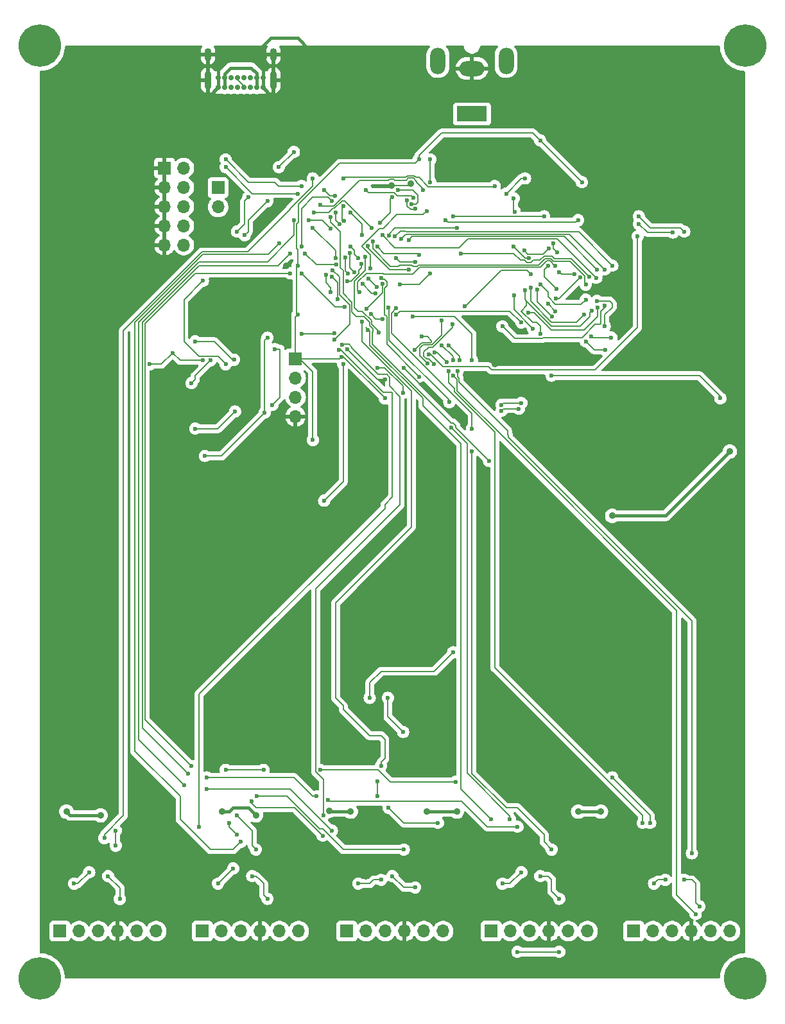
<source format=gbr>
G04 #@! TF.GenerationSoftware,KiCad,Pcbnew,8.0.2*
G04 #@! TF.CreationDate,2024-05-15T00:12:31-07:00*
G04 #@! TF.ProjectId,Flying_Fader,466c7969-6e67-45f4-9661-6465722e6b69,1*
G04 #@! TF.SameCoordinates,Original*
G04 #@! TF.FileFunction,Copper,L2,Bot*
G04 #@! TF.FilePolarity,Positive*
%FSLAX46Y46*%
G04 Gerber Fmt 4.6, Leading zero omitted, Abs format (unit mm)*
G04 Created by KiCad (PCBNEW 8.0.2) date 2024-05-15 00:12:31*
%MOMM*%
%LPD*%
G01*
G04 APERTURE LIST*
G04 #@! TA.AperFunction,ComponentPad*
%ADD10C,5.600000*%
G04 #@! TD*
G04 #@! TA.AperFunction,ComponentPad*
%ADD11R,1.700000X1.700000*%
G04 #@! TD*
G04 #@! TA.AperFunction,ComponentPad*
%ADD12O,1.700000X1.700000*%
G04 #@! TD*
G04 #@! TA.AperFunction,ComponentPad*
%ADD13R,4.000000X2.000000*%
G04 #@! TD*
G04 #@! TA.AperFunction,ComponentPad*
%ADD14O,3.300000X2.000000*%
G04 #@! TD*
G04 #@! TA.AperFunction,ComponentPad*
%ADD15O,2.000000X3.500000*%
G04 #@! TD*
G04 #@! TA.AperFunction,ComponentPad*
%ADD16C,0.700000*%
G04 #@! TD*
G04 #@! TA.AperFunction,ComponentPad*
%ADD17O,0.900000X2.400000*%
G04 #@! TD*
G04 #@! TA.AperFunction,ComponentPad*
%ADD18O,0.900000X1.700000*%
G04 #@! TD*
G04 #@! TA.AperFunction,ViaPad*
%ADD19C,0.600000*%
G04 #@! TD*
G04 #@! TA.AperFunction,ViaPad*
%ADD20C,0.900000*%
G04 #@! TD*
G04 #@! TA.AperFunction,Conductor*
%ADD21C,0.150000*%
G04 #@! TD*
G04 #@! TA.AperFunction,Conductor*
%ADD22C,0.127000*%
G04 #@! TD*
G04 #@! TA.AperFunction,Conductor*
%ADD23C,0.400000*%
G04 #@! TD*
G04 #@! TA.AperFunction,Conductor*
%ADD24C,0.152400*%
G04 #@! TD*
G04 APERTURE END LIST*
D10*
X136500000Y-162000000D03*
X43500000Y-162000000D03*
X136500000Y-39000000D03*
X43500000Y-39000000D03*
D11*
X59939000Y-55123000D03*
D12*
X62479000Y-55123000D03*
X59939000Y-57663000D03*
X62479000Y-57663000D03*
X59939000Y-60203000D03*
X62479000Y-60203000D03*
X59939000Y-62743000D03*
X62479000Y-62743000D03*
X59939000Y-65283000D03*
X62479000Y-65283000D03*
D13*
X100500000Y-48000000D03*
D14*
X100500000Y-42000000D03*
D15*
X105000000Y-41000000D03*
X96000000Y-41000000D03*
D12*
X115736500Y-155760000D03*
X113196500Y-155760000D03*
X110656500Y-155760000D03*
X108116500Y-155760000D03*
X105576500Y-155760000D03*
D11*
X103036500Y-155760000D03*
D12*
X77636500Y-155760000D03*
X75096500Y-155760000D03*
X72556500Y-155760000D03*
X70016500Y-155760000D03*
X67476500Y-155760000D03*
D11*
X64936500Y-155760000D03*
D12*
X96686500Y-155760000D03*
X94146500Y-155760000D03*
X91606500Y-155760000D03*
X89066500Y-155760000D03*
X86526500Y-155760000D03*
D11*
X83986500Y-155760000D03*
D12*
X134532500Y-155760000D03*
X131992500Y-155760000D03*
X129452500Y-155760000D03*
X126912500Y-155760000D03*
X124372500Y-155760000D03*
D11*
X121832500Y-155760000D03*
D16*
X72975000Y-44525000D03*
X72125000Y-44525000D03*
X71275000Y-44525000D03*
X70425000Y-44525000D03*
X69575000Y-44525000D03*
X68725000Y-44525000D03*
X67875000Y-44525000D03*
X67025000Y-44525000D03*
X67025000Y-43175000D03*
X67875000Y-43175000D03*
X68725000Y-43175000D03*
X69575000Y-43175000D03*
X70425000Y-43175000D03*
X71275000Y-43175000D03*
X72125000Y-43175000D03*
X72975000Y-43175000D03*
D17*
X74325000Y-43545000D03*
D18*
X74325000Y-40165000D03*
D17*
X65675000Y-43545000D03*
D18*
X65675000Y-40165000D03*
D11*
X67000000Y-57725000D03*
D12*
X67000000Y-60265000D03*
X58840500Y-155760000D03*
X56300500Y-155760000D03*
X53760500Y-155760000D03*
X51220500Y-155760000D03*
X48680500Y-155760000D03*
D11*
X46140500Y-155760000D03*
X77216000Y-80264000D03*
D12*
X77216000Y-82804000D03*
X77216000Y-85344000D03*
X77216000Y-87884000D03*
D19*
X90000000Y-59000000D03*
X88370297Y-62382533D03*
X90500000Y-67000000D03*
X93000000Y-67500000D03*
D20*
X112000000Y-141500000D03*
X121500000Y-54500000D03*
X123500000Y-52000000D03*
X116500000Y-52000000D03*
X118500000Y-58500000D03*
D19*
X122500000Y-59500000D03*
X125000000Y-75000000D03*
X125000000Y-71000000D03*
X125000000Y-67000000D03*
X125000000Y-65500000D03*
X123500000Y-65000000D03*
X123000000Y-78000000D03*
X90000000Y-148500000D03*
X93000000Y-150000000D03*
X98500000Y-87500000D03*
X91500000Y-81500000D03*
X89000000Y-83000000D03*
X84000000Y-79000000D03*
D20*
X107500000Y-83000000D03*
X102000000Y-82500000D03*
X103500000Y-81000000D03*
X102000000Y-78000000D03*
X134500000Y-92500000D03*
X119000000Y-101000000D03*
X95500000Y-132500000D03*
X97500000Y-122500000D03*
X96000000Y-125000000D03*
X89500000Y-119500000D03*
X92500000Y-119500000D03*
X92000000Y-125000000D03*
X76000000Y-78000000D03*
X105000000Y-56500000D03*
X106000000Y-51500000D03*
X96500000Y-53000000D03*
X101000000Y-53000000D03*
X101000000Y-55500000D03*
X72500000Y-142500000D03*
X66500000Y-146000000D03*
X74000000Y-141500000D03*
X86500000Y-143500000D03*
X89500000Y-142000000D03*
X83500000Y-142000000D03*
X128500000Y-142000000D03*
X126000000Y-141500000D03*
X131500000Y-142500000D03*
X69000000Y-153000000D03*
X68000000Y-150500000D03*
X86500000Y-148500000D03*
X88500000Y-152500000D03*
X126500000Y-153000000D03*
X125500000Y-151000000D03*
X107000000Y-153500000D03*
X106500000Y-150000000D03*
X49000000Y-150500000D03*
X50500000Y-152500000D03*
X55500000Y-141500000D03*
X59000000Y-144000000D03*
X62000000Y-143000000D03*
X57500000Y-148500000D03*
X54000000Y-153500000D03*
X54500000Y-157500000D03*
X62000000Y-158000000D03*
X62000000Y-152000000D03*
X68000000Y-158000000D03*
X80500000Y-148500000D03*
X76000000Y-148500000D03*
X72500000Y-153000000D03*
X73500000Y-158000000D03*
X85500000Y-158500000D03*
X99000000Y-152000000D03*
X95000000Y-148500000D03*
X91000000Y-154000000D03*
X92000000Y-157500000D03*
X111000000Y-157500000D03*
X133500000Y-148500000D03*
X133000000Y-153500000D03*
X134500000Y-158000000D03*
X131000000Y-158000000D03*
X114500000Y-153500000D03*
X110500000Y-153500000D03*
X115000000Y-88000000D03*
X112000000Y-88500000D03*
X111500000Y-94500000D03*
D19*
X108000000Y-67000000D03*
X106000000Y-65500000D03*
D20*
X67500000Y-40500000D03*
X73000000Y-40500000D03*
X128000000Y-46500000D03*
X110500000Y-48500000D03*
X110500000Y-42000000D03*
X100500000Y-45000000D03*
X92500000Y-41000000D03*
X75000000Y-48500000D03*
X77000000Y-40000000D03*
X61000000Y-47000000D03*
X61500000Y-40000000D03*
X53500000Y-47500000D03*
X46500000Y-57500000D03*
X46500000Y-69500000D03*
X46500000Y-87000000D03*
X46500000Y-103500000D03*
X46500000Y-122500000D03*
X46500000Y-136500000D03*
X51000000Y-138000000D03*
X51000000Y-127000000D03*
X51000000Y-113000000D03*
X51000000Y-95500000D03*
X51000000Y-76500000D03*
X51000000Y-62500000D03*
X57000000Y-56500000D03*
X67000000Y-70500000D03*
X75500000Y-74000000D03*
X69000000Y-77500000D03*
X63500000Y-81500000D03*
X61500000Y-85500000D03*
X59000000Y-90500000D03*
X59000000Y-99000000D03*
X59000000Y-110000000D03*
X64500000Y-121500000D03*
X60500000Y-128500000D03*
X57500000Y-137500000D03*
X135000000Y-72500000D03*
X135000000Y-95500000D03*
X135000000Y-130000000D03*
X133000000Y-138000000D03*
X125000000Y-135000000D03*
X110500000Y-133000000D03*
X111500000Y-116000000D03*
X111500000Y-122500000D03*
X84000000Y-109000000D03*
X72000000Y-111000000D03*
X77500000Y-115500000D03*
X80500000Y-102500000D03*
X92500000Y-104500000D03*
X96500000Y-103000000D03*
X106000000Y-103000000D03*
X122000000Y-102500000D03*
X113500000Y-102500000D03*
X127500000Y-86500000D03*
X121000000Y-86500000D03*
X128500000Y-74500000D03*
X128500000Y-69000000D03*
X91000000Y-49500000D03*
X87500000Y-53500000D03*
X86000000Y-51000000D03*
X89907037Y-57411300D03*
X92432744Y-57224626D03*
X76000000Y-68000000D03*
D19*
X92691943Y-74691943D03*
X100500000Y-80500000D03*
X93000000Y-60500000D03*
X91898957Y-59398957D03*
X95000000Y-54000000D03*
X95000000Y-57000000D03*
X77000000Y-53000000D03*
X75000000Y-55000000D03*
X71000000Y-59000000D03*
X69500000Y-63500000D03*
X73500000Y-59500000D03*
X70500000Y-64000000D03*
X65000000Y-70000000D03*
X68000000Y-81000000D03*
X65000000Y-80500000D03*
X74500000Y-79000000D03*
X69234999Y-87234999D03*
X64000000Y-89500000D03*
X58000000Y-81000000D03*
X61000000Y-79500000D03*
X64000000Y-78000000D03*
X69101043Y-80398957D03*
X130000000Y-153500000D03*
X98000000Y-82500000D03*
X96500000Y-78500000D03*
X98000000Y-80500000D03*
X112000000Y-158500000D03*
X106500000Y-158500000D03*
X103000000Y-141000000D03*
X86782055Y-76468377D03*
X86015455Y-75375000D03*
X88000000Y-136000000D03*
X88000000Y-138000000D03*
X89500000Y-139500000D03*
X88500000Y-134000000D03*
X96000000Y-141500000D03*
X95000000Y-69000000D03*
X91000000Y-70500000D03*
X88664975Y-70398714D03*
X86573258Y-73705636D03*
X83723355Y-73410457D03*
X78000000Y-69000000D03*
X76500000Y-69000000D03*
X63500000Y-134000000D03*
X73000000Y-134500000D03*
X80500000Y-134500000D03*
X98375000Y-136078776D03*
X124000000Y-141500000D03*
X119000000Y-135500000D03*
X68000000Y-134500000D03*
X111500000Y-74000000D03*
X110500000Y-73000000D03*
X107000000Y-75500000D03*
X88655606Y-75013832D03*
X82733846Y-72449980D03*
X87151293Y-74405447D03*
X82000000Y-69500000D03*
X90500000Y-74500000D03*
X111629123Y-71081177D03*
X110500000Y-68000000D03*
X111215772Y-65090677D03*
X110000000Y-61500000D03*
X111750000Y-66250000D03*
X98000000Y-61500000D03*
X81211949Y-69181443D03*
X81875000Y-71500000D03*
X85613500Y-71500000D03*
X111500000Y-68000000D03*
X88191942Y-76808058D03*
X86447824Y-66869926D03*
X89504246Y-64051802D03*
X98500000Y-63000000D03*
X84500000Y-65500000D03*
X85500000Y-67000000D03*
X82562323Y-67896128D03*
X78473872Y-66375000D03*
X76500000Y-66375000D03*
X63000000Y-135000000D03*
X65500000Y-135500000D03*
X80000000Y-138000000D03*
X81500000Y-138500000D03*
X106500000Y-142000000D03*
X79500000Y-63000000D03*
X77000000Y-62000000D03*
X82500000Y-67000000D03*
X65500000Y-137000000D03*
X62500000Y-136500000D03*
X82000000Y-142500000D03*
X80879442Y-140495558D03*
X83398978Y-78471180D03*
X70000000Y-144000000D03*
X75058058Y-65058058D03*
X78000000Y-65500000D03*
X82000000Y-59500000D03*
X82500000Y-61000000D03*
X83000000Y-62500000D03*
X83618381Y-62073651D03*
X83492731Y-60144504D03*
X82427484Y-58765315D03*
X81000000Y-58000000D03*
X79500000Y-56500000D03*
X52000000Y-143500000D03*
X82898957Y-79101043D03*
X64500000Y-142000000D03*
X97426810Y-78542925D03*
X98850003Y-80500000D03*
X98601043Y-81898957D03*
X93884897Y-77375000D03*
X92924605Y-79075394D03*
X97180927Y-80727208D03*
X95544047Y-79425000D03*
X97398957Y-81898957D03*
X123000000Y-141500000D03*
X84125000Y-69000000D03*
X83750000Y-66903806D03*
X86837604Y-69754406D03*
X87940599Y-70843444D03*
X90500000Y-73649997D03*
X100500000Y-89500000D03*
X100500000Y-92500000D03*
X84403098Y-66349292D03*
X86032861Y-70427944D03*
X87760005Y-71635005D03*
X89500000Y-73500000D03*
X97500000Y-86000000D03*
X97754442Y-89370558D03*
X84957275Y-68828894D03*
X105500000Y-141000000D03*
X133250000Y-85500000D03*
X111000000Y-82500000D03*
X97903806Y-75750000D03*
X95500000Y-81000000D03*
X96503333Y-75233411D03*
X94629442Y-80875000D03*
X88500000Y-69649997D03*
X93515460Y-82631575D03*
X88055111Y-81444892D03*
X91367611Y-84757392D03*
D20*
X117500000Y-140000000D03*
X114500000Y-140000000D03*
X94500000Y-140000000D03*
X98500000Y-140000000D03*
X84500000Y-140000000D03*
X81660858Y-139871544D03*
X72000000Y-140500000D03*
X67500000Y-140000000D03*
X51500000Y-140500000D03*
X47000000Y-140000014D03*
D19*
X72125000Y-138000000D03*
X71398957Y-138601043D03*
X80808058Y-143191942D03*
X69500000Y-140500000D03*
X68500000Y-141500000D03*
X69500000Y-143000000D03*
X92125000Y-68500000D03*
X86768845Y-65384961D03*
X86000000Y-64000000D03*
X84500000Y-61000000D03*
X81849292Y-63096902D03*
X79000000Y-62000000D03*
X77500000Y-58500000D03*
X68000000Y-55000000D03*
X53500000Y-142500000D03*
X93500000Y-66625000D03*
X88000000Y-65500000D03*
X87256981Y-63000000D03*
X79625000Y-61000000D03*
X78000000Y-57500000D03*
X68000000Y-54000000D03*
X98000000Y-119000000D03*
X128500000Y-63500000D03*
X122500000Y-61500000D03*
X87000000Y-125000000D03*
X122500000Y-62500000D03*
X127000000Y-63625000D03*
X128500000Y-149000000D03*
X130500000Y-152500000D03*
X109500000Y-148500000D03*
X112000000Y-151500000D03*
X71500000Y-148500000D03*
X73500000Y-151500000D03*
X67000000Y-149500000D03*
X69000000Y-147500000D03*
X52500000Y-148500000D03*
X54042244Y-151542252D03*
X53500000Y-144500000D03*
X72000000Y-145000000D03*
X91500000Y-145000000D03*
X129500000Y-145500000D03*
X111000000Y-145000000D03*
X126000000Y-149000000D03*
X124500000Y-149500000D03*
X50000000Y-148000000D03*
X48000000Y-149500000D03*
X88500000Y-149000000D03*
X85500000Y-149500000D03*
X107000000Y-148000000D03*
X104500000Y-149500000D03*
X89412500Y-125000000D03*
X91412500Y-129500000D03*
X82361357Y-77741032D03*
X82125000Y-68625000D03*
X83500000Y-81000000D03*
X81000000Y-99000000D03*
X82377707Y-76891187D03*
X78000000Y-77000000D03*
X73500000Y-77500000D03*
X65270032Y-93096688D03*
D20*
X80000000Y-43500000D03*
X85000000Y-44000000D03*
D19*
X92542850Y-59881070D03*
X90767394Y-57999626D03*
X118100500Y-79100500D03*
X115500000Y-78000000D03*
X109500000Y-77000000D03*
X89000000Y-85500000D03*
X77500000Y-68023441D03*
X77500000Y-74500000D03*
X83245786Y-80013555D03*
X79500000Y-91000000D03*
X102750000Y-93750000D03*
X81875000Y-61620558D03*
X107500000Y-56500000D03*
X105000000Y-58500000D03*
X109500000Y-51500000D03*
X115000000Y-57000000D03*
X93500000Y-54000000D03*
X83500000Y-56500000D03*
X103500000Y-57500000D03*
X80500000Y-60000000D03*
X94000000Y-58000024D03*
X63500000Y-83500000D03*
X66000000Y-80500000D03*
X108230973Y-69114858D03*
X99500000Y-73375000D03*
X110618746Y-65751124D03*
X107385192Y-66001308D03*
X106125000Y-60875000D03*
X106000000Y-59125000D03*
X114500000Y-62000000D03*
X97000000Y-62000000D03*
X94775669Y-79675137D03*
X122334588Y-64147472D03*
X86500000Y-58000000D03*
X92750000Y-59056695D03*
X87063654Y-68375000D03*
X94500000Y-60813034D03*
X84038917Y-70086083D03*
X85886500Y-67768613D03*
X119000000Y-68000000D03*
X90335198Y-64145968D03*
X91133497Y-64437897D03*
X118000000Y-68500000D03*
X92140921Y-64625000D03*
X117000000Y-68500000D03*
X88654564Y-63999996D03*
X116898957Y-69601043D03*
X99000000Y-66384690D03*
X116000000Y-69500000D03*
X87392839Y-64807783D03*
X115500000Y-70499998D03*
X118000000Y-76000000D03*
X117000000Y-72665000D03*
X104500000Y-76000000D03*
X118000000Y-73290000D03*
X73152000Y-87376000D03*
X74168000Y-86360000D03*
X106680000Y-86868000D03*
X104394000Y-87122000D03*
X116243696Y-77372420D03*
X118872000Y-77470000D03*
X108524664Y-76279901D03*
X106019897Y-71895444D03*
X109097570Y-71147623D03*
X111069335Y-74732824D03*
X115316000Y-74422000D03*
X108276250Y-70928677D03*
X114025136Y-69154701D03*
X112014000Y-68834000D03*
X116332000Y-73914000D03*
X107500000Y-71275000D03*
X107000000Y-86106000D03*
X104394000Y-86360000D03*
X107950000Y-74168000D03*
X117094000Y-73515000D03*
X114766618Y-69570285D03*
X111584599Y-72317566D03*
X115500000Y-72500000D03*
X109500000Y-70500000D03*
D21*
X90258884Y-58375000D02*
X90657841Y-58773957D01*
X90657841Y-58773957D02*
X92467262Y-58773957D01*
X86875000Y-58375000D02*
X90258884Y-58375000D01*
X86500000Y-58000000D02*
X86875000Y-58375000D01*
X92467262Y-58773957D02*
X92750000Y-59056695D01*
X89752830Y-59247170D02*
X90000000Y-59000000D01*
X89752830Y-61000000D02*
X89752830Y-59247170D01*
X83625000Y-56375000D02*
X83500000Y-56500000D01*
X89423057Y-56375000D02*
X83625000Y-56375000D01*
X89461757Y-56336300D02*
X89423057Y-56375000D01*
X90352317Y-56336300D02*
X89461757Y-56336300D01*
X90391017Y-56375000D02*
X90352317Y-56336300D01*
X91762090Y-56375000D02*
X90391017Y-56375000D01*
X92878024Y-56149626D02*
X91987464Y-56149626D01*
X93103398Y-56375000D02*
X92878024Y-56149626D01*
X94741116Y-57625000D02*
X93491116Y-56375000D01*
X103375000Y-57625000D02*
X94741116Y-57625000D01*
X103500000Y-57500000D02*
X103375000Y-57625000D01*
X94000000Y-57903984D02*
X94000000Y-58000024D01*
X93207744Y-56985347D02*
X93228005Y-57005608D01*
X93228005Y-57131989D02*
X94000000Y-57903984D01*
X92753760Y-56449626D02*
X93207744Y-56903610D01*
X91836354Y-56725000D02*
X92111728Y-56449626D01*
X93207744Y-56903610D02*
X93207744Y-56985347D01*
X90316753Y-56725000D02*
X91836354Y-56725000D01*
X89497321Y-56725000D02*
X89586021Y-56636300D01*
X85658884Y-56725000D02*
X89497321Y-56725000D01*
X82258884Y-60125000D02*
X85658884Y-56725000D01*
X80625000Y-60125000D02*
X82258884Y-60125000D01*
X80500000Y-60000000D02*
X80625000Y-60125000D01*
X89907037Y-57411300D02*
X92246070Y-57411300D01*
X93228005Y-57005608D02*
X93228005Y-57131989D01*
X92542850Y-59881070D02*
X93118930Y-59881070D01*
X92111728Y-56449626D02*
X92753760Y-56449626D01*
X93375000Y-59625000D02*
X93375000Y-58741116D01*
X91987464Y-56149626D02*
X91762090Y-56375000D01*
X93491116Y-56375000D02*
X93103398Y-56375000D01*
X93375000Y-58741116D02*
X92633510Y-57999626D01*
X89586021Y-56636300D02*
X90228053Y-56636300D01*
X92246070Y-57411300D02*
X92432744Y-57224626D01*
X90228053Y-56636300D02*
X90316753Y-56725000D01*
X93118930Y-59881070D02*
X93375000Y-59625000D01*
X92633510Y-57999626D02*
X90767394Y-57999626D01*
X88370297Y-62382533D02*
X89752830Y-61000000D01*
X88758884Y-63125000D02*
X90595384Y-61288500D01*
X88241116Y-63125000D02*
X88758884Y-63125000D01*
X94024534Y-61288500D02*
X94500000Y-60813034D01*
X86000000Y-65366116D02*
X88241116Y-63125000D01*
X86000000Y-65500000D02*
X86000000Y-65366116D01*
X87063654Y-66563654D02*
X86000000Y-65500000D01*
X90595384Y-61288500D02*
X94024534Y-61288500D01*
X87063654Y-68375000D02*
X87063654Y-66563654D01*
X83358141Y-59450007D02*
X83706988Y-59450007D01*
X82383148Y-60425000D02*
X83358141Y-59450007D01*
X83706988Y-59450007D02*
X87256981Y-63000000D01*
X79625000Y-61000000D02*
X81616116Y-61000000D01*
X81616116Y-61000000D02*
X82191116Y-60425000D01*
X82191116Y-60425000D02*
X82383148Y-60425000D01*
X113365677Y-63865677D02*
X91705717Y-63865677D01*
X91033605Y-63447561D02*
X90335198Y-64145968D01*
X91671938Y-63447561D02*
X91033605Y-63447561D01*
X91790054Y-63565677D02*
X91671938Y-63447561D01*
X114565677Y-63565677D02*
X91790054Y-63565677D01*
D22*
X89504246Y-63836184D02*
X89504246Y-64051802D01*
X90340430Y-63000000D02*
X89504246Y-63836184D01*
D21*
X118000000Y-68500000D02*
X113365677Y-63865677D01*
D22*
X98500000Y-63000000D02*
X90340430Y-63000000D01*
D21*
X91705717Y-63865677D02*
X91133497Y-64437897D01*
X92600244Y-64165677D02*
X92140921Y-64625000D01*
X112665677Y-64165677D02*
X92600244Y-64165677D01*
X117000000Y-68500000D02*
X112665677Y-64165677D01*
X119000000Y-68000000D02*
X114565677Y-63565677D01*
X88875000Y-66375000D02*
X88000000Y-65500000D01*
X93250000Y-66375000D02*
X88875000Y-66375000D01*
X93500000Y-66625000D02*
X93250000Y-66375000D01*
X87392839Y-65776723D02*
X87392839Y-64807783D01*
X90758884Y-68125000D02*
X89741116Y-68125000D01*
X93458884Y-67925000D02*
X93258884Y-68125000D01*
X110883148Y-67075000D02*
X110116852Y-67075000D01*
X109266852Y-67925000D02*
X93458884Y-67925000D01*
X111233148Y-67425000D02*
X110883148Y-67075000D01*
X113425000Y-67425000D02*
X111233148Y-67425000D01*
X115500000Y-70499998D02*
X115375000Y-70374998D01*
X110116852Y-67075000D02*
X109266852Y-67925000D01*
X115375000Y-69375000D02*
X113425000Y-67425000D01*
X90958884Y-67925000D02*
X90758884Y-68125000D01*
X89741116Y-68125000D02*
X87392839Y-65776723D01*
X92541116Y-67925000D02*
X90958884Y-67925000D01*
X85407861Y-71294361D02*
X85613500Y-71500000D01*
X85407861Y-70169060D02*
X85407861Y-71294361D01*
X86551924Y-69024997D02*
X85407861Y-70169060D01*
X91000000Y-67500000D02*
X90500000Y-67000000D01*
X93583148Y-68225000D02*
X92678742Y-69129406D01*
X110375000Y-67375000D02*
X109525000Y-68225000D01*
X110758884Y-67375000D02*
X110375000Y-67375000D01*
X109525000Y-68225000D02*
X93583148Y-68225000D01*
X111383884Y-68000000D02*
X110758884Y-67375000D01*
X111500000Y-68000000D02*
X111383884Y-68000000D01*
X92678742Y-69129406D02*
X88863293Y-69129406D01*
X88758884Y-69024997D02*
X86551924Y-69024997D01*
X93000000Y-67500000D02*
X91000000Y-67500000D01*
X92741116Y-68125000D02*
X92541116Y-67925000D01*
X93258884Y-68125000D02*
X92741116Y-68125000D01*
X88863293Y-69129406D02*
X88758884Y-69024997D01*
X115375000Y-70374998D02*
X115375000Y-69375000D01*
X89275000Y-78391115D02*
X93515460Y-82631575D01*
X89289975Y-70139830D02*
X89289975Y-70657598D01*
X88923859Y-69773714D02*
X89289975Y-70139830D01*
X89575000Y-73575000D02*
X89500000Y-73500000D01*
X88964975Y-70982598D02*
X88964975Y-74439317D01*
X89575000Y-77807231D02*
X89575000Y-73575000D01*
X88500000Y-69649997D02*
X88623717Y-69773714D01*
X89875000Y-74274997D02*
X90500000Y-73649997D01*
X97500000Y-86000000D02*
X97500000Y-85732231D01*
X100500000Y-87500000D02*
X89875000Y-76875000D01*
X100500000Y-89500000D02*
X100500000Y-87500000D01*
X97500000Y-85732231D02*
X89575000Y-77807231D01*
X91000000Y-74000000D02*
X90500000Y-74500000D01*
X89289975Y-70657598D02*
X88964975Y-70982598D01*
X107000000Y-75500000D02*
X105500000Y-74000000D01*
X89875000Y-76875000D02*
X89875000Y-74274997D01*
X98191943Y-74691943D02*
X92691943Y-74691943D01*
X100500000Y-77000000D02*
X98191943Y-74691943D01*
X88623717Y-69773714D02*
X88923859Y-69773714D01*
X100500000Y-80500000D02*
X100500000Y-77000000D01*
X105500000Y-74000000D02*
X91000000Y-74000000D01*
X88964975Y-74439317D02*
X89275000Y-74749342D01*
X89275000Y-74749342D02*
X89275000Y-78391115D01*
X116500000Y-52000000D02*
X116000000Y-52000000D01*
X113500000Y-51500000D02*
X110500000Y-48500000D01*
X116000000Y-52000000D02*
X115500000Y-51500000D01*
X116000000Y-56000000D02*
X116500000Y-52000000D01*
X115500000Y-51500000D02*
X113500000Y-51500000D01*
X118500000Y-58500000D02*
X116000000Y-56000000D01*
X116725000Y-81775000D02*
X122334588Y-76165412D01*
X103103249Y-81775000D02*
X116725000Y-81775000D01*
X102645191Y-81316942D02*
X103103249Y-81775000D01*
X96665422Y-81316942D02*
X102645191Y-81316942D01*
X122334588Y-76165412D02*
X122334588Y-64147472D01*
X95023617Y-79675137D02*
X96665422Y-81316942D01*
X94775669Y-79675137D02*
X95023617Y-79675137D01*
X91500000Y-150000000D02*
X90000000Y-148500000D01*
X93000000Y-150000000D02*
X91500000Y-150000000D01*
X91500000Y-81500000D02*
X97500000Y-87500000D01*
X97500000Y-87500000D02*
X98500000Y-87500000D01*
X84258884Y-78375000D02*
X83495158Y-78375000D01*
X88500000Y-83000000D02*
X89000000Y-83000000D01*
X84625000Y-78741116D02*
X84258884Y-78375000D01*
X88101335Y-82375000D02*
X84625000Y-78898665D01*
X89258884Y-82375000D02*
X88101335Y-82375000D01*
X91000000Y-85273665D02*
X89625000Y-83898665D01*
X89625000Y-83898665D02*
X89625000Y-82741116D01*
X79875000Y-110625000D02*
X91000000Y-99500000D01*
X91000000Y-99500000D02*
X91000000Y-85273665D01*
X79875000Y-134758884D02*
X79875000Y-110625000D01*
X80879442Y-140495558D02*
X80879442Y-135763326D01*
X83495158Y-78375000D02*
X83398978Y-78471180D01*
X91367611Y-83872636D02*
X88939867Y-81444892D01*
X91367611Y-84757392D02*
X91367611Y-83872636D01*
X88939867Y-81444892D02*
X88055111Y-81444892D01*
X84000000Y-79000000D02*
X88000000Y-83000000D01*
D22*
X77216000Y-80264000D02*
X82995341Y-80264000D01*
D21*
X83513555Y-80013555D02*
X83245786Y-80013555D01*
X89000000Y-85500000D02*
X83513555Y-80013555D01*
X88814059Y-84697943D02*
X83217159Y-79101043D01*
X64500000Y-124500000D02*
X89000000Y-100000000D01*
D22*
X82995341Y-80264000D02*
X83245786Y-80013555D01*
X82268894Y-77000000D02*
X82377707Y-76891187D01*
X78000000Y-77000000D02*
X82268894Y-77000000D01*
D21*
X84348355Y-75754034D02*
X82361357Y-77741032D01*
X83033846Y-71866096D02*
X84348355Y-73180605D01*
X83000000Y-69500000D02*
X83000000Y-70075736D01*
X82125000Y-68625000D02*
X83000000Y-69500000D01*
X64500000Y-142000000D02*
X64500000Y-124500000D01*
X90000000Y-98500000D02*
X90000000Y-84697943D01*
X83033846Y-70109582D02*
X83033846Y-71866096D01*
X89000000Y-99500000D02*
X90000000Y-98500000D01*
X84348355Y-73180605D02*
X84348355Y-75754034D01*
X83217159Y-79101043D02*
X82898957Y-79101043D01*
D23*
X102000000Y-78000000D02*
X102000000Y-79500000D01*
X102000000Y-79500000D02*
X103500000Y-81000000D01*
X121500000Y-101000000D02*
X119000000Y-101000000D01*
X126000000Y-101000000D02*
X121500000Y-101000000D01*
X134500000Y-92500000D02*
X126000000Y-101000000D01*
D21*
X133250000Y-85250000D02*
X133250000Y-85500000D01*
X130500000Y-82500000D02*
X133250000Y-85250000D01*
X111000000Y-82500000D02*
X130500000Y-82500000D01*
X87500000Y-149000000D02*
X88500000Y-149000000D01*
X85500000Y-149500000D02*
X87000000Y-149500000D01*
D23*
X114500000Y-88500000D02*
X115000000Y-88000000D01*
X112000000Y-88500000D02*
X114500000Y-88500000D01*
X111500000Y-94500000D02*
X111500000Y-89000000D01*
X111500000Y-89000000D02*
X112000000Y-88500000D01*
D21*
X109097570Y-72761059D02*
X109097570Y-71147623D01*
X111069335Y-74732824D02*
X109097570Y-72761059D01*
X108276250Y-72716250D02*
X108276250Y-70928677D01*
X110998000Y-75438000D02*
X108276250Y-72716250D01*
X114300000Y-75438000D02*
X110998000Y-75438000D01*
X115316000Y-74422000D02*
X114300000Y-75438000D01*
X107500000Y-72448000D02*
X107500000Y-71275000D01*
X108524664Y-76279901D02*
X106019897Y-73775134D01*
X106019897Y-73775134D02*
X106019897Y-71895444D01*
X110000000Y-69452054D02*
X111629123Y-71081177D01*
X110000000Y-68500000D02*
X110000000Y-69452054D01*
X110500000Y-68000000D02*
X110000000Y-68500000D01*
X107741115Y-68625000D02*
X108230973Y-69114858D01*
X99625000Y-73375000D02*
X104375000Y-68625000D01*
X99500000Y-73375000D02*
X99625000Y-73375000D01*
X104375000Y-68625000D02*
X107741115Y-68625000D01*
X106000000Y-65500000D02*
X107500000Y-67000000D01*
X107500000Y-67000000D02*
X108000000Y-67000000D01*
X105960426Y-66384690D02*
X99000000Y-66384690D01*
X106875736Y-67300000D02*
X105960426Y-66384690D01*
X109467588Y-67300000D02*
X108583884Y-67300000D01*
X111007412Y-66775000D02*
X109992588Y-66775000D01*
X113625000Y-67125000D02*
X111357412Y-67125000D01*
X107858884Y-66475000D02*
X107385192Y-66001308D01*
X109894870Y-66475000D02*
X107858884Y-66475000D01*
X110618746Y-65751124D02*
X109894870Y-66475000D01*
X107416116Y-67300000D02*
X106875736Y-67300000D01*
X108258884Y-67625000D02*
X107741116Y-67625000D01*
X116000000Y-69500000D02*
X113625000Y-67125000D01*
D23*
X67025000Y-40975000D02*
X67500000Y-40500000D01*
X67025000Y-43175000D02*
X67025000Y-40975000D01*
X72975000Y-40525000D02*
X72975000Y-43175000D01*
X73000000Y-40500000D02*
X72975000Y-40525000D01*
X72975000Y-40475000D02*
X73000000Y-40500000D01*
X87500000Y-52500000D02*
X86000000Y-51000000D01*
X87500000Y-53500000D02*
X87500000Y-52500000D01*
D22*
X77613500Y-59886500D02*
X77613500Y-62254121D01*
X83000000Y-54500000D02*
X77613500Y-59886500D01*
X77386500Y-68136941D02*
X77500000Y-68023441D01*
X77386500Y-74386500D02*
X77386500Y-68136941D01*
X77500000Y-74500000D02*
X77386500Y-74386500D01*
X93500000Y-54000000D02*
X93000000Y-54500000D01*
X93000000Y-54500000D02*
X83000000Y-54500000D01*
D21*
X74875000Y-68000000D02*
X76500000Y-66375000D01*
X57000000Y-75500000D02*
X64500000Y-68000000D01*
X64500000Y-68000000D02*
X74875000Y-68000000D01*
X57000000Y-129000000D02*
X57000000Y-75500000D01*
D22*
X77500000Y-65867621D02*
X77500000Y-68023441D01*
D21*
X63000000Y-135000000D02*
X57000000Y-129000000D01*
X82562323Y-67896128D02*
X79995000Y-67896128D01*
D22*
X77386500Y-62481121D02*
X77386500Y-65754121D01*
D21*
X79995000Y-67896128D02*
X78473872Y-66375000D01*
X93625000Y-79870558D02*
X93625000Y-78875000D01*
X95310660Y-78750000D02*
X97903806Y-76156854D01*
X96503333Y-77133063D02*
X96503333Y-75233411D01*
X94150669Y-79934021D02*
X94150669Y-79349331D01*
X94516785Y-80300137D02*
X94150669Y-79934021D01*
X94150669Y-79349331D02*
X94750000Y-78750000D01*
X97903806Y-76156854D02*
X97903806Y-75750000D01*
X94629442Y-80875000D02*
X93625000Y-79870558D01*
X95500000Y-81000000D02*
X94800137Y-80300137D01*
X94050000Y-78450000D02*
X95186396Y-78450000D01*
X95186396Y-78450000D02*
X96503333Y-77133063D01*
D22*
X92886900Y-60613100D02*
X93000000Y-60500000D01*
X92386901Y-60613100D02*
X92886900Y-60613100D01*
X91898957Y-60125156D02*
X91898957Y-59398957D01*
X92386901Y-60613100D02*
X91898957Y-60125156D01*
X95000000Y-54000000D02*
X95000000Y-57000000D01*
X75000000Y-55000000D02*
X77000000Y-53000000D01*
X70500000Y-62500000D02*
X70500000Y-59500000D01*
X69500000Y-63500000D02*
X70500000Y-62500000D01*
X70500000Y-59500000D02*
X71000000Y-59000000D01*
X71000000Y-62000000D02*
X73500000Y-59500000D01*
X71000000Y-63500000D02*
X71000000Y-62000000D01*
X70500000Y-64000000D02*
X71000000Y-63500000D01*
X62500000Y-72500000D02*
X65000000Y-70000000D01*
X66986500Y-79986500D02*
X64486500Y-79986500D01*
X64486500Y-79986500D02*
X62500000Y-78000000D01*
X68000000Y-81000000D02*
X66986500Y-79986500D01*
X62500000Y-78000000D02*
X62500000Y-72500000D01*
X68898957Y-80398957D02*
X69101043Y-80398957D01*
X64000000Y-78000000D02*
X66500000Y-78000000D01*
X66500000Y-78000000D02*
X68898957Y-80398957D01*
D21*
X73152000Y-87376000D02*
X67431312Y-93096688D01*
X67431312Y-93096688D02*
X65270032Y-93096688D01*
D22*
X62000000Y-80500000D02*
X61000000Y-79500000D01*
X65000000Y-80500000D02*
X62000000Y-80500000D01*
X75184000Y-79000000D02*
X74500000Y-79000000D01*
X75184000Y-85344000D02*
X75184000Y-79000000D01*
D21*
X66969998Y-89500000D02*
X69234999Y-87234999D01*
X64000000Y-89500000D02*
X66969998Y-89500000D01*
X59500000Y-81000000D02*
X58000000Y-81000000D01*
X61000000Y-79500000D02*
X59500000Y-81000000D01*
X57375000Y-75625000D02*
X64000000Y-69000000D01*
X64000000Y-69000000D02*
X76500000Y-69000000D01*
X63500000Y-134000000D02*
X57375000Y-127875000D01*
X57375000Y-127875000D02*
X57375000Y-75625000D01*
X127500000Y-113500000D02*
X127500000Y-151000000D01*
X104500000Y-90500000D02*
X127500000Y-113500000D01*
X98500000Y-83000000D02*
X98500000Y-84500000D01*
X98000000Y-82500000D02*
X98500000Y-83000000D01*
X97398957Y-83398957D02*
X97398957Y-81898957D01*
X98200000Y-84200000D02*
X97398957Y-83398957D01*
X103500000Y-89924264D02*
X98200000Y-84624264D01*
X103500000Y-121000000D02*
X103500000Y-89924264D01*
X123000000Y-140500000D02*
X103500000Y-121000000D01*
X123000000Y-141500000D02*
X123000000Y-140500000D01*
X98601043Y-82676779D02*
X98601043Y-81898957D01*
X98800000Y-83375736D02*
X98800000Y-82875736D01*
X105174264Y-89750000D02*
X98800000Y-83375736D01*
X105174264Y-90250000D02*
X105174264Y-89750000D01*
X105300000Y-90624264D02*
X105300000Y-90375736D01*
X129500000Y-114824264D02*
X105300000Y-90624264D01*
X129500000Y-145500000D02*
X129500000Y-114824264D01*
X98000000Y-80000000D02*
X98000000Y-80500000D01*
X96500000Y-78500000D02*
X98000000Y-80000000D01*
X95878719Y-79425000D02*
X97180927Y-80727208D01*
X95544047Y-79425000D02*
X95878719Y-79425000D01*
X98850003Y-79966118D02*
X98850003Y-80500000D01*
X98500000Y-84500000D02*
X104500000Y-90500000D01*
X127500000Y-151000000D02*
X130000000Y-153500000D01*
X93849999Y-78150000D02*
X92924605Y-79075394D01*
X95062132Y-78150000D02*
X93849999Y-78150000D01*
X94587132Y-77375000D02*
X95150000Y-77937868D01*
X97426810Y-78542925D02*
X98850003Y-79966118D01*
X93884897Y-77375000D02*
X94587132Y-77375000D01*
X106500000Y-158500000D02*
X112000000Y-158500000D01*
X99000000Y-137000000D02*
X103000000Y-141000000D01*
X89694892Y-136078776D02*
X98375000Y-136078776D01*
X99875000Y-134950736D02*
X99875000Y-91491116D01*
X105500000Y-140575736D02*
X99875000Y-134950736D01*
X105500000Y-141000000D02*
X105500000Y-140575736D01*
X99000000Y-91500000D02*
X99000000Y-125000000D01*
X83500000Y-71691852D02*
X83500000Y-68633884D01*
X84648355Y-72840207D02*
X83500000Y-71691852D01*
X99000000Y-125000000D02*
X99000000Y-137000000D01*
X86273000Y-74750000D02*
X85250000Y-74750000D01*
X87407055Y-76727261D02*
X87407055Y-76315055D01*
X87317158Y-78317158D02*
X87317158Y-76817158D01*
X83125000Y-63508884D02*
X81875000Y-62258884D01*
X102750000Y-93750000D02*
X98379442Y-89379442D01*
X94000000Y-86500000D02*
X99000000Y-91500000D01*
X97745558Y-88745558D02*
X87317158Y-78317158D01*
X86961500Y-75438500D02*
X86273000Y-74750000D01*
X87000000Y-78500000D02*
X94000000Y-85500000D01*
X87000000Y-76686322D02*
X87000000Y-78500000D01*
X84648355Y-74148355D02*
X84648355Y-72840207D01*
X86782055Y-76468377D02*
X86500000Y-76186322D01*
X83125000Y-68258884D02*
X83125000Y-63508884D01*
X86500000Y-76186322D02*
X87000000Y-76686322D01*
X86015455Y-78015455D02*
X86015455Y-75375000D01*
X92500000Y-84500000D02*
X86015455Y-78015455D01*
X92500000Y-102500000D02*
X92500000Y-84500000D01*
X82500000Y-125000000D02*
X82500000Y-112500000D01*
X82500000Y-112500000D02*
X92500000Y-102500000D01*
X87000000Y-130000000D02*
X83500000Y-126500000D01*
X88500000Y-130000000D02*
X87000000Y-130000000D01*
X88500000Y-133500000D02*
X89000000Y-133000000D01*
X99875000Y-91491116D02*
X97754442Y-89370558D01*
X88500000Y-134000000D02*
X88500000Y-133500000D01*
X87407055Y-76315055D02*
X86961500Y-75869500D01*
X80500000Y-134500000D02*
X88116116Y-134500000D01*
X98379442Y-89111674D02*
X98013326Y-88745558D01*
X89000000Y-133000000D02*
X89000000Y-130500000D01*
X83500000Y-126000000D02*
X82500000Y-125000000D01*
X81875000Y-62258884D02*
X81875000Y-61620558D01*
D22*
X85000000Y-73546000D02*
X85000000Y-70091999D01*
X85477000Y-74023000D02*
X85000000Y-73546000D01*
X85000000Y-70091999D02*
X86447824Y-68644175D01*
X86447824Y-68644175D02*
X86447824Y-66869926D01*
X87250000Y-75250000D02*
X86023000Y-74023000D01*
X88191942Y-76691942D02*
X87250000Y-75750000D01*
X88191942Y-76808058D02*
X88191942Y-76691942D01*
D21*
X88664975Y-71613919D02*
X86573258Y-73705636D01*
X88664975Y-70398714D02*
X88664975Y-71613919D01*
X87926642Y-70843444D02*
X87940599Y-70843444D01*
X86837604Y-69754406D02*
X87926642Y-70843444D01*
X86032861Y-70427944D02*
X87239922Y-71635005D01*
X87239922Y-71635005D02*
X87760005Y-71635005D01*
X87759678Y-75013832D02*
X87151293Y-74405447D01*
X88655606Y-75013832D02*
X87759678Y-75013832D01*
X88000000Y-138000000D02*
X88000000Y-136000000D01*
X81625000Y-138625000D02*
X81500000Y-138500000D01*
X99125000Y-138625000D02*
X81625000Y-138625000D01*
X102500000Y-142000000D02*
X99125000Y-138625000D01*
X106500000Y-142000000D02*
X102500000Y-142000000D01*
X91000000Y-141000000D02*
X89500000Y-139500000D01*
X96000000Y-141500000D02*
X91500000Y-141500000D01*
X91000000Y-70500000D02*
X92500000Y-70500000D01*
X82410457Y-73410457D02*
X83723355Y-73410457D01*
X78000000Y-69000000D02*
X82410457Y-73410457D01*
X93500000Y-70500000D02*
X95000000Y-69000000D01*
X73000000Y-134500000D02*
X68000000Y-134500000D01*
X124000000Y-140500000D02*
X119000000Y-135500000D01*
X124000000Y-141500000D02*
X124000000Y-140500000D01*
X110500000Y-73000000D02*
X111500000Y-74000000D01*
X112019337Y-72317566D02*
X111584599Y-72317566D01*
X110500000Y-71500000D02*
X109500000Y-70500000D01*
X114875000Y-73125000D02*
X111508884Y-73125000D01*
X115500000Y-72500000D02*
X114875000Y-73125000D01*
X114766618Y-69570285D02*
X112019337Y-72317566D01*
X82000000Y-69500000D02*
X82733846Y-70233846D01*
X81875000Y-70875000D02*
X81875000Y-71500000D01*
X81211949Y-70211949D02*
X81875000Y-70875000D01*
X111508884Y-73125000D02*
X110500000Y-72116116D01*
X81211949Y-69181443D02*
X81211949Y-70211949D01*
X82733846Y-70233846D02*
X82733846Y-72449980D01*
X111215772Y-65715772D02*
X111215772Y-65090677D01*
X111750000Y-66250000D02*
X111215772Y-65715772D01*
X98000000Y-61500000D02*
X110000000Y-61500000D01*
X106000000Y-60750000D02*
X106125000Y-60875000D01*
X106000000Y-59125000D02*
X106000000Y-60750000D01*
X85582275Y-69009725D02*
X84505917Y-70086083D01*
X83800000Y-68675000D02*
X84125000Y-69000000D01*
X83800000Y-68509620D02*
X83800000Y-68675000D01*
X83750000Y-66903806D02*
X83750000Y-68459620D01*
X84505917Y-70086083D02*
X84038917Y-70086083D01*
X85886500Y-68318766D02*
X85582275Y-68622991D01*
X85886500Y-67768613D02*
X85886500Y-68318766D01*
X86768845Y-65619177D02*
X86768845Y-65384961D01*
X89649668Y-68500000D02*
X86768845Y-65619177D01*
X92125000Y-68500000D02*
X89649668Y-68500000D01*
X85000000Y-66000000D02*
X84500000Y-65500000D01*
X85500000Y-67000000D02*
X85000000Y-66500000D01*
X84403098Y-68274717D02*
X84403098Y-66349292D01*
X84957275Y-68828894D02*
X84403098Y-68274717D01*
X79500000Y-138000000D02*
X77000000Y-135500000D01*
X80000000Y-138000000D02*
X79500000Y-138000000D01*
X77000000Y-135500000D02*
X65500000Y-135500000D01*
X82500000Y-66000000D02*
X82500000Y-67000000D01*
X79500000Y-63000000D02*
X82500000Y-66000000D01*
X77000000Y-64000000D02*
X77000000Y-62000000D01*
X64500000Y-67500000D02*
X73500000Y-67500000D01*
X73616116Y-66500000D02*
X75058058Y-65058058D01*
X65000000Y-66500000D02*
X73616116Y-66500000D01*
X56000000Y-75500000D02*
X65000000Y-66500000D01*
X56000000Y-132000000D02*
X56000000Y-75500000D01*
X62000000Y-138000000D02*
X56000000Y-132000000D01*
X66000000Y-145000000D02*
X62000000Y-141000000D01*
X69000000Y-145000000D02*
X66000000Y-145000000D01*
X70000000Y-144000000D02*
X69000000Y-145000000D01*
X56500000Y-125500000D02*
X56500000Y-75500000D01*
X56500000Y-75500000D02*
X64500000Y-67500000D01*
X56500000Y-130500000D02*
X56500000Y-125500000D01*
X62500000Y-136500000D02*
X56500000Y-130500000D01*
X73000000Y-137000000D02*
X65500000Y-137000000D01*
X73500000Y-67500000D02*
X76500000Y-64500000D01*
X82000000Y-142500000D02*
X76500000Y-137000000D01*
D23*
X81789314Y-140000000D02*
X81660858Y-139871544D01*
X84500000Y-140000000D02*
X81789314Y-140000000D01*
D21*
X76075736Y-138000000D02*
X72125000Y-138000000D01*
X80375736Y-142300000D02*
X76075736Y-138000000D01*
X83500000Y-145000000D02*
X80800000Y-142300000D01*
X91500000Y-145000000D02*
X83500000Y-145000000D01*
X79500000Y-57500000D02*
X79500000Y-56500000D01*
X64875736Y-66200000D02*
X70875736Y-66200000D01*
X54500000Y-76575736D02*
X64875736Y-66200000D01*
X70875736Y-66200000D02*
X76500000Y-60575736D01*
X54500000Y-140500000D02*
X54500000Y-76575736D01*
X52000000Y-143500000D02*
X52000000Y-143000000D01*
X52000000Y-143000000D02*
X54500000Y-140500000D01*
X76500000Y-60500000D02*
X79500000Y-57500000D01*
X78000000Y-60500000D02*
X78000000Y-65500000D01*
X81500000Y-59000000D02*
X79500000Y-59000000D01*
X82000000Y-59500000D02*
X81500000Y-59000000D01*
X83372521Y-60264714D02*
X83492731Y-60144504D01*
X81765315Y-58765315D02*
X82427484Y-58765315D01*
X79500000Y-59000000D02*
X78000000Y-60500000D01*
X83000000Y-62500000D02*
X82500000Y-62000000D01*
X82500000Y-62000000D02*
X82500000Y-61000000D01*
X81000000Y-58000000D02*
X81765315Y-58765315D01*
X80752390Y-62000000D02*
X81849292Y-63096902D01*
X79000000Y-62000000D02*
X80752390Y-62000000D01*
X83372521Y-62127479D02*
X83372521Y-60264714D01*
X86000000Y-62500000D02*
X84500000Y-61000000D01*
X86000000Y-64000000D02*
X86000000Y-62500000D01*
X105000000Y-139500000D02*
X100500000Y-135000000D01*
X110000000Y-143000000D02*
X106500000Y-139500000D01*
X100500000Y-135000000D02*
X100500000Y-92500000D01*
X111000000Y-145000000D02*
X110000000Y-144000000D01*
D23*
X47000000Y-140000014D02*
X47499986Y-140500000D01*
X47499986Y-140500000D02*
X51500000Y-140500000D01*
X114500000Y-140000000D02*
X117500000Y-140000000D01*
X94500000Y-140000000D02*
X98500000Y-140000000D01*
X67500000Y-140000000D02*
X68500000Y-140000000D01*
X69000000Y-139500000D02*
X71000000Y-139500000D01*
X71000000Y-139500000D02*
X72000000Y-140500000D01*
D21*
X77116116Y-139500000D02*
X72000000Y-139500000D01*
X80808058Y-143191942D02*
X77116116Y-139500000D01*
X71398957Y-138898957D02*
X71398957Y-138601043D01*
X72000000Y-139500000D02*
X71398957Y-138898957D01*
X71500000Y-142500000D02*
X69500000Y-140500000D01*
X69500000Y-143000000D02*
X68500000Y-142000000D01*
X68500000Y-142000000D02*
X68500000Y-141500000D01*
X68000000Y-55000000D02*
X71500000Y-58500000D01*
X71500000Y-58500000D02*
X77500000Y-58500000D01*
X75000000Y-57500000D02*
X78000000Y-57500000D01*
X71000000Y-57000000D02*
X74500000Y-57000000D01*
X68000000Y-54000000D02*
X71000000Y-57000000D01*
X98000000Y-119000000D02*
X95500000Y-121500000D01*
X95500000Y-121500000D02*
X88500000Y-121500000D01*
X87000000Y-123000000D02*
X87000000Y-125000000D01*
X128000000Y-63000000D02*
X128500000Y-63500000D01*
X123625000Y-63625000D02*
X127000000Y-63625000D01*
X124000000Y-63000000D02*
X127500000Y-63000000D01*
X122500000Y-61500000D02*
X124000000Y-63000000D01*
X88500000Y-121500000D02*
X87000000Y-123000000D01*
X122500000Y-62500000D02*
X123625000Y-63625000D01*
X54042244Y-150042244D02*
X54042244Y-151542252D01*
X52500000Y-148500000D02*
X54042244Y-150042244D01*
X130000000Y-152000000D02*
X130000000Y-149500000D01*
X129500000Y-149000000D02*
X128500000Y-149000000D01*
X130500000Y-152500000D02*
X130000000Y-152000000D01*
X110500000Y-148500000D02*
X109500000Y-148500000D01*
X111000000Y-150500000D02*
X111000000Y-149000000D01*
X112000000Y-151500000D02*
X111000000Y-150500000D01*
X73000000Y-151000000D02*
X73000000Y-149500000D01*
X73500000Y-151500000D02*
X73000000Y-151000000D01*
X72500000Y-149000000D02*
X72000000Y-148500000D01*
X72000000Y-148500000D02*
X71500000Y-148500000D01*
X67000000Y-149500000D02*
X69000000Y-147500000D01*
X53500000Y-144500000D02*
X53500000Y-142500000D01*
X71500000Y-144500000D02*
X71500000Y-143500000D01*
X72000000Y-145000000D02*
X71500000Y-144500000D01*
X124500000Y-149500000D02*
X125000000Y-149000000D01*
X125000000Y-149000000D02*
X126000000Y-149000000D01*
X48500000Y-149500000D02*
X50000000Y-148000000D01*
X48000000Y-149500000D02*
X48500000Y-149500000D01*
X105500000Y-149500000D02*
X107000000Y-148000000D01*
X104500000Y-149500000D02*
X105500000Y-149500000D01*
X89412500Y-125000000D02*
X89412500Y-127500000D01*
X89412500Y-127500000D02*
X91412500Y-129500000D01*
X83500000Y-81500000D02*
X83500000Y-81000000D01*
X83500000Y-96500000D02*
X83500000Y-81500000D01*
X81000000Y-99000000D02*
X83500000Y-96500000D01*
D22*
X73152000Y-77848000D02*
X73500000Y-77500000D01*
X73152000Y-87376000D02*
X73152000Y-77848000D01*
D23*
X72975000Y-39025000D02*
X72975000Y-40475000D01*
X77500000Y-38000000D02*
X74000000Y-38000000D01*
X79000000Y-42500000D02*
X79000000Y-39500000D01*
X80000000Y-43500000D02*
X79000000Y-42500000D01*
X84500000Y-43500000D02*
X80000000Y-43500000D01*
X85000000Y-44000000D02*
X84500000Y-43500000D01*
D21*
X115500000Y-78000000D02*
X116600500Y-79100500D01*
X116600500Y-79100500D02*
X118100500Y-79100500D01*
X107696000Y-73304000D02*
X107696000Y-72644000D01*
X108500000Y-75500000D02*
X107000000Y-74000000D01*
X107000000Y-74000000D02*
X107696000Y-73304000D01*
X109500000Y-76000000D02*
X109000000Y-75500000D01*
X109500000Y-77000000D02*
X109500000Y-76000000D01*
X115316000Y-76454000D02*
X117094000Y-74676000D01*
X110954000Y-76454000D02*
X115316000Y-76454000D01*
X117094000Y-74676000D02*
X117094000Y-73515000D01*
X108668000Y-74168000D02*
X110954000Y-76454000D01*
X107950000Y-74168000D02*
X108668000Y-74168000D01*
X118000000Y-73500000D02*
X118000000Y-73290000D01*
X117500000Y-74000000D02*
X118000000Y-73500000D01*
X109883884Y-77500000D02*
X115000000Y-77500000D01*
X117500000Y-75616116D02*
X117500000Y-74000000D01*
X106125000Y-77625000D02*
X109758884Y-77625000D01*
X104500000Y-76000000D02*
X106125000Y-77625000D01*
X115000000Y-77500000D02*
X116758884Y-75741116D01*
X116758884Y-75741116D02*
X117375000Y-75741116D01*
D22*
X77216000Y-74784000D02*
X77500000Y-74500000D01*
X77216000Y-80264000D02*
X77216000Y-74784000D01*
D21*
X79500000Y-91000000D02*
X79500000Y-82000000D01*
X79500000Y-82000000D02*
X77764000Y-80264000D01*
X105000000Y-58500000D02*
X107000000Y-56500000D01*
X107000000Y-56500000D02*
X107500000Y-56500000D01*
X109500000Y-51500000D02*
X115000000Y-57000000D01*
X98500000Y-50500000D02*
X108500000Y-50500000D01*
X93500000Y-53500000D02*
X96500000Y-50500000D01*
X108500000Y-50500000D02*
X109500000Y-51500000D01*
X93500000Y-54000000D02*
X93500000Y-53500000D01*
X64000000Y-82500000D02*
X66000000Y-80500000D01*
X63500000Y-83500000D02*
X64000000Y-83000000D01*
X112334701Y-69154701D02*
X114025136Y-69154701D01*
X112014000Y-68834000D02*
X112334701Y-69154701D01*
X118872000Y-77470000D02*
X116341276Y-77470000D01*
X116341276Y-77470000D02*
X116243696Y-77372420D01*
X104648000Y-86106000D02*
X107000000Y-86106000D01*
X104394000Y-86360000D02*
X104648000Y-86106000D01*
D23*
X67025000Y-43175000D02*
X67025000Y-44525000D01*
X72975000Y-43175000D02*
X72975000Y-44525000D01*
X67875000Y-43175000D02*
X67875000Y-44525000D01*
X71374000Y-41910000D02*
X72125000Y-42661000D01*
X72125000Y-43175000D02*
X72125000Y-44525000D01*
X68645026Y-41910000D02*
X71374000Y-41910000D01*
X67875000Y-42680026D02*
X68645026Y-41910000D01*
D22*
X74168000Y-86360000D02*
X75184000Y-85344000D01*
D21*
X104394000Y-87122000D02*
X104648000Y-86868000D01*
X104648000Y-86868000D02*
X106680000Y-86868000D01*
X116078000Y-74168000D02*
X116078000Y-74676000D01*
X114808000Y-75946000D02*
X110998000Y-75946000D01*
X116078000Y-74676000D02*
X114808000Y-75946000D01*
X116332000Y-73914000D02*
X116078000Y-74168000D01*
X110490000Y-75438000D02*
X107696000Y-72644000D01*
D24*
X69575000Y-43438400D02*
X70425000Y-44288400D01*
X69575000Y-43175000D02*
X69575000Y-43438400D01*
X70425000Y-44288400D02*
X70425000Y-44525000D01*
D21*
X118000000Y-76000000D02*
X118000000Y-74500000D01*
X118000000Y-74500000D02*
X119000000Y-73500000D01*
X119000000Y-73500000D02*
X119000000Y-73000000D01*
X118665000Y-72665000D02*
X117000000Y-72665000D01*
X90279568Y-65625000D02*
X88654564Y-63999996D01*
X98758884Y-65625000D02*
X90279568Y-65625000D01*
X116898957Y-69601043D02*
X111763591Y-64465677D01*
X111763591Y-64465677D02*
X99918207Y-64465677D01*
X97300000Y-62300000D02*
X97000000Y-62000000D01*
X114200000Y-62300000D02*
X97300000Y-62300000D01*
X114500000Y-62000000D02*
X114200000Y-62300000D01*
X99918207Y-64465677D02*
X98758884Y-65625000D01*
X119000000Y-73000000D02*
X118665000Y-72665000D01*
X110998000Y-75946000D02*
X110490000Y-75438000D01*
D23*
X72125000Y-42661000D02*
X72125000Y-43175000D01*
X67875000Y-43175000D02*
X67875000Y-42680026D01*
D21*
X64000000Y-83000000D02*
X64000000Y-82500000D01*
X96500000Y-50500000D02*
X98500000Y-50500000D01*
X77764000Y-80264000D02*
X77216000Y-80264000D01*
X117375000Y-75741116D02*
X117500000Y-75616116D01*
X109758884Y-77625000D02*
X109883884Y-77500000D01*
X109000000Y-75500000D02*
X108500000Y-75500000D01*
D23*
X79000000Y-39500000D02*
X77500000Y-38000000D01*
X74000000Y-38000000D02*
X72975000Y-39025000D01*
D21*
X73000000Y-149500000D02*
X72500000Y-149000000D01*
X111000000Y-149000000D02*
X110500000Y-148500000D01*
X130000000Y-149500000D02*
X129500000Y-149000000D01*
X127500000Y-63000000D02*
X128000000Y-63000000D01*
X74500000Y-57000000D02*
X75000000Y-57500000D01*
X71500000Y-143500000D02*
X71500000Y-142500000D01*
D23*
X68500000Y-140000000D02*
X69000000Y-139500000D01*
D21*
X110000000Y-144000000D02*
X110000000Y-143000000D01*
X106500000Y-139500000D02*
X105000000Y-139500000D01*
X76500000Y-60575736D02*
X76500000Y-60500000D01*
X80800000Y-142300000D02*
X80375736Y-142300000D01*
X76500000Y-137000000D02*
X73000000Y-137000000D01*
X62000000Y-141000000D02*
X62000000Y-138000000D01*
X76500000Y-64500000D02*
X77000000Y-64000000D01*
X85000000Y-66500000D02*
X85000000Y-66000000D01*
X83750000Y-68459620D02*
X83800000Y-68509620D01*
X85582275Y-68622991D02*
X85582275Y-69009725D01*
X110500000Y-72116116D02*
X110500000Y-71500000D01*
X92500000Y-70500000D02*
X93500000Y-70500000D01*
X91500000Y-141500000D02*
X91000000Y-141000000D01*
D22*
X86023000Y-74023000D02*
X85477000Y-74023000D01*
X87250000Y-75750000D02*
X87250000Y-75250000D01*
D21*
X98379442Y-89379442D02*
X98379442Y-89111674D01*
X89000000Y-130500000D02*
X88500000Y-130000000D01*
X83500000Y-126500000D02*
X83500000Y-126000000D01*
X94000000Y-85500000D02*
X94000000Y-86500000D01*
X87317158Y-76817158D02*
X87407055Y-76727261D01*
X85250000Y-74750000D02*
X84648355Y-74148355D01*
X98013326Y-88745558D02*
X97745558Y-88745558D01*
X83500000Y-68633884D02*
X83125000Y-68258884D01*
X86961500Y-75869500D02*
X86961500Y-75438500D01*
X88116116Y-134500000D02*
X89694892Y-136078776D01*
X95150000Y-77937868D02*
X95150000Y-78062132D01*
X95150000Y-78062132D02*
X95062132Y-78150000D01*
X98200000Y-84624264D02*
X98200000Y-84200000D01*
X105300000Y-90375736D02*
X105174264Y-90250000D01*
X98800000Y-82875736D02*
X98601043Y-82676779D01*
X94800137Y-80300137D02*
X94516785Y-80300137D01*
X94750000Y-78750000D02*
X95310660Y-78750000D01*
X93625000Y-78875000D02*
X94050000Y-78450000D01*
D22*
X77386500Y-65754121D02*
X77500000Y-65867621D01*
X77613500Y-62254121D02*
X77386500Y-62481121D01*
D21*
X111357412Y-67125000D02*
X111007412Y-66775000D01*
X109992588Y-66775000D02*
X109467588Y-67300000D01*
X108583884Y-67300000D02*
X108258884Y-67625000D01*
X107741116Y-67625000D02*
X107416116Y-67300000D01*
X107696000Y-72644000D02*
X107500000Y-72448000D01*
X87000000Y-149500000D02*
X87500000Y-149000000D01*
X83000000Y-70075736D02*
X83033846Y-70109582D01*
X90000000Y-84697943D02*
X88814059Y-84697943D01*
X89000000Y-100000000D02*
X89000000Y-99500000D01*
X88000000Y-83000000D02*
X88500000Y-83000000D01*
X80879442Y-135763326D02*
X79875000Y-134758884D01*
X89625000Y-82741116D02*
X89258884Y-82375000D01*
X84625000Y-78898665D02*
X84625000Y-78741116D01*
G04 #@! TA.AperFunction,Conductor*
G36*
X79210834Y-110716873D02*
G01*
X79266767Y-110758745D01*
X79291184Y-110824209D01*
X79291500Y-110833055D01*
X79291500Y-134835703D01*
X79331265Y-134984107D01*
X79340441Y-135000001D01*
X79408079Y-135117155D01*
X79408085Y-135117163D01*
X80259623Y-135968701D01*
X80293108Y-136030024D01*
X80295942Y-136056382D01*
X80295942Y-137080972D01*
X80276257Y-137148011D01*
X80223453Y-137193766D01*
X80158059Y-137204192D01*
X80000004Y-137186384D01*
X79999996Y-137186384D01*
X79818958Y-137206781D01*
X79818950Y-137206783D01*
X79679905Y-137255437D01*
X79610126Y-137258998D01*
X79551270Y-137226076D01*
X77358277Y-135033083D01*
X77323574Y-135013048D01*
X77288363Y-134992719D01*
X77225223Y-134956265D01*
X77076819Y-134916500D01*
X77076816Y-134916500D01*
X73885591Y-134916500D01*
X73818552Y-134896815D01*
X73772797Y-134844011D01*
X73762853Y-134774853D01*
X73768549Y-134751546D01*
X73790531Y-134688722D01*
X73793217Y-134681047D01*
X73799262Y-134627399D01*
X73813616Y-134500003D01*
X73813616Y-134499996D01*
X73793218Y-134318958D01*
X73793217Y-134318953D01*
X73733043Y-134146985D01*
X73636111Y-133992719D01*
X73507281Y-133863889D01*
X73446227Y-133825526D01*
X73353017Y-133766958D01*
X73353016Y-133766957D01*
X73353015Y-133766957D01*
X73298693Y-133747949D01*
X73181046Y-133706782D01*
X73181041Y-133706781D01*
X73000004Y-133686384D01*
X72999996Y-133686384D01*
X72818958Y-133706781D01*
X72818953Y-133706782D01*
X72646982Y-133766958D01*
X72492718Y-133863889D01*
X72476427Y-133880181D01*
X72415104Y-133913666D01*
X72388746Y-133916500D01*
X68611254Y-133916500D01*
X68544215Y-133896815D01*
X68523573Y-133880181D01*
X68507281Y-133863889D01*
X68353017Y-133766958D01*
X68353016Y-133766957D01*
X68353015Y-133766957D01*
X68298693Y-133747949D01*
X68181046Y-133706782D01*
X68181041Y-133706781D01*
X68000004Y-133686384D01*
X67999996Y-133686384D01*
X67818958Y-133706781D01*
X67818953Y-133706782D01*
X67646982Y-133766958D01*
X67492718Y-133863889D01*
X67363889Y-133992718D01*
X67266958Y-134146982D01*
X67206782Y-134318953D01*
X67206781Y-134318958D01*
X67186384Y-134499996D01*
X67186384Y-134500003D01*
X67206781Y-134681041D01*
X67206783Y-134681049D01*
X67231451Y-134751546D01*
X67235012Y-134821325D01*
X67200283Y-134881952D01*
X67138290Y-134914179D01*
X67114409Y-134916500D01*
X66111254Y-134916500D01*
X66044215Y-134896815D01*
X66023573Y-134880181D01*
X66007281Y-134863889D01*
X65853017Y-134766958D01*
X65853016Y-134766957D01*
X65853015Y-134766957D01*
X65798693Y-134747949D01*
X65681046Y-134706782D01*
X65681041Y-134706781D01*
X65500004Y-134686384D01*
X65499996Y-134686384D01*
X65318958Y-134706781D01*
X65318950Y-134706783D01*
X65248454Y-134731451D01*
X65178675Y-134735012D01*
X65118048Y-134700283D01*
X65085821Y-134638290D01*
X65083500Y-134614409D01*
X65083500Y-124793055D01*
X65103185Y-124726016D01*
X65119814Y-124705379D01*
X79079819Y-110745373D01*
X79141142Y-110711889D01*
X79210834Y-110716873D01*
G37*
G04 #@! TD.AperFunction*
G04 #@! TA.AperFunction,Conductor*
G36*
X93288703Y-85614343D02*
G01*
X93295181Y-85620375D01*
X93380181Y-85705375D01*
X93413666Y-85766698D01*
X93416500Y-85793056D01*
X93416500Y-86576819D01*
X93456265Y-86725223D01*
X93481531Y-86768985D01*
X93525934Y-86845894D01*
X93533083Y-86858276D01*
X93533085Y-86858279D01*
X98380181Y-91705374D01*
X98413666Y-91766697D01*
X98416500Y-91793055D01*
X98416500Y-118114409D01*
X98396815Y-118181448D01*
X98344011Y-118227203D01*
X98274853Y-118237147D01*
X98251546Y-118231451D01*
X98181049Y-118206783D01*
X98181041Y-118206781D01*
X98000004Y-118186384D01*
X97999996Y-118186384D01*
X97818958Y-118206781D01*
X97818953Y-118206782D01*
X97646982Y-118266958D01*
X97492718Y-118363889D01*
X97363889Y-118492718D01*
X97266958Y-118646982D01*
X97206781Y-118818956D01*
X97192711Y-118943835D01*
X97165644Y-119008249D01*
X97157172Y-119017632D01*
X95294625Y-120880181D01*
X95233302Y-120913666D01*
X95206944Y-120916500D01*
X88423181Y-120916500D01*
X88334138Y-120940359D01*
X88274775Y-120956265D01*
X88274774Y-120956266D01*
X88208250Y-120994674D01*
X88141725Y-121033082D01*
X88141719Y-121033086D01*
X86533086Y-122641719D01*
X86533082Y-122641725D01*
X86494674Y-122708250D01*
X86456266Y-122774774D01*
X86456265Y-122774775D01*
X86436382Y-122848979D01*
X86416500Y-122923181D01*
X86416500Y-122923183D01*
X86416500Y-124388746D01*
X86396815Y-124455785D01*
X86380181Y-124476427D01*
X86363889Y-124492718D01*
X86266958Y-124646982D01*
X86206782Y-124818953D01*
X86206781Y-124818958D01*
X86186384Y-124999996D01*
X86186384Y-125000003D01*
X86206781Y-125181041D01*
X86206782Y-125181046D01*
X86266958Y-125353017D01*
X86363889Y-125507281D01*
X86492719Y-125636111D01*
X86646985Y-125733043D01*
X86818953Y-125793217D01*
X86818958Y-125793218D01*
X86999996Y-125813616D01*
X87000000Y-125813616D01*
X87000004Y-125813616D01*
X87181041Y-125793218D01*
X87181044Y-125793217D01*
X87181047Y-125793217D01*
X87353015Y-125733043D01*
X87507281Y-125636111D01*
X87636111Y-125507281D01*
X87733043Y-125353015D01*
X87793217Y-125181047D01*
X87813616Y-125000000D01*
X87813616Y-124999996D01*
X88598884Y-124999996D01*
X88598884Y-125000003D01*
X88619281Y-125181041D01*
X88619282Y-125181046D01*
X88679458Y-125353017D01*
X88776389Y-125507281D01*
X88792681Y-125523573D01*
X88826166Y-125584896D01*
X88829000Y-125611254D01*
X88829000Y-127576819D01*
X88858823Y-127688122D01*
X88868765Y-127725224D01*
X88868766Y-127725225D01*
X88907174Y-127791750D01*
X88945584Y-127858278D01*
X88945586Y-127858280D01*
X90569672Y-129482366D01*
X90603157Y-129543689D01*
X90605211Y-129556163D01*
X90619281Y-129681042D01*
X90619282Y-129681046D01*
X90679458Y-129853017D01*
X90776389Y-130007281D01*
X90905219Y-130136111D01*
X91059485Y-130233043D01*
X91231453Y-130293217D01*
X91231458Y-130293218D01*
X91412496Y-130313616D01*
X91412500Y-130313616D01*
X91412504Y-130313616D01*
X91593541Y-130293218D01*
X91593544Y-130293217D01*
X91593547Y-130293217D01*
X91765515Y-130233043D01*
X91919781Y-130136111D01*
X92048611Y-130007281D01*
X92145543Y-129853015D01*
X92205717Y-129681047D01*
X92219788Y-129556163D01*
X92226116Y-129500003D01*
X92226116Y-129499996D01*
X92205718Y-129318958D01*
X92205717Y-129318953D01*
X92145543Y-129146985D01*
X92048611Y-128992719D01*
X91919781Y-128863889D01*
X91765515Y-128766957D01*
X91711193Y-128747949D01*
X91593546Y-128706782D01*
X91593542Y-128706781D01*
X91468663Y-128692711D01*
X91404249Y-128665644D01*
X91394866Y-128657172D01*
X90032319Y-127294625D01*
X89998834Y-127233302D01*
X89996000Y-127206944D01*
X89996000Y-125611254D01*
X90015685Y-125544215D01*
X90032319Y-125523573D01*
X90048611Y-125507281D01*
X90145543Y-125353015D01*
X90205717Y-125181047D01*
X90226116Y-125000000D01*
X90205717Y-124818953D01*
X90145543Y-124646985D01*
X90048611Y-124492719D01*
X89919781Y-124363889D01*
X89765517Y-124266958D01*
X89765516Y-124266957D01*
X89765515Y-124266957D01*
X89711193Y-124247949D01*
X89593546Y-124206782D01*
X89593541Y-124206781D01*
X89412504Y-124186384D01*
X89412496Y-124186384D01*
X89231458Y-124206781D01*
X89231453Y-124206782D01*
X89059482Y-124266958D01*
X88905218Y-124363889D01*
X88776389Y-124492718D01*
X88679458Y-124646982D01*
X88619282Y-124818953D01*
X88619281Y-124818958D01*
X88598884Y-124999996D01*
X87813616Y-124999996D01*
X87793217Y-124818953D01*
X87733043Y-124646985D01*
X87636111Y-124492719D01*
X87619819Y-124476427D01*
X87586334Y-124415104D01*
X87583500Y-124388746D01*
X87583500Y-123293056D01*
X87603185Y-123226017D01*
X87619819Y-123205375D01*
X88705375Y-122119819D01*
X88766698Y-122086334D01*
X88793056Y-122083500D01*
X95576816Y-122083500D01*
X95576819Y-122083500D01*
X95725223Y-122043735D01*
X95791750Y-122005325D01*
X95858278Y-121966916D01*
X97982368Y-119842824D01*
X98043689Y-119809341D01*
X98056162Y-119807287D01*
X98181047Y-119793217D01*
X98181048Y-119793217D01*
X98251545Y-119768549D01*
X98321324Y-119764987D01*
X98381951Y-119799715D01*
X98414179Y-119861709D01*
X98416500Y-119885590D01*
X98416500Y-135149670D01*
X98396815Y-135216709D01*
X98344011Y-135262464D01*
X98306384Y-135272890D01*
X98193957Y-135285557D01*
X98193953Y-135285558D01*
X98021982Y-135345734D01*
X97867718Y-135442665D01*
X97851427Y-135458957D01*
X97790104Y-135492442D01*
X97763746Y-135495276D01*
X89987948Y-135495276D01*
X89920909Y-135475591D01*
X89900267Y-135458957D01*
X89130032Y-134688722D01*
X89096547Y-134627399D01*
X89101531Y-134557707D01*
X89130032Y-134513360D01*
X89136111Y-134507281D01*
X89233043Y-134353015D01*
X89293217Y-134181047D01*
X89297055Y-134146985D01*
X89313616Y-134000003D01*
X89313616Y-133999996D01*
X89293218Y-133818958D01*
X89293217Y-133818953D01*
X89244562Y-133679905D01*
X89241001Y-133610126D01*
X89273921Y-133551270D01*
X89466916Y-133358277D01*
X89543736Y-133225222D01*
X89583500Y-133076819D01*
X89583500Y-132923180D01*
X89583500Y-130423181D01*
X89554142Y-130313616D01*
X89543736Y-130274778D01*
X89466916Y-130141723D01*
X88858278Y-129533084D01*
X88791750Y-129494674D01*
X88725225Y-129456266D01*
X88725224Y-129456265D01*
X88688122Y-129446323D01*
X88576819Y-129416500D01*
X88576816Y-129416500D01*
X87293056Y-129416500D01*
X87226017Y-129396815D01*
X87205375Y-129380181D01*
X84119819Y-126294625D01*
X84086334Y-126233302D01*
X84083500Y-126206944D01*
X84083500Y-125923183D01*
X84083500Y-125923181D01*
X84054142Y-125813616D01*
X84043736Y-125774778D01*
X83966916Y-125641723D01*
X83119819Y-124794625D01*
X83086334Y-124733302D01*
X83083500Y-124706944D01*
X83083500Y-112793055D01*
X83103185Y-112726016D01*
X83119819Y-112705374D01*
X85296802Y-110528391D01*
X92966916Y-102858277D01*
X93043736Y-102725222D01*
X93083500Y-102576819D01*
X93083500Y-102423180D01*
X93083500Y-85708056D01*
X93103185Y-85641017D01*
X93155989Y-85595262D01*
X93225147Y-85585318D01*
X93288703Y-85614343D01*
G37*
G04 #@! TD.AperFunction*
G04 #@! TA.AperFunction,Conductor*
G36*
X91860595Y-85488090D02*
G01*
X91905811Y-85541356D01*
X91916500Y-85591720D01*
X91916500Y-102206944D01*
X91896815Y-102273983D01*
X91880181Y-102294625D01*
X82033086Y-112141719D01*
X82033082Y-112141725D01*
X81994674Y-112208250D01*
X81956266Y-112274774D01*
X81956265Y-112274775D01*
X81936382Y-112348979D01*
X81916500Y-112423181D01*
X81916500Y-125076819D01*
X81956265Y-125225223D01*
X81984875Y-125274777D01*
X82033084Y-125358278D01*
X82468024Y-125793218D01*
X82880181Y-126205374D01*
X82913666Y-126266697D01*
X82916500Y-126293055D01*
X82916500Y-126576819D01*
X82946323Y-126688122D01*
X82956265Y-126725224D01*
X82956266Y-126725225D01*
X82994674Y-126791750D01*
X83033084Y-126858278D01*
X86641722Y-130466916D01*
X86641723Y-130466917D01*
X86641725Y-130466918D01*
X86708247Y-130505323D01*
X86708249Y-130505325D01*
X86708250Y-130505325D01*
X86774777Y-130543735D01*
X86923181Y-130583500D01*
X88206943Y-130583500D01*
X88273982Y-130603185D01*
X88294624Y-130619818D01*
X88380181Y-130705374D01*
X88413666Y-130766697D01*
X88416500Y-130793056D01*
X88416500Y-132706944D01*
X88396815Y-132773983D01*
X88380181Y-132794625D01*
X88033085Y-133141720D01*
X88033081Y-133141725D01*
X88007300Y-133186382D01*
X88007299Y-133186384D01*
X87977991Y-133237147D01*
X87956266Y-133274775D01*
X87918904Y-133414210D01*
X87886812Y-133469796D01*
X87863888Y-133492720D01*
X87766958Y-133646982D01*
X87706779Y-133818961D01*
X87706521Y-133820096D01*
X87706152Y-133820754D01*
X87704483Y-133825526D01*
X87703647Y-133825233D01*
X87672411Y-133881074D01*
X87610748Y-133913930D01*
X87585631Y-133916500D01*
X81111254Y-133916500D01*
X81044215Y-133896815D01*
X81023573Y-133880181D01*
X81007281Y-133863889D01*
X80853017Y-133766958D01*
X80853016Y-133766957D01*
X80853015Y-133766957D01*
X80798693Y-133747949D01*
X80681046Y-133706782D01*
X80681042Y-133706781D01*
X80568616Y-133694114D01*
X80504202Y-133667047D01*
X80464647Y-133609452D01*
X80458500Y-133570894D01*
X80458500Y-110918055D01*
X80478185Y-110851016D01*
X80494819Y-110830374D01*
X80796802Y-110528391D01*
X91466916Y-99858277D01*
X91543736Y-99725222D01*
X91583500Y-99576819D01*
X91583500Y-99423181D01*
X91583500Y-85626400D01*
X91603185Y-85559361D01*
X91655989Y-85513606D01*
X91666541Y-85509359D01*
X91720626Y-85490435D01*
X91724358Y-85488090D01*
X91726523Y-85486730D01*
X91793759Y-85467726D01*
X91860595Y-85488090D01*
G37*
G04 #@! TD.AperFunction*
G04 #@! TA.AperFunction,Conductor*
G36*
X75955785Y-69603185D02*
G01*
X75976427Y-69619819D01*
X75992719Y-69636111D01*
X76146985Y-69733043D01*
X76287137Y-69782084D01*
X76318953Y-69793217D01*
X76318958Y-69793218D01*
X76499996Y-69813616D01*
X76500000Y-69813616D01*
X76500003Y-69813616D01*
X76601285Y-69802203D01*
X76676616Y-69793716D01*
X76745438Y-69805770D01*
X76796818Y-69853119D01*
X76814500Y-69916936D01*
X76814500Y-74035596D01*
X76795494Y-74101567D01*
X76766958Y-74146982D01*
X76706782Y-74318953D01*
X76706781Y-74318958D01*
X76686384Y-74499996D01*
X76686384Y-74500000D01*
X76687764Y-74512253D01*
X76684318Y-74558224D01*
X76644000Y-74708695D01*
X76644000Y-78781500D01*
X76624315Y-78848539D01*
X76571511Y-78894294D01*
X76520000Y-78905500D01*
X76317345Y-78905500D01*
X76256797Y-78912011D01*
X76256795Y-78912011D01*
X76119795Y-78963111D01*
X76002738Y-79050739D01*
X75979266Y-79082095D01*
X75923332Y-79123965D01*
X75853640Y-79128949D01*
X75792318Y-79095463D01*
X75758833Y-79034140D01*
X75756000Y-79007783D01*
X75756000Y-78924697D01*
X75756000Y-78924695D01*
X75717019Y-78779216D01*
X75641714Y-78648784D01*
X75535216Y-78542286D01*
X75460650Y-78499235D01*
X75404787Y-78466982D01*
X75404788Y-78466982D01*
X75347534Y-78451641D01*
X75259305Y-78428000D01*
X75259303Y-78428000D01*
X75122754Y-78428000D01*
X75055715Y-78408315D01*
X75035073Y-78391681D01*
X75007281Y-78363889D01*
X74853017Y-78266958D01*
X74853016Y-78266957D01*
X74853015Y-78266957D01*
X74766574Y-78236710D01*
X74681046Y-78206782D01*
X74681041Y-78206781D01*
X74500004Y-78186384D01*
X74499996Y-78186384D01*
X74318958Y-78206781D01*
X74318950Y-78206783D01*
X74243600Y-78233149D01*
X74173821Y-78236710D01*
X74113194Y-78201981D01*
X74080967Y-78139987D01*
X74087373Y-78070412D01*
X74114962Y-78028429D01*
X74136111Y-78007281D01*
X74233043Y-77853015D01*
X74293217Y-77681047D01*
X74293218Y-77681041D01*
X74313616Y-77500003D01*
X74313616Y-77499996D01*
X74293218Y-77318958D01*
X74293217Y-77318953D01*
X74282721Y-77288958D01*
X74233043Y-77146985D01*
X74136111Y-76992719D01*
X74007281Y-76863889D01*
X73973760Y-76842826D01*
X73853017Y-76766958D01*
X73853016Y-76766957D01*
X73853015Y-76766957D01*
X73772801Y-76738889D01*
X73681046Y-76706782D01*
X73681041Y-76706781D01*
X73500004Y-76686384D01*
X73499996Y-76686384D01*
X73318958Y-76706781D01*
X73318953Y-76706782D01*
X73146982Y-76766958D01*
X72992718Y-76863889D01*
X72863889Y-76992718D01*
X72766958Y-77146982D01*
X72706782Y-77318953D01*
X72706781Y-77318957D01*
X72687814Y-77487299D01*
X72671982Y-77535414D01*
X72618981Y-77627215D01*
X72608968Y-77664585D01*
X72580000Y-77772695D01*
X72580000Y-77772697D01*
X72580000Y-86753246D01*
X72560315Y-86820285D01*
X72543681Y-86840927D01*
X72515889Y-86868718D01*
X72418958Y-87022982D01*
X72358782Y-87194953D01*
X72358781Y-87194957D01*
X72344711Y-87319836D01*
X72317644Y-87384250D01*
X72309172Y-87393633D01*
X67225937Y-92476869D01*
X67164614Y-92510354D01*
X67138256Y-92513188D01*
X65881286Y-92513188D01*
X65814247Y-92493503D01*
X65793605Y-92476869D01*
X65777313Y-92460577D01*
X65623049Y-92363646D01*
X65623048Y-92363645D01*
X65623047Y-92363645D01*
X65568725Y-92344637D01*
X65451078Y-92303470D01*
X65451073Y-92303469D01*
X65270036Y-92283072D01*
X65270028Y-92283072D01*
X65088990Y-92303469D01*
X65088985Y-92303470D01*
X64917014Y-92363646D01*
X64762750Y-92460577D01*
X64633921Y-92589406D01*
X64536990Y-92743670D01*
X64476814Y-92915641D01*
X64476813Y-92915646D01*
X64456416Y-93096684D01*
X64456416Y-93096691D01*
X64476813Y-93277729D01*
X64476814Y-93277734D01*
X64516036Y-93389822D01*
X64535214Y-93444631D01*
X64536990Y-93449705D01*
X64562478Y-93490268D01*
X64633921Y-93603969D01*
X64762751Y-93732799D01*
X64917017Y-93829731D01*
X65088985Y-93889905D01*
X65088990Y-93889906D01*
X65270028Y-93910304D01*
X65270032Y-93910304D01*
X65270036Y-93910304D01*
X65451073Y-93889906D01*
X65451076Y-93889905D01*
X65451079Y-93889905D01*
X65623047Y-93829731D01*
X65777313Y-93732799D01*
X65793605Y-93716507D01*
X65854928Y-93683022D01*
X65881286Y-93680188D01*
X67508128Y-93680188D01*
X67508131Y-93680188D01*
X67656535Y-93640423D01*
X67741700Y-93591253D01*
X67789590Y-93563604D01*
X73134367Y-88218824D01*
X73195688Y-88185341D01*
X73208161Y-88183287D01*
X73231399Y-88180669D01*
X73333044Y-88169218D01*
X73353506Y-88162058D01*
X73505015Y-88109043D01*
X73659281Y-88012111D01*
X73788111Y-87883281D01*
X73885043Y-87729015D01*
X73945217Y-87557047D01*
X73950571Y-87509528D01*
X73965616Y-87376003D01*
X73965616Y-87375997D01*
X73957327Y-87302431D01*
X73969381Y-87233609D01*
X74016730Y-87182229D01*
X74084341Y-87164605D01*
X74094431Y-87165327D01*
X74167997Y-87173616D01*
X74168000Y-87173616D01*
X74168004Y-87173616D01*
X74349041Y-87153218D01*
X74349044Y-87153217D01*
X74349047Y-87153217D01*
X74521015Y-87093043D01*
X74675281Y-86996111D01*
X74804111Y-86867281D01*
X74901043Y-86713015D01*
X74961217Y-86541047D01*
X74964873Y-86508605D01*
X74977353Y-86397834D01*
X75004419Y-86333420D01*
X75012882Y-86324046D01*
X75641714Y-85695216D01*
X75649894Y-85681047D01*
X75671079Y-85644352D01*
X75721646Y-85596140D01*
X75790253Y-85582918D01*
X75855117Y-85608887D01*
X75895645Y-85665801D01*
X75898669Y-85675915D01*
X75926700Y-85786605D01*
X75926703Y-85786613D01*
X75926704Y-85786616D01*
X75929529Y-85793056D01*
X76017140Y-85992792D01*
X76140276Y-86181265D01*
X76140284Y-86181276D01*
X76237654Y-86287046D01*
X76292760Y-86346906D01*
X76470424Y-86485189D01*
X76501407Y-86501956D01*
X76513695Y-86508606D01*
X76563286Y-86557825D01*
X76578394Y-86626042D01*
X76554224Y-86691597D01*
X76525802Y-86719236D01*
X76344922Y-86845890D01*
X76344920Y-86845891D01*
X76177891Y-87012920D01*
X76177886Y-87012926D01*
X76042400Y-87206420D01*
X76042399Y-87206422D01*
X75942570Y-87420507D01*
X75942567Y-87420513D01*
X75885364Y-87633999D01*
X75885364Y-87634000D01*
X76782988Y-87634000D01*
X76750075Y-87691007D01*
X76716000Y-87818174D01*
X76716000Y-87949826D01*
X76750075Y-88076993D01*
X76782988Y-88134000D01*
X75885364Y-88134000D01*
X75942567Y-88347486D01*
X75942570Y-88347492D01*
X76042399Y-88561578D01*
X76177894Y-88755082D01*
X76344917Y-88922105D01*
X76538421Y-89057600D01*
X76752507Y-89157429D01*
X76752516Y-89157433D01*
X76966000Y-89214634D01*
X76966000Y-88317012D01*
X77023007Y-88349925D01*
X77150174Y-88384000D01*
X77281826Y-88384000D01*
X77408993Y-88349925D01*
X77466000Y-88317012D01*
X77466000Y-89214633D01*
X77679483Y-89157433D01*
X77679492Y-89157429D01*
X77893578Y-89057600D01*
X78087082Y-88922105D01*
X78254105Y-88755082D01*
X78389600Y-88561578D01*
X78489429Y-88347492D01*
X78489432Y-88347486D01*
X78546636Y-88134000D01*
X77649012Y-88134000D01*
X77681925Y-88076993D01*
X77716000Y-87949826D01*
X77716000Y-87818174D01*
X77681925Y-87691007D01*
X77649012Y-87634000D01*
X78546636Y-87634000D01*
X78546635Y-87633999D01*
X78489432Y-87420513D01*
X78489429Y-87420507D01*
X78389600Y-87206422D01*
X78389599Y-87206420D01*
X78254113Y-87012926D01*
X78254108Y-87012920D01*
X78087082Y-86845894D01*
X77906197Y-86719236D01*
X77862572Y-86664659D01*
X77855380Y-86595160D01*
X77886902Y-86532806D01*
X77918300Y-86508608D01*
X77961576Y-86485189D01*
X78139240Y-86346906D01*
X78291722Y-86181268D01*
X78414860Y-85992791D01*
X78505296Y-85786616D01*
X78560564Y-85568368D01*
X78560565Y-85568359D01*
X78579156Y-85344005D01*
X78579156Y-85343994D01*
X78560565Y-85119640D01*
X78560563Y-85119628D01*
X78505296Y-84901385D01*
X78461904Y-84802461D01*
X78414860Y-84695209D01*
X78291722Y-84506732D01*
X78291719Y-84506729D01*
X78291715Y-84506723D01*
X78139243Y-84341097D01*
X78139238Y-84341092D01*
X77961577Y-84202812D01*
X77961578Y-84202812D01*
X77961576Y-84202811D01*
X77925070Y-84183055D01*
X77875479Y-84133836D01*
X77860371Y-84065619D01*
X77884541Y-84000064D01*
X77925070Y-83964945D01*
X77925084Y-83964936D01*
X77961576Y-83945189D01*
X78139240Y-83806906D01*
X78238614Y-83698957D01*
X78291715Y-83641276D01*
X78291716Y-83641274D01*
X78291722Y-83641268D01*
X78414860Y-83452791D01*
X78505296Y-83246616D01*
X78560564Y-83028368D01*
X78560565Y-83028359D01*
X78579156Y-82804005D01*
X78579156Y-82803994D01*
X78560565Y-82579640D01*
X78560563Y-82579628D01*
X78536309Y-82483853D01*
X78505296Y-82361384D01*
X78414860Y-82155209D01*
X78291722Y-81966732D01*
X78291720Y-81966730D01*
X78290176Y-81964746D01*
X78289797Y-81963786D01*
X78288917Y-81962439D01*
X78289194Y-81962257D01*
X78264536Y-81899751D01*
X78278104Y-81831212D01*
X78326575Y-81780888D01*
X78394557Y-81764759D01*
X78460468Y-81787944D01*
X78475713Y-81800906D01*
X78880181Y-82205374D01*
X78913666Y-82266697D01*
X78916500Y-82293055D01*
X78916500Y-90388746D01*
X78896815Y-90455785D01*
X78880181Y-90476427D01*
X78863889Y-90492718D01*
X78766958Y-90646982D01*
X78706782Y-90818953D01*
X78706781Y-90818958D01*
X78686384Y-90999996D01*
X78686384Y-91000003D01*
X78706781Y-91181041D01*
X78706782Y-91181046D01*
X78747949Y-91298693D01*
X78766957Y-91353015D01*
X78863889Y-91507281D01*
X78992719Y-91636111D01*
X79146985Y-91733043D01*
X79318490Y-91793055D01*
X79318953Y-91793217D01*
X79318958Y-91793218D01*
X79499996Y-91813616D01*
X79500000Y-91813616D01*
X79500004Y-91813616D01*
X79681041Y-91793218D01*
X79681044Y-91793217D01*
X79681047Y-91793217D01*
X79853015Y-91733043D01*
X80007281Y-91636111D01*
X80136111Y-91507281D01*
X80233043Y-91353015D01*
X80293217Y-91181047D01*
X80293218Y-91181041D01*
X80313616Y-91000003D01*
X80313616Y-90999996D01*
X80293218Y-90818958D01*
X80293217Y-90818953D01*
X80233043Y-90646985D01*
X80136111Y-90492719D01*
X80119819Y-90476427D01*
X80086334Y-90415104D01*
X80083500Y-90388746D01*
X80083500Y-81923182D01*
X80083500Y-81923181D01*
X80076895Y-81898532D01*
X80043736Y-81774778D01*
X80037951Y-81764759D01*
X80019640Y-81733043D01*
X79966916Y-81641723D01*
X79372874Y-81047681D01*
X79339389Y-80986358D01*
X79344373Y-80916666D01*
X79386245Y-80860733D01*
X79451709Y-80836316D01*
X79460555Y-80836000D01*
X82566106Y-80836000D01*
X82633145Y-80855685D01*
X82678900Y-80908489D01*
X82689326Y-80973883D01*
X82686384Y-80999995D01*
X82686384Y-81000003D01*
X82706781Y-81181041D01*
X82706782Y-81181046D01*
X82766958Y-81353017D01*
X82863889Y-81507281D01*
X82880181Y-81523573D01*
X82913666Y-81584896D01*
X82916500Y-81611254D01*
X82916500Y-96206943D01*
X82896815Y-96273982D01*
X82880181Y-96294624D01*
X81017632Y-98157172D01*
X80956309Y-98190657D01*
X80943835Y-98192711D01*
X80818956Y-98206781D01*
X80646982Y-98266958D01*
X80492718Y-98363889D01*
X80363889Y-98492718D01*
X80266958Y-98646982D01*
X80206782Y-98818953D01*
X80206781Y-98818958D01*
X80186384Y-98999996D01*
X80186384Y-99000003D01*
X80206781Y-99181041D01*
X80206782Y-99181046D01*
X80266958Y-99353017D01*
X80363889Y-99507281D01*
X80492719Y-99636111D01*
X80646985Y-99733043D01*
X80818953Y-99793217D01*
X80818958Y-99793218D01*
X80999996Y-99813616D01*
X81000000Y-99813616D01*
X81000004Y-99813616D01*
X81181041Y-99793218D01*
X81181044Y-99793217D01*
X81181047Y-99793217D01*
X81353015Y-99733043D01*
X81507281Y-99636111D01*
X81636111Y-99507281D01*
X81733043Y-99353015D01*
X81793217Y-99181047D01*
X81793217Y-99181046D01*
X81793218Y-99181044D01*
X81807287Y-99056165D01*
X81834353Y-98991751D01*
X81842816Y-98982376D01*
X83966916Y-96858278D01*
X84005325Y-96791750D01*
X84043735Y-96725223D01*
X84083500Y-96576819D01*
X84083500Y-81708056D01*
X84103185Y-81641017D01*
X84155989Y-81595262D01*
X84225147Y-81585318D01*
X84288703Y-81614343D01*
X84295181Y-81620375D01*
X88157172Y-85482366D01*
X88190657Y-85543689D01*
X88192711Y-85556163D01*
X88206782Y-85681041D01*
X88206782Y-85681046D01*
X88247949Y-85798693D01*
X88266957Y-85853015D01*
X88363889Y-86007281D01*
X88492719Y-86136111D01*
X88646985Y-86233043D01*
X88801320Y-86287047D01*
X88818953Y-86293217D01*
X88818958Y-86293218D01*
X88999996Y-86313616D01*
X89000000Y-86313616D01*
X89000004Y-86313616D01*
X89181041Y-86293218D01*
X89181044Y-86293217D01*
X89181047Y-86293217D01*
X89181048Y-86293216D01*
X89181051Y-86293216D01*
X89251544Y-86268549D01*
X89321323Y-86264986D01*
X89381951Y-86299715D01*
X89414178Y-86361708D01*
X89416500Y-86385590D01*
X89416500Y-98206943D01*
X89396815Y-98273982D01*
X89380181Y-98294624D01*
X88533087Y-99141717D01*
X88533086Y-99141718D01*
X88523256Y-99158746D01*
X88523255Y-99158747D01*
X88456266Y-99274773D01*
X88456265Y-99274777D01*
X88416500Y-99423181D01*
X88416500Y-99423183D01*
X88416500Y-99706944D01*
X88396815Y-99773983D01*
X88380181Y-99794625D01*
X64033085Y-124141720D01*
X64033081Y-124141725D01*
X64007300Y-124186382D01*
X64007299Y-124186384D01*
X63956265Y-124274777D01*
X63916500Y-124423181D01*
X63916500Y-124423183D01*
X63916500Y-133114409D01*
X63896815Y-133181448D01*
X63844011Y-133227203D01*
X63774853Y-133237147D01*
X63751546Y-133231451D01*
X63681049Y-133206783D01*
X63681042Y-133206781D01*
X63556163Y-133192711D01*
X63491749Y-133165644D01*
X63482366Y-133157172D01*
X57994819Y-127669625D01*
X57961334Y-127608302D01*
X57958500Y-127581944D01*
X57958500Y-89499996D01*
X63186384Y-89499996D01*
X63186384Y-89500003D01*
X63206781Y-89681041D01*
X63206782Y-89681046D01*
X63210873Y-89692736D01*
X63266957Y-89853015D01*
X63363889Y-90007281D01*
X63492719Y-90136111D01*
X63646985Y-90233043D01*
X63818953Y-90293217D01*
X63818958Y-90293218D01*
X63999996Y-90313616D01*
X64000000Y-90313616D01*
X64000004Y-90313616D01*
X64181041Y-90293218D01*
X64181044Y-90293217D01*
X64181047Y-90293217D01*
X64353015Y-90233043D01*
X64507281Y-90136111D01*
X64523573Y-90119819D01*
X64584896Y-90086334D01*
X64611254Y-90083500D01*
X67046814Y-90083500D01*
X67046817Y-90083500D01*
X67195221Y-90043735D01*
X67313889Y-89975222D01*
X67328276Y-89966916D01*
X69217367Y-88077823D01*
X69278688Y-88044340D01*
X69291161Y-88042286D01*
X69310652Y-88040090D01*
X69416043Y-88028217D01*
X69416046Y-88028216D01*
X69588014Y-87968042D01*
X69742280Y-87871110D01*
X69871110Y-87742280D01*
X69968042Y-87588014D01*
X70028216Y-87416046D01*
X70028217Y-87416040D01*
X70048615Y-87235002D01*
X70048615Y-87234995D01*
X70028217Y-87053957D01*
X70028216Y-87053952D01*
X70013858Y-87012920D01*
X69968042Y-86881984D01*
X69871110Y-86727718D01*
X69742280Y-86598888D01*
X69731862Y-86592342D01*
X69588016Y-86501957D01*
X69588015Y-86501956D01*
X69588014Y-86501956D01*
X69533692Y-86482948D01*
X69416045Y-86441781D01*
X69416040Y-86441780D01*
X69235003Y-86421383D01*
X69234995Y-86421383D01*
X69053957Y-86441780D01*
X69053952Y-86441781D01*
X68881981Y-86501957D01*
X68727717Y-86598888D01*
X68598888Y-86727717D01*
X68501957Y-86881981D01*
X68441780Y-87053955D01*
X68427710Y-87178834D01*
X68400643Y-87243248D01*
X68392171Y-87252631D01*
X66764623Y-88880181D01*
X66703300Y-88913666D01*
X66676942Y-88916500D01*
X64611254Y-88916500D01*
X64544215Y-88896815D01*
X64523573Y-88880181D01*
X64507281Y-88863889D01*
X64353017Y-88766958D01*
X64353016Y-88766957D01*
X64353015Y-88766957D01*
X64298693Y-88747949D01*
X64181046Y-88706782D01*
X64181041Y-88706781D01*
X64000004Y-88686384D01*
X63999996Y-88686384D01*
X63818958Y-88706781D01*
X63818953Y-88706782D01*
X63646982Y-88766958D01*
X63492718Y-88863889D01*
X63363889Y-88992718D01*
X63266958Y-89146982D01*
X63206782Y-89318953D01*
X63206781Y-89318958D01*
X63186384Y-89499996D01*
X57958500Y-89499996D01*
X57958500Y-81929105D01*
X57978185Y-81862066D01*
X58030989Y-81816311D01*
X58068617Y-81805885D01*
X58181041Y-81793218D01*
X58181044Y-81793217D01*
X58181047Y-81793217D01*
X58353015Y-81733043D01*
X58507281Y-81636111D01*
X58523573Y-81619819D01*
X58584896Y-81586334D01*
X58611254Y-81583500D01*
X59576816Y-81583500D01*
X59576819Y-81583500D01*
X59725223Y-81543735D01*
X59725225Y-81543733D01*
X59725227Y-81543733D01*
X59725228Y-81543732D01*
X59831188Y-81482556D01*
X59858278Y-81466916D01*
X60920451Y-80404743D01*
X60981774Y-80371258D01*
X61051466Y-80376242D01*
X61095813Y-80404743D01*
X61648784Y-80957714D01*
X61779217Y-81033020D01*
X61924695Y-81072000D01*
X64303443Y-81072000D01*
X64370482Y-81091685D01*
X64416237Y-81144489D01*
X64426181Y-81213647D01*
X64397156Y-81277203D01*
X64391124Y-81283681D01*
X63533083Y-82141722D01*
X63504212Y-82191731D01*
X63504211Y-82191732D01*
X63456266Y-82274774D01*
X63456265Y-82274775D01*
X63454021Y-82283151D01*
X63416500Y-82423181D01*
X63416500Y-82423183D01*
X63416500Y-82585631D01*
X63396815Y-82652670D01*
X63344011Y-82698425D01*
X63320096Y-82706521D01*
X63318961Y-82706779D01*
X63146982Y-82766958D01*
X62992718Y-82863889D01*
X62863889Y-82992718D01*
X62766958Y-83146982D01*
X62706782Y-83318953D01*
X62706781Y-83318958D01*
X62686384Y-83499996D01*
X62686384Y-83500003D01*
X62706781Y-83681041D01*
X62706782Y-83681046D01*
X62766958Y-83853017D01*
X62824876Y-83945193D01*
X62863889Y-84007281D01*
X62992719Y-84136111D01*
X63146985Y-84233043D01*
X63318953Y-84293217D01*
X63318958Y-84293218D01*
X63499996Y-84313616D01*
X63500000Y-84313616D01*
X63500004Y-84313616D01*
X63681041Y-84293218D01*
X63681044Y-84293217D01*
X63681047Y-84293217D01*
X63853015Y-84233043D01*
X64007281Y-84136111D01*
X64136111Y-84007281D01*
X64233043Y-83853015D01*
X64293217Y-83681047D01*
X64293217Y-83681046D01*
X64293218Y-83681044D01*
X64307287Y-83556165D01*
X64334353Y-83491751D01*
X64342814Y-83482377D01*
X64466916Y-83358277D01*
X64543736Y-83225222D01*
X64583500Y-83076819D01*
X64583500Y-82923180D01*
X64583500Y-82793055D01*
X64603185Y-82726016D01*
X64619814Y-82705379D01*
X65982368Y-81342824D01*
X66043689Y-81309341D01*
X66056162Y-81307287D01*
X66075653Y-81305091D01*
X66181044Y-81293218D01*
X66208299Y-81283681D01*
X66353015Y-81233043D01*
X66507281Y-81136111D01*
X66636111Y-81007281D01*
X66733043Y-80853015D01*
X66748491Y-80808866D01*
X66789209Y-80752094D01*
X66854161Y-80726345D01*
X66922723Y-80739800D01*
X66953212Y-80762142D01*
X67155107Y-80964037D01*
X67188592Y-81025360D01*
X67190646Y-81037834D01*
X67206781Y-81181042D01*
X67206782Y-81181046D01*
X67224977Y-81233043D01*
X67266957Y-81353015D01*
X67363889Y-81507281D01*
X67492719Y-81636111D01*
X67646985Y-81733043D01*
X67803884Y-81787944D01*
X67818953Y-81793217D01*
X67818958Y-81793218D01*
X67999996Y-81813616D01*
X68000000Y-81813616D01*
X68000004Y-81813616D01*
X68181041Y-81793218D01*
X68181044Y-81793217D01*
X68181047Y-81793217D01*
X68353015Y-81733043D01*
X68507281Y-81636111D01*
X68636111Y-81507281D01*
X68733043Y-81353015D01*
X68762623Y-81268478D01*
X68803345Y-81211703D01*
X68868297Y-81185955D01*
X68913023Y-81191458D01*
X68913214Y-81190626D01*
X68919999Y-81192175D01*
X69101039Y-81212573D01*
X69101043Y-81212573D01*
X69101047Y-81212573D01*
X69282084Y-81192175D01*
X69282087Y-81192174D01*
X69282090Y-81192174D01*
X69454058Y-81132000D01*
X69608324Y-81035068D01*
X69737154Y-80906238D01*
X69834086Y-80751972D01*
X69894260Y-80580004D01*
X69894261Y-80579998D01*
X69914659Y-80398960D01*
X69914659Y-80398953D01*
X69894261Y-80217915D01*
X69894260Y-80217910D01*
X69834086Y-80045942D01*
X69737154Y-79891676D01*
X69608324Y-79762846D01*
X69482842Y-79684000D01*
X69454060Y-79665915D01*
X69454059Y-79665914D01*
X69454058Y-79665914D01*
X69368883Y-79636110D01*
X69282089Y-79605739D01*
X69282084Y-79605738D01*
X69101047Y-79585341D01*
X69101039Y-79585341D01*
X68974548Y-79599593D01*
X68905727Y-79587539D01*
X68872984Y-79564054D01*
X66851217Y-77542287D01*
X66851216Y-77542286D01*
X66797749Y-77511417D01*
X66720784Y-77466981D01*
X66575305Y-77428000D01*
X66575303Y-77428000D01*
X64622754Y-77428000D01*
X64555715Y-77408315D01*
X64535073Y-77391681D01*
X64507281Y-77363889D01*
X64353017Y-77266958D01*
X64353016Y-77266957D01*
X64353015Y-77266957D01*
X64298693Y-77247949D01*
X64181046Y-77206782D01*
X64181041Y-77206781D01*
X64000004Y-77186384D01*
X63999996Y-77186384D01*
X63818958Y-77206781D01*
X63818953Y-77206782D01*
X63646982Y-77266958D01*
X63492718Y-77363889D01*
X63363887Y-77492720D01*
X63300993Y-77592816D01*
X63248659Y-77639106D01*
X63179605Y-77649754D01*
X63115757Y-77621379D01*
X63077385Y-77562989D01*
X63072000Y-77526843D01*
X63072000Y-72788291D01*
X63091685Y-72721252D01*
X63108314Y-72700615D01*
X64964038Y-70844890D01*
X65025359Y-70811407D01*
X65037831Y-70809353D01*
X65083653Y-70804190D01*
X65181041Y-70793218D01*
X65181044Y-70793217D01*
X65181047Y-70793217D01*
X65353015Y-70733043D01*
X65507281Y-70636111D01*
X65636111Y-70507281D01*
X65733043Y-70353015D01*
X65793217Y-70181047D01*
X65797055Y-70146985D01*
X65813616Y-70000003D01*
X65813616Y-69999996D01*
X65793218Y-69818958D01*
X65793216Y-69818950D01*
X65768549Y-69748454D01*
X65764988Y-69678675D01*
X65799717Y-69618048D01*
X65861710Y-69585821D01*
X65885591Y-69583500D01*
X75888746Y-69583500D01*
X75955785Y-69603185D01*
G37*
G04 #@! TD.AperFunction*
G04 #@! TA.AperFunction,Conductor*
G36*
X94159835Y-83233106D02*
G01*
X94204182Y-83261607D01*
X96670101Y-85727526D01*
X96703586Y-85788849D01*
X96705640Y-85829090D01*
X96686384Y-85999996D01*
X96686384Y-86000003D01*
X96706781Y-86181041D01*
X96706782Y-86181046D01*
X96743874Y-86287047D01*
X96764819Y-86346906D01*
X96766958Y-86353017D01*
X96822733Y-86441782D01*
X96863889Y-86507281D01*
X96992719Y-86636111D01*
X97146985Y-86733043D01*
X97318953Y-86793217D01*
X97318958Y-86793218D01*
X97499996Y-86813616D01*
X97500000Y-86813616D01*
X97500004Y-86813616D01*
X97681041Y-86793218D01*
X97681044Y-86793217D01*
X97681047Y-86793217D01*
X97853015Y-86733043D01*
X98007281Y-86636111D01*
X98136111Y-86507281D01*
X98233043Y-86353015D01*
X98244274Y-86320917D01*
X98284996Y-86264142D01*
X98349948Y-86238394D01*
X98418510Y-86251850D01*
X98448997Y-86274191D01*
X99880181Y-87705375D01*
X99913666Y-87766698D01*
X99916500Y-87793056D01*
X99916500Y-88888746D01*
X99896815Y-88955785D01*
X99880181Y-88976427D01*
X99863889Y-88992718D01*
X99766958Y-89146982D01*
X99706782Y-89318953D01*
X99706781Y-89318958D01*
X99686384Y-89499996D01*
X99686384Y-89500005D01*
X99692570Y-89554912D01*
X99680515Y-89623733D01*
X99633166Y-89675112D01*
X99565555Y-89692736D01*
X99499149Y-89671009D01*
X99481669Y-89656475D01*
X98999261Y-89174067D01*
X98965776Y-89112744D01*
X98962942Y-89086386D01*
X98962942Y-89034857D01*
X98962942Y-89034855D01*
X98923177Y-88886451D01*
X98884767Y-88819924D01*
X98846358Y-88753396D01*
X98371604Y-88278642D01*
X98305076Y-88240232D01*
X98238551Y-88201824D01*
X98238550Y-88201823D01*
X98187502Y-88188145D01*
X98090145Y-88162058D01*
X98090142Y-88162058D01*
X98038613Y-88162058D01*
X97971574Y-88142373D01*
X97950932Y-88125739D01*
X93477273Y-83652080D01*
X93443788Y-83590757D01*
X93448772Y-83521065D01*
X93490644Y-83465132D01*
X93551071Y-83441179D01*
X93696501Y-83424793D01*
X93696504Y-83424792D01*
X93696507Y-83424792D01*
X93868475Y-83364618D01*
X94022741Y-83267686D01*
X94028820Y-83261607D01*
X94090143Y-83228122D01*
X94159835Y-83233106D01*
G37*
G04 #@! TD.AperFunction*
G04 #@! TA.AperFunction,Conductor*
G36*
X88984539Y-82978185D02*
G01*
X89030294Y-83030989D01*
X89041500Y-83082500D01*
X89041500Y-83800828D01*
X89021815Y-83867867D01*
X88969011Y-83913622D01*
X88899853Y-83923566D01*
X88836297Y-83894541D01*
X88829819Y-83888509D01*
X88111491Y-83170181D01*
X88078006Y-83108858D01*
X88082990Y-83039166D01*
X88124862Y-82983233D01*
X88190326Y-82958816D01*
X88199172Y-82958500D01*
X88917500Y-82958500D01*
X88984539Y-82978185D01*
G37*
G04 #@! TD.AperFunction*
G04 #@! TA.AperFunction,Conductor*
G36*
X105273983Y-74603185D02*
G01*
X105294625Y-74619819D01*
X106157172Y-75482366D01*
X106190657Y-75543689D01*
X106192711Y-75556163D01*
X106206781Y-75681042D01*
X106206782Y-75681046D01*
X106246063Y-75793303D01*
X106266957Y-75853015D01*
X106363889Y-76007281D01*
X106492719Y-76136111D01*
X106646985Y-76233043D01*
X106818187Y-76292949D01*
X106818953Y-76293217D01*
X106818958Y-76293218D01*
X106999996Y-76313616D01*
X107000000Y-76313616D01*
X107000004Y-76313616D01*
X107181041Y-76293218D01*
X107181044Y-76293217D01*
X107181047Y-76293217D01*
X107353015Y-76233043D01*
X107453274Y-76170045D01*
X107520510Y-76151045D01*
X107587345Y-76171412D01*
X107606927Y-76187358D01*
X107681836Y-76262267D01*
X107715321Y-76323590D01*
X107717375Y-76336064D01*
X107731445Y-76460943D01*
X107731446Y-76460947D01*
X107791622Y-76632918D01*
X107888553Y-76787182D01*
X107931190Y-76829819D01*
X107964675Y-76891142D01*
X107959691Y-76960834D01*
X107917819Y-77016767D01*
X107852355Y-77041184D01*
X107843509Y-77041500D01*
X106418056Y-77041500D01*
X106351017Y-77021815D01*
X106330375Y-77005181D01*
X105342826Y-76017632D01*
X105309341Y-75956309D01*
X105307287Y-75943833D01*
X105293218Y-75818956D01*
X105261397Y-75728017D01*
X105233043Y-75646985D01*
X105136111Y-75492719D01*
X105007281Y-75363889D01*
X104950250Y-75328054D01*
X104853017Y-75266958D01*
X104853016Y-75266957D01*
X104853015Y-75266957D01*
X104776222Y-75240086D01*
X104681046Y-75206782D01*
X104681041Y-75206781D01*
X104500004Y-75186384D01*
X104499996Y-75186384D01*
X104318958Y-75206781D01*
X104318953Y-75206782D01*
X104146982Y-75266958D01*
X103992718Y-75363889D01*
X103863889Y-75492718D01*
X103766958Y-75646982D01*
X103706782Y-75818953D01*
X103706781Y-75818958D01*
X103686384Y-75999996D01*
X103686384Y-76000003D01*
X103706781Y-76181041D01*
X103706782Y-76181046D01*
X103733458Y-76257281D01*
X103766080Y-76350510D01*
X103766958Y-76353017D01*
X103803731Y-76411541D01*
X103863889Y-76507281D01*
X103992719Y-76636111D01*
X104057448Y-76676783D01*
X104105192Y-76706783D01*
X104146985Y-76733043D01*
X104278023Y-76778895D01*
X104318956Y-76793218D01*
X104443833Y-76807287D01*
X104508248Y-76834353D01*
X104517632Y-76842826D01*
X105766722Y-78091916D01*
X105812187Y-78118165D01*
X105899777Y-78168735D01*
X106048181Y-78208500D01*
X106048184Y-78208500D01*
X109835700Y-78208500D01*
X109835703Y-78208500D01*
X109984107Y-78168735D01*
X110071697Y-78118165D01*
X110071699Y-78118164D01*
X110102967Y-78100112D01*
X110164965Y-78083500D01*
X114585631Y-78083500D01*
X114652670Y-78103185D01*
X114698425Y-78155989D01*
X114706521Y-78179904D01*
X114706779Y-78181038D01*
X114766958Y-78353017D01*
X114801704Y-78408315D01*
X114863889Y-78507281D01*
X114992719Y-78636111D01*
X115065361Y-78681755D01*
X115139931Y-78728611D01*
X115146985Y-78733043D01*
X115285468Y-78781500D01*
X115318956Y-78793218D01*
X115443833Y-78807287D01*
X115508248Y-78834353D01*
X115517632Y-78842826D01*
X116242222Y-79567416D01*
X116242224Y-79567417D01*
X116242228Y-79567420D01*
X116308599Y-79605739D01*
X116308604Y-79605741D01*
X116375271Y-79644232D01*
X116375272Y-79644233D01*
X116375274Y-79644233D01*
X116375277Y-79644235D01*
X116523681Y-79684000D01*
X117489246Y-79684000D01*
X117556285Y-79703685D01*
X117576927Y-79720319D01*
X117593218Y-79736610D01*
X117593224Y-79736615D01*
X117673417Y-79787004D01*
X117719708Y-79839338D01*
X117730356Y-79908392D01*
X117701981Y-79972240D01*
X117695126Y-79979678D01*
X116519625Y-81155181D01*
X116458302Y-81188666D01*
X116431944Y-81191500D01*
X103396304Y-81191500D01*
X103329265Y-81171815D01*
X103308623Y-81155181D01*
X103160723Y-81007281D01*
X103003469Y-80850026D01*
X103003468Y-80850025D01*
X102979175Y-80836000D01*
X102928550Y-80806772D01*
X102870414Y-80773207D01*
X102722010Y-80733442D01*
X102722007Y-80733442D01*
X101426070Y-80733442D01*
X101359031Y-80713757D01*
X101313276Y-80660953D01*
X101302850Y-80595559D01*
X101313616Y-80500003D01*
X101313616Y-80499996D01*
X101293218Y-80318958D01*
X101293217Y-80318953D01*
X101257862Y-80217915D01*
X101233043Y-80146985D01*
X101136111Y-79992719D01*
X101119819Y-79976427D01*
X101086334Y-79915104D01*
X101083500Y-79888746D01*
X101083500Y-76923182D01*
X101083500Y-76923181D01*
X101079390Y-76907841D01*
X101043736Y-76774778D01*
X100966916Y-76641723D01*
X100053208Y-75728015D01*
X99120375Y-74795181D01*
X99086890Y-74733858D01*
X99091874Y-74664166D01*
X99133746Y-74608233D01*
X99199210Y-74583816D01*
X99208056Y-74583500D01*
X105206944Y-74583500D01*
X105273983Y-74603185D01*
G37*
G04 #@! TD.AperFunction*
G04 #@! TA.AperFunction,Conductor*
G36*
X76893451Y-67170691D02*
G01*
X76925679Y-67232685D01*
X76928000Y-67256566D01*
X76928000Y-67400687D01*
X76908315Y-67467726D01*
X76891681Y-67488368D01*
X76863889Y-67516159D01*
X76766958Y-67670423D01*
X76706782Y-67842394D01*
X76706781Y-67842399D01*
X76686384Y-68023437D01*
X76686384Y-68023443D01*
X76689966Y-68055235D01*
X76677912Y-68124057D01*
X76630562Y-68175437D01*
X76562952Y-68193061D01*
X76552864Y-68192340D01*
X76527414Y-68189472D01*
X76500000Y-68186384D01*
X76499998Y-68186384D01*
X76499997Y-68186384D01*
X76499996Y-68186384D01*
X76318958Y-68206781D01*
X76318953Y-68206782D01*
X76146982Y-68266958D01*
X75992718Y-68363889D01*
X75976427Y-68380181D01*
X75915104Y-68413666D01*
X75888746Y-68416500D01*
X75583056Y-68416500D01*
X75516017Y-68396815D01*
X75470262Y-68344011D01*
X75460318Y-68274853D01*
X75489343Y-68211297D01*
X75495375Y-68204819D01*
X75700198Y-67999996D01*
X76482368Y-67217824D01*
X76543689Y-67184341D01*
X76556162Y-67182287D01*
X76681047Y-67168217D01*
X76681048Y-67168217D01*
X76763045Y-67139525D01*
X76832824Y-67135963D01*
X76893451Y-67170691D01*
G37*
G04 #@! TD.AperFunction*
G04 #@! TA.AperFunction,Conductor*
G36*
X90035545Y-57236412D02*
G01*
X90091531Y-57268736D01*
X90091775Y-57268801D01*
X90091958Y-57268913D01*
X90099035Y-57271844D01*
X90098578Y-57272947D01*
X90151436Y-57305160D01*
X90181970Y-57368005D01*
X90173680Y-57437381D01*
X90147371Y-57476256D01*
X90131284Y-57492342D01*
X90131283Y-57492344D01*
X90034350Y-57646611D01*
X90012711Y-57708454D01*
X89971989Y-57765230D01*
X89907036Y-57790978D01*
X89895669Y-57791500D01*
X87371594Y-57791500D01*
X87304555Y-57771815D01*
X87258800Y-57719011D01*
X87254552Y-57708454D01*
X87233043Y-57646985D01*
X87139726Y-57498472D01*
X87120726Y-57431235D01*
X87141094Y-57364400D01*
X87194361Y-57319186D01*
X87244720Y-57308500D01*
X89574137Y-57308500D01*
X89574140Y-57308500D01*
X89722544Y-57268735D01*
X89771558Y-57240437D01*
X89778528Y-57236413D01*
X89840528Y-57219800D01*
X89973546Y-57219800D01*
X90035545Y-57236412D01*
G37*
G04 #@! TD.AperFunction*
G04 #@! TA.AperFunction,Conductor*
G36*
X92527743Y-57052811D02*
G01*
X92548385Y-57069445D01*
X92608186Y-57129246D01*
X92641671Y-57190569D01*
X92642774Y-57200836D01*
X92643444Y-57200748D01*
X92644505Y-57208807D01*
X92644505Y-57208808D01*
X92655947Y-57251510D01*
X92658231Y-57260033D01*
X92656568Y-57329883D01*
X92617405Y-57387745D01*
X92553177Y-57415249D01*
X92538456Y-57416126D01*
X92267728Y-57416126D01*
X92200689Y-57396441D01*
X92154934Y-57343637D01*
X92144990Y-57274479D01*
X92174015Y-57210923D01*
X92192239Y-57193752D01*
X92194625Y-57191919D01*
X92194632Y-57191916D01*
X92317103Y-57069445D01*
X92378426Y-57035960D01*
X92404784Y-57033126D01*
X92460704Y-57033126D01*
X92527743Y-57052811D01*
G37*
G04 #@! TD.AperFunction*
G04 #@! TA.AperFunction,Conductor*
G36*
X60189000Y-64849988D02*
G01*
X60131993Y-64817075D01*
X60004826Y-64783000D01*
X59873174Y-64783000D01*
X59746007Y-64817075D01*
X59689000Y-64849988D01*
X59689000Y-63176012D01*
X59746007Y-63208925D01*
X59873174Y-63243000D01*
X60004826Y-63243000D01*
X60131993Y-63208925D01*
X60189000Y-63176012D01*
X60189000Y-64849988D01*
G37*
G04 #@! TD.AperFunction*
G04 #@! TA.AperFunction,Conductor*
G36*
X60189000Y-62309988D02*
G01*
X60131993Y-62277075D01*
X60004826Y-62243000D01*
X59873174Y-62243000D01*
X59746007Y-62277075D01*
X59689000Y-62309988D01*
X59689000Y-60636012D01*
X59746007Y-60668925D01*
X59873174Y-60703000D01*
X60004826Y-60703000D01*
X60131993Y-60668925D01*
X60189000Y-60636012D01*
X60189000Y-62309988D01*
G37*
G04 #@! TD.AperFunction*
G04 #@! TA.AperFunction,Conductor*
G36*
X60189000Y-59769988D02*
G01*
X60131993Y-59737075D01*
X60004826Y-59703000D01*
X59873174Y-59703000D01*
X59746007Y-59737075D01*
X59689000Y-59769988D01*
X59689000Y-58096012D01*
X59746007Y-58128925D01*
X59873174Y-58163000D01*
X60004826Y-58163000D01*
X60131993Y-58128925D01*
X60189000Y-58096012D01*
X60189000Y-59769988D01*
G37*
G04 #@! TD.AperFunction*
G04 #@! TA.AperFunction,Conductor*
G36*
X60189000Y-57229988D02*
G01*
X60131993Y-57197075D01*
X60004826Y-57163000D01*
X59873174Y-57163000D01*
X59746007Y-57197075D01*
X59689000Y-57229988D01*
X59689000Y-55556012D01*
X59746007Y-55588925D01*
X59873174Y-55623000D01*
X60004826Y-55623000D01*
X60131993Y-55588925D01*
X60189000Y-55556012D01*
X60189000Y-57229988D01*
G37*
G04 #@! TD.AperFunction*
G04 #@! TA.AperFunction,Conductor*
G36*
X64878652Y-39019685D02*
G01*
X64924407Y-39072489D01*
X64934351Y-39141647D01*
X64914715Y-39192891D01*
X64833124Y-39314999D01*
X64833119Y-39315008D01*
X64761508Y-39487894D01*
X64761506Y-39487902D01*
X64725000Y-39671428D01*
X64725000Y-39915000D01*
X65375000Y-39915000D01*
X65375000Y-40415000D01*
X64725000Y-40415000D01*
X64725000Y-40658571D01*
X64761506Y-40842097D01*
X64761508Y-40842105D01*
X64833119Y-41014991D01*
X64833124Y-41015000D01*
X64937086Y-41170589D01*
X64937089Y-41170593D01*
X65069406Y-41302910D01*
X65069410Y-41302913D01*
X65224999Y-41406875D01*
X65225012Y-41406882D01*
X65397889Y-41478489D01*
X65397896Y-41478491D01*
X65425000Y-41483882D01*
X65425000Y-40731988D01*
X65434940Y-40749205D01*
X65490795Y-40805060D01*
X65559204Y-40844556D01*
X65635504Y-40865000D01*
X65714496Y-40865000D01*
X65790796Y-40844556D01*
X65859205Y-40805060D01*
X65915060Y-40749205D01*
X65925000Y-40731988D01*
X65925000Y-41483881D01*
X65952103Y-41478491D01*
X65952110Y-41478489D01*
X66124987Y-41406882D01*
X66125000Y-41406875D01*
X66280589Y-41302913D01*
X66280593Y-41302910D01*
X66412910Y-41170593D01*
X66412913Y-41170589D01*
X66516875Y-41015000D01*
X66516880Y-41014991D01*
X66588491Y-40842105D01*
X66588493Y-40842097D01*
X66624999Y-40658571D01*
X66625000Y-40658569D01*
X66625000Y-40415000D01*
X65975000Y-40415000D01*
X65975000Y-39915000D01*
X66625000Y-39915000D01*
X66625000Y-39671430D01*
X66624999Y-39671428D01*
X66588493Y-39487902D01*
X66588491Y-39487894D01*
X66516880Y-39315008D01*
X66516875Y-39314999D01*
X66435285Y-39192891D01*
X66414407Y-39126213D01*
X66432892Y-39058833D01*
X66484870Y-39012143D01*
X66538387Y-39000000D01*
X73461613Y-39000000D01*
X73528652Y-39019685D01*
X73574407Y-39072489D01*
X73584351Y-39141647D01*
X73564715Y-39192891D01*
X73483124Y-39314999D01*
X73483119Y-39315008D01*
X73411508Y-39487894D01*
X73411506Y-39487902D01*
X73375000Y-39671428D01*
X73375000Y-39915000D01*
X74025000Y-39915000D01*
X74025000Y-40415000D01*
X73375000Y-40415000D01*
X73375000Y-40658571D01*
X73411506Y-40842097D01*
X73411508Y-40842105D01*
X73483119Y-41014991D01*
X73483124Y-41015000D01*
X73587086Y-41170589D01*
X73587089Y-41170593D01*
X73719406Y-41302910D01*
X73719410Y-41302913D01*
X73874999Y-41406875D01*
X73875012Y-41406882D01*
X74047889Y-41478489D01*
X74047896Y-41478491D01*
X74075000Y-41483882D01*
X74075000Y-40731988D01*
X74084940Y-40749205D01*
X74140795Y-40805060D01*
X74209204Y-40844556D01*
X74285504Y-40865000D01*
X74364496Y-40865000D01*
X74440796Y-40844556D01*
X74509205Y-40805060D01*
X74565060Y-40749205D01*
X74575000Y-40731988D01*
X74575000Y-41483881D01*
X74602103Y-41478491D01*
X74602110Y-41478489D01*
X74774987Y-41406882D01*
X74775000Y-41406875D01*
X74930589Y-41302913D01*
X74930593Y-41302910D01*
X75062910Y-41170593D01*
X75062913Y-41170589D01*
X75166875Y-41015000D01*
X75166880Y-41014991D01*
X75238491Y-40842105D01*
X75238493Y-40842097D01*
X75274999Y-40658571D01*
X75275000Y-40658569D01*
X75275000Y-40415000D01*
X74625000Y-40415000D01*
X74625000Y-39915000D01*
X75275000Y-39915000D01*
X75275000Y-39671430D01*
X75274999Y-39671428D01*
X75238493Y-39487902D01*
X75238491Y-39487894D01*
X75166880Y-39315008D01*
X75166875Y-39314999D01*
X75085285Y-39192891D01*
X75064407Y-39126213D01*
X75082892Y-39058833D01*
X75134870Y-39012143D01*
X75188387Y-39000000D01*
X94817296Y-39000000D01*
X94884335Y-39019685D01*
X94930090Y-39072489D01*
X94940034Y-39141647D01*
X94911009Y-39205203D01*
X94904977Y-39211681D01*
X94849382Y-39267275D01*
X94709815Y-39459372D01*
X94602019Y-39670932D01*
X94528643Y-39896758D01*
X94491500Y-40131272D01*
X94491500Y-41868727D01*
X94528643Y-42103241D01*
X94602019Y-42329067D01*
X94696984Y-42515444D01*
X94709815Y-42540627D01*
X94849380Y-42732722D01*
X95017278Y-42900620D01*
X95209373Y-43040185D01*
X95309328Y-43091114D01*
X95420932Y-43147980D01*
X95420934Y-43147980D01*
X95420937Y-43147982D01*
X95504090Y-43175000D01*
X95646758Y-43221356D01*
X95881273Y-43258500D01*
X95881278Y-43258500D01*
X96118727Y-43258500D01*
X96353241Y-43221356D01*
X96373474Y-43214782D01*
X96579063Y-43147982D01*
X96790627Y-43040185D01*
X96982722Y-42900620D01*
X97150620Y-42732722D01*
X97290185Y-42540627D01*
X97397982Y-42329063D01*
X97471356Y-42103241D01*
X97478666Y-42057086D01*
X97508500Y-41868727D01*
X97508500Y-41750000D01*
X98370898Y-41750000D01*
X99416988Y-41750000D01*
X99384075Y-41807007D01*
X99350000Y-41934174D01*
X99350000Y-42065826D01*
X99384075Y-42192993D01*
X99416988Y-42250000D01*
X98370898Y-42250000D01*
X98386934Y-42351247D01*
X98459897Y-42575802D01*
X98567085Y-42786171D01*
X98705866Y-42977186D01*
X98872813Y-43144133D01*
X99063828Y-43282914D01*
X99274197Y-43390102D01*
X99498752Y-43463065D01*
X99498751Y-43463065D01*
X99731948Y-43500000D01*
X100250000Y-43500000D01*
X100250000Y-42500000D01*
X100750000Y-42500000D01*
X100750000Y-43500000D01*
X101268052Y-43500000D01*
X101501247Y-43463065D01*
X101725802Y-43390102D01*
X101936171Y-43282914D01*
X102127186Y-43144133D01*
X102294133Y-42977186D01*
X102432914Y-42786171D01*
X102540102Y-42575802D01*
X102613065Y-42351247D01*
X102629102Y-42250000D01*
X101583012Y-42250000D01*
X101615925Y-42192993D01*
X101650000Y-42065826D01*
X101650000Y-41934174D01*
X101615925Y-41807007D01*
X101583012Y-41750000D01*
X102629102Y-41750000D01*
X102613065Y-41648752D01*
X102540102Y-41424197D01*
X102432914Y-41213828D01*
X102294133Y-41022813D01*
X102127186Y-40855866D01*
X101936171Y-40717085D01*
X101725802Y-40609897D01*
X101501247Y-40536934D01*
X101501248Y-40536934D01*
X101268052Y-40500000D01*
X100750000Y-40500000D01*
X100750000Y-41500000D01*
X100250000Y-41500000D01*
X100250000Y-40500000D01*
X99731948Y-40500000D01*
X99498752Y-40536934D01*
X99274197Y-40609897D01*
X99063828Y-40717085D01*
X98872813Y-40855866D01*
X98705866Y-41022813D01*
X98567085Y-41213828D01*
X98459897Y-41424197D01*
X98386934Y-41648752D01*
X98370898Y-41750000D01*
X97508500Y-41750000D01*
X97508500Y-40131272D01*
X97471356Y-39896758D01*
X97398142Y-39671430D01*
X97397982Y-39670937D01*
X97397980Y-39670934D01*
X97397980Y-39670932D01*
X97323593Y-39524940D01*
X97290185Y-39459373D01*
X97150620Y-39267278D01*
X97095023Y-39211681D01*
X97061538Y-39150358D01*
X97066522Y-39080666D01*
X97108394Y-39024733D01*
X97173858Y-39000316D01*
X97182704Y-39000000D01*
X99327155Y-39000000D01*
X99394194Y-39019685D01*
X99439949Y-39072489D01*
X99448772Y-39099809D01*
X99489868Y-39306412D01*
X99489870Y-39306420D01*
X99569058Y-39497596D01*
X99684024Y-39669657D01*
X99830342Y-39815975D01*
X99830345Y-39815977D01*
X100002402Y-39930941D01*
X100193580Y-40010130D01*
X100396530Y-40050499D01*
X100396534Y-40050500D01*
X100396535Y-40050500D01*
X100603466Y-40050500D01*
X100603467Y-40050499D01*
X100806420Y-40010130D01*
X100997598Y-39930941D01*
X101169655Y-39815977D01*
X101315977Y-39669655D01*
X101430941Y-39497598D01*
X101510130Y-39306420D01*
X101532712Y-39192891D01*
X101551228Y-39099809D01*
X101583613Y-39037898D01*
X101644328Y-39003324D01*
X101672845Y-39000000D01*
X103817296Y-39000000D01*
X103884335Y-39019685D01*
X103930090Y-39072489D01*
X103940034Y-39141647D01*
X103911009Y-39205203D01*
X103904977Y-39211681D01*
X103849382Y-39267275D01*
X103709815Y-39459372D01*
X103602019Y-39670932D01*
X103528643Y-39896758D01*
X103491500Y-40131272D01*
X103491500Y-41868727D01*
X103528643Y-42103241D01*
X103602019Y-42329067D01*
X103696984Y-42515444D01*
X103709815Y-42540627D01*
X103849380Y-42732722D01*
X104017278Y-42900620D01*
X104209373Y-43040185D01*
X104309328Y-43091114D01*
X104420932Y-43147980D01*
X104420934Y-43147980D01*
X104420937Y-43147982D01*
X104504090Y-43175000D01*
X104646758Y-43221356D01*
X104881273Y-43258500D01*
X104881278Y-43258500D01*
X105118727Y-43258500D01*
X105353241Y-43221356D01*
X105373474Y-43214782D01*
X105579063Y-43147982D01*
X105790627Y-43040185D01*
X105982722Y-42900620D01*
X106150620Y-42732722D01*
X106290185Y-42540627D01*
X106397982Y-42329063D01*
X106471356Y-42103241D01*
X106478666Y-42057086D01*
X106508500Y-41868727D01*
X106508500Y-40131272D01*
X106471356Y-39896758D01*
X106398142Y-39671430D01*
X106397982Y-39670937D01*
X106397980Y-39670934D01*
X106397980Y-39670932D01*
X106323593Y-39524940D01*
X106290185Y-39459373D01*
X106150620Y-39267278D01*
X106095023Y-39211681D01*
X106061538Y-39150358D01*
X106066522Y-39080666D01*
X106108394Y-39024733D01*
X106173858Y-39000316D01*
X106182704Y-39000000D01*
X133069182Y-39000000D01*
X133136221Y-39019685D01*
X133181976Y-39072489D01*
X133193000Y-39117287D01*
X133206063Y-39358234D01*
X133264106Y-39712279D01*
X133264107Y-39712282D01*
X133360082Y-40057955D01*
X133360083Y-40057957D01*
X133492872Y-40391233D01*
X133492877Y-40391243D01*
X133646388Y-40680796D01*
X133660928Y-40708220D01*
X133660929Y-40708223D01*
X133862256Y-41005157D01*
X133862264Y-41005167D01*
X134065443Y-41244368D01*
X134094516Y-41278595D01*
X134354977Y-41525317D01*
X134640586Y-41742431D01*
X134947995Y-41927393D01*
X134947997Y-41927394D01*
X134947999Y-41927395D01*
X134948003Y-41927397D01*
X135228329Y-42057089D01*
X135273599Y-42078033D01*
X135613583Y-42192587D01*
X135963958Y-42269711D01*
X136320618Y-42308500D01*
X136320624Y-42308500D01*
X136376000Y-42308500D01*
X136443039Y-42328185D01*
X136488794Y-42380989D01*
X136500000Y-42432500D01*
X136500000Y-158567500D01*
X136480315Y-158634539D01*
X136427511Y-158680294D01*
X136376000Y-158691500D01*
X136320616Y-158691500D01*
X135963959Y-158730288D01*
X135613583Y-158807412D01*
X135350768Y-158895965D01*
X135273599Y-158921967D01*
X135273596Y-158921968D01*
X135273588Y-158921971D01*
X134948003Y-159072602D01*
X134947999Y-159072604D01*
X134719061Y-159210351D01*
X134640586Y-159257569D01*
X134566857Y-159313616D01*
X134354986Y-159474675D01*
X134354977Y-159474683D01*
X134094513Y-159721407D01*
X134094508Y-159721413D01*
X133862264Y-159994832D01*
X133862256Y-159994842D01*
X133660929Y-160291776D01*
X133660928Y-160291779D01*
X133492881Y-160608748D01*
X133492872Y-160608766D01*
X133360083Y-160942042D01*
X133360082Y-160942044D01*
X133264107Y-161287717D01*
X133264106Y-161287720D01*
X133206063Y-161641765D01*
X133193000Y-161882713D01*
X133169715Y-161948589D01*
X133114511Y-161991418D01*
X133069182Y-162000000D01*
X46930818Y-162000000D01*
X46863779Y-161980315D01*
X46818024Y-161927511D01*
X46807000Y-161882713D01*
X46793936Y-161641765D01*
X46793936Y-161641763D01*
X46735895Y-161287726D01*
X46692673Y-161132057D01*
X46639917Y-160942044D01*
X46639916Y-160942042D01*
X46507127Y-160608766D01*
X46507118Y-160608748D01*
X46339075Y-160291785D01*
X46339071Y-160291779D01*
X46339070Y-160291776D01*
X46137743Y-159994842D01*
X46137735Y-159994832D01*
X45905491Y-159721413D01*
X45905486Y-159721407D01*
X45905484Y-159721405D01*
X45645023Y-159474683D01*
X45645016Y-159474677D01*
X45645013Y-159474675D01*
X45577266Y-159423175D01*
X45359414Y-159257569D01*
X45052005Y-159072607D01*
X45052004Y-159072606D01*
X45052000Y-159072604D01*
X45051996Y-159072602D01*
X44726411Y-158921971D01*
X44726406Y-158921969D01*
X44726401Y-158921967D01*
X44521759Y-158853015D01*
X44386416Y-158807412D01*
X44036040Y-158730288D01*
X43679383Y-158691500D01*
X43679382Y-158691500D01*
X43624000Y-158691500D01*
X43556961Y-158671815D01*
X43511206Y-158619011D01*
X43500000Y-158567500D01*
X43500000Y-158499996D01*
X105686384Y-158499996D01*
X105686384Y-158500003D01*
X105706781Y-158681041D01*
X105706782Y-158681046D01*
X105766958Y-158853017D01*
X105810285Y-158921971D01*
X105863889Y-159007281D01*
X105992719Y-159136111D01*
X106146985Y-159233043D01*
X106318953Y-159293217D01*
X106318958Y-159293218D01*
X106499996Y-159313616D01*
X106500000Y-159313616D01*
X106500004Y-159313616D01*
X106681041Y-159293218D01*
X106681044Y-159293217D01*
X106681047Y-159293217D01*
X106853015Y-159233043D01*
X107007281Y-159136111D01*
X107023573Y-159119819D01*
X107084896Y-159086334D01*
X107111254Y-159083500D01*
X111388746Y-159083500D01*
X111455785Y-159103185D01*
X111476427Y-159119819D01*
X111492719Y-159136111D01*
X111646985Y-159233043D01*
X111818953Y-159293217D01*
X111818958Y-159293218D01*
X111999996Y-159313616D01*
X112000000Y-159313616D01*
X112000004Y-159313616D01*
X112181041Y-159293218D01*
X112181044Y-159293217D01*
X112181047Y-159293217D01*
X112353015Y-159233043D01*
X112507281Y-159136111D01*
X112636111Y-159007281D01*
X112733043Y-158853015D01*
X112793217Y-158681047D01*
X112793302Y-158680294D01*
X112813616Y-158500003D01*
X112813616Y-158499996D01*
X112793218Y-158318958D01*
X112793217Y-158318953D01*
X112733043Y-158146985D01*
X112636111Y-157992719D01*
X112507281Y-157863889D01*
X112353015Y-157766957D01*
X112298693Y-157747949D01*
X112181046Y-157706782D01*
X112181041Y-157706781D01*
X112000004Y-157686384D01*
X111999996Y-157686384D01*
X111818958Y-157706781D01*
X111818953Y-157706782D01*
X111646982Y-157766958D01*
X111492718Y-157863889D01*
X111476427Y-157880181D01*
X111415104Y-157913666D01*
X111388746Y-157916500D01*
X107111254Y-157916500D01*
X107044215Y-157896815D01*
X107023573Y-157880181D01*
X107007281Y-157863889D01*
X106853017Y-157766958D01*
X106853016Y-157766957D01*
X106853015Y-157766957D01*
X106798693Y-157747949D01*
X106681046Y-157706782D01*
X106681041Y-157706781D01*
X106500004Y-157686384D01*
X106499996Y-157686384D01*
X106318958Y-157706781D01*
X106318953Y-157706782D01*
X106146982Y-157766958D01*
X105992718Y-157863889D01*
X105863889Y-157992718D01*
X105766958Y-158146982D01*
X105706782Y-158318953D01*
X105706781Y-158318958D01*
X105686384Y-158499996D01*
X43500000Y-158499996D01*
X43500000Y-154861345D01*
X44782000Y-154861345D01*
X44782000Y-156658654D01*
X44788511Y-156719202D01*
X44788511Y-156719204D01*
X44839611Y-156856204D01*
X44927239Y-156973261D01*
X45044296Y-157060889D01*
X45181299Y-157111989D01*
X45208550Y-157114918D01*
X45241845Y-157118499D01*
X45241862Y-157118500D01*
X47039138Y-157118500D01*
X47039154Y-157118499D01*
X47066192Y-157115591D01*
X47099701Y-157111989D01*
X47236704Y-157060889D01*
X47353761Y-156973261D01*
X47441389Y-156856204D01*
X47486638Y-156734887D01*
X47528509Y-156678956D01*
X47593974Y-156654539D01*
X47662246Y-156669391D01*
X47694045Y-156694236D01*
X47757260Y-156762906D01*
X47934924Y-156901189D01*
X47934925Y-156901189D01*
X47934927Y-156901191D01*
X47994814Y-156933600D01*
X48132926Y-157008342D01*
X48345865Y-157081444D01*
X48567931Y-157118500D01*
X48793069Y-157118500D01*
X49015135Y-157081444D01*
X49228074Y-157008342D01*
X49426076Y-156901189D01*
X49603740Y-156762906D01*
X49725094Y-156631082D01*
X49756215Y-156597276D01*
X49756215Y-156597275D01*
X49756222Y-156597268D01*
X49846693Y-156458790D01*
X49899838Y-156413437D01*
X49969069Y-156404013D01*
X50032405Y-156433515D01*
X50054304Y-156458787D01*
X50144778Y-156597268D01*
X50144783Y-156597273D01*
X50144784Y-156597276D01*
X50271468Y-156734889D01*
X50297260Y-156762906D01*
X50474924Y-156901189D01*
X50474925Y-156901189D01*
X50474927Y-156901191D01*
X50534814Y-156933600D01*
X50672926Y-157008342D01*
X50885865Y-157081444D01*
X51107931Y-157118500D01*
X51333069Y-157118500D01*
X51555135Y-157081444D01*
X51768074Y-157008342D01*
X51966076Y-156901189D01*
X52143740Y-156762906D01*
X52265094Y-156631082D01*
X52296215Y-156597276D01*
X52296215Y-156597275D01*
X52296222Y-156597268D01*
X52390249Y-156453347D01*
X52443394Y-156407994D01*
X52512625Y-156398570D01*
X52575961Y-156428072D01*
X52595630Y-156450048D01*
X52722390Y-156631078D01*
X52889417Y-156798105D01*
X53082921Y-156933600D01*
X53297007Y-157033429D01*
X53297016Y-157033433D01*
X53510500Y-157090634D01*
X53510500Y-156193012D01*
X53567507Y-156225925D01*
X53694674Y-156260000D01*
X53826326Y-156260000D01*
X53953493Y-156225925D01*
X54010500Y-156193012D01*
X54010500Y-157090633D01*
X54223983Y-157033433D01*
X54223992Y-157033429D01*
X54438078Y-156933600D01*
X54631582Y-156798105D01*
X54798605Y-156631082D01*
X54925368Y-156450048D01*
X54979945Y-156406423D01*
X55049444Y-156399231D01*
X55111798Y-156430753D01*
X55130751Y-156453350D01*
X55224776Y-156597265D01*
X55224784Y-156597276D01*
X55351468Y-156734889D01*
X55377260Y-156762906D01*
X55554924Y-156901189D01*
X55554925Y-156901189D01*
X55554927Y-156901191D01*
X55614814Y-156933600D01*
X55752926Y-157008342D01*
X55965865Y-157081444D01*
X56187931Y-157118500D01*
X56413069Y-157118500D01*
X56635135Y-157081444D01*
X56848074Y-157008342D01*
X57046076Y-156901189D01*
X57223740Y-156762906D01*
X57345094Y-156631082D01*
X57376215Y-156597276D01*
X57376215Y-156597275D01*
X57376222Y-156597268D01*
X57466693Y-156458790D01*
X57519838Y-156413437D01*
X57589069Y-156404013D01*
X57652405Y-156433515D01*
X57674304Y-156458787D01*
X57764778Y-156597268D01*
X57764783Y-156597273D01*
X57764784Y-156597276D01*
X57891468Y-156734889D01*
X57917260Y-156762906D01*
X58094924Y-156901189D01*
X58094925Y-156901189D01*
X58094927Y-156901191D01*
X58154814Y-156933600D01*
X58292926Y-157008342D01*
X58505865Y-157081444D01*
X58727931Y-157118500D01*
X58953069Y-157118500D01*
X59175135Y-157081444D01*
X59388074Y-157008342D01*
X59586076Y-156901189D01*
X59763740Y-156762906D01*
X59885094Y-156631082D01*
X59916215Y-156597276D01*
X59916217Y-156597273D01*
X59916222Y-156597268D01*
X60039360Y-156408791D01*
X60129796Y-156202616D01*
X60185064Y-155984368D01*
X60187664Y-155952993D01*
X60203656Y-155760005D01*
X60203656Y-155759994D01*
X60185065Y-155535640D01*
X60185063Y-155535628D01*
X60129796Y-155317385D01*
X60119571Y-155294075D01*
X60039360Y-155111209D01*
X60023206Y-155086484D01*
X59916223Y-154922734D01*
X59916215Y-154922723D01*
X59859712Y-154861345D01*
X63578000Y-154861345D01*
X63578000Y-156658654D01*
X63584511Y-156719202D01*
X63584511Y-156719204D01*
X63635611Y-156856204D01*
X63723239Y-156973261D01*
X63840296Y-157060889D01*
X63977299Y-157111989D01*
X64004550Y-157114918D01*
X64037845Y-157118499D01*
X64037862Y-157118500D01*
X65835138Y-157118500D01*
X65835154Y-157118499D01*
X65862192Y-157115591D01*
X65895701Y-157111989D01*
X66032704Y-157060889D01*
X66149761Y-156973261D01*
X66237389Y-156856204D01*
X66282638Y-156734887D01*
X66324509Y-156678956D01*
X66389974Y-156654539D01*
X66458246Y-156669391D01*
X66490045Y-156694236D01*
X66553260Y-156762906D01*
X66730924Y-156901189D01*
X66730925Y-156901189D01*
X66730927Y-156901191D01*
X66790814Y-156933600D01*
X66928926Y-157008342D01*
X67141865Y-157081444D01*
X67363931Y-157118500D01*
X67589069Y-157118500D01*
X67811135Y-157081444D01*
X68024074Y-157008342D01*
X68222076Y-156901189D01*
X68399740Y-156762906D01*
X68521094Y-156631082D01*
X68552215Y-156597276D01*
X68552215Y-156597275D01*
X68552222Y-156597268D01*
X68642693Y-156458790D01*
X68695838Y-156413437D01*
X68765069Y-156404013D01*
X68828405Y-156433515D01*
X68850304Y-156458787D01*
X68940778Y-156597268D01*
X68940783Y-156597273D01*
X68940784Y-156597276D01*
X69067468Y-156734889D01*
X69093260Y-156762906D01*
X69270924Y-156901189D01*
X69270925Y-156901189D01*
X69270927Y-156901191D01*
X69330814Y-156933600D01*
X69468926Y-157008342D01*
X69681865Y-157081444D01*
X69903931Y-157118500D01*
X70129069Y-157118500D01*
X70351135Y-157081444D01*
X70564074Y-157008342D01*
X70762076Y-156901189D01*
X70939740Y-156762906D01*
X71061094Y-156631082D01*
X71092215Y-156597276D01*
X71092215Y-156597275D01*
X71092222Y-156597268D01*
X71186249Y-156453347D01*
X71239394Y-156407994D01*
X71308625Y-156398570D01*
X71371961Y-156428072D01*
X71391630Y-156450048D01*
X71518390Y-156631078D01*
X71685417Y-156798105D01*
X71878921Y-156933600D01*
X72093007Y-157033429D01*
X72093016Y-157033433D01*
X72306500Y-157090634D01*
X72306500Y-156193012D01*
X72363507Y-156225925D01*
X72490674Y-156260000D01*
X72622326Y-156260000D01*
X72749493Y-156225925D01*
X72806500Y-156193012D01*
X72806500Y-157090633D01*
X73019983Y-157033433D01*
X73019992Y-157033429D01*
X73234078Y-156933600D01*
X73427582Y-156798105D01*
X73594605Y-156631082D01*
X73721368Y-156450048D01*
X73775945Y-156406423D01*
X73845444Y-156399231D01*
X73907798Y-156430753D01*
X73926751Y-156453350D01*
X74020776Y-156597265D01*
X74020784Y-156597276D01*
X74147468Y-156734889D01*
X74173260Y-156762906D01*
X74350924Y-156901189D01*
X74350925Y-156901189D01*
X74350927Y-156901191D01*
X74410814Y-156933600D01*
X74548926Y-157008342D01*
X74761865Y-157081444D01*
X74983931Y-157118500D01*
X75209069Y-157118500D01*
X75431135Y-157081444D01*
X75644074Y-157008342D01*
X75842076Y-156901189D01*
X76019740Y-156762906D01*
X76141094Y-156631082D01*
X76172215Y-156597276D01*
X76172215Y-156597275D01*
X76172222Y-156597268D01*
X76262693Y-156458790D01*
X76315838Y-156413437D01*
X76385069Y-156404013D01*
X76448405Y-156433515D01*
X76470304Y-156458787D01*
X76560778Y-156597268D01*
X76560783Y-156597273D01*
X76560784Y-156597276D01*
X76687468Y-156734889D01*
X76713260Y-156762906D01*
X76890924Y-156901189D01*
X76890925Y-156901189D01*
X76890927Y-156901191D01*
X76950814Y-156933600D01*
X77088926Y-157008342D01*
X77301865Y-157081444D01*
X77523931Y-157118500D01*
X77749069Y-157118500D01*
X77971135Y-157081444D01*
X78184074Y-157008342D01*
X78382076Y-156901189D01*
X78559740Y-156762906D01*
X78681094Y-156631082D01*
X78712215Y-156597276D01*
X78712217Y-156597273D01*
X78712222Y-156597268D01*
X78835360Y-156408791D01*
X78925796Y-156202616D01*
X78981064Y-155984368D01*
X78983664Y-155952993D01*
X78999656Y-155760005D01*
X78999656Y-155759994D01*
X78981065Y-155535640D01*
X78981063Y-155535628D01*
X78925796Y-155317385D01*
X78915571Y-155294075D01*
X78835360Y-155111209D01*
X78819206Y-155086484D01*
X78712223Y-154922734D01*
X78712215Y-154922723D01*
X78655712Y-154861345D01*
X82628000Y-154861345D01*
X82628000Y-156658654D01*
X82634511Y-156719202D01*
X82634511Y-156719204D01*
X82685611Y-156856204D01*
X82773239Y-156973261D01*
X82890296Y-157060889D01*
X83027299Y-157111989D01*
X83054550Y-157114918D01*
X83087845Y-157118499D01*
X83087862Y-157118500D01*
X84885138Y-157118500D01*
X84885154Y-157118499D01*
X84912192Y-157115591D01*
X84945701Y-157111989D01*
X85082704Y-157060889D01*
X85199761Y-156973261D01*
X85287389Y-156856204D01*
X85332638Y-156734887D01*
X85374509Y-156678956D01*
X85439974Y-156654539D01*
X85508246Y-156669391D01*
X85540045Y-156694236D01*
X85603260Y-156762906D01*
X85780924Y-156901189D01*
X85780925Y-156901189D01*
X85780927Y-156901191D01*
X85840814Y-156933600D01*
X85978926Y-157008342D01*
X86191865Y-157081444D01*
X86413931Y-157118500D01*
X86639069Y-157118500D01*
X86861135Y-157081444D01*
X87074074Y-157008342D01*
X87272076Y-156901189D01*
X87449740Y-156762906D01*
X87571094Y-156631082D01*
X87602215Y-156597276D01*
X87602215Y-156597275D01*
X87602222Y-156597268D01*
X87692693Y-156458790D01*
X87745838Y-156413437D01*
X87815069Y-156404013D01*
X87878405Y-156433515D01*
X87900304Y-156458787D01*
X87990778Y-156597268D01*
X87990783Y-156597273D01*
X87990784Y-156597276D01*
X88117468Y-156734889D01*
X88143260Y-156762906D01*
X88320924Y-156901189D01*
X88320925Y-156901189D01*
X88320927Y-156901191D01*
X88380814Y-156933600D01*
X88518926Y-157008342D01*
X88731865Y-157081444D01*
X88953931Y-157118500D01*
X89179069Y-157118500D01*
X89401135Y-157081444D01*
X89614074Y-157008342D01*
X89812076Y-156901189D01*
X89989740Y-156762906D01*
X90111094Y-156631082D01*
X90142215Y-156597276D01*
X90142215Y-156597275D01*
X90142222Y-156597268D01*
X90236249Y-156453347D01*
X90289394Y-156407994D01*
X90358625Y-156398570D01*
X90421961Y-156428072D01*
X90441630Y-156450048D01*
X90568390Y-156631078D01*
X90735417Y-156798105D01*
X90928921Y-156933600D01*
X91143007Y-157033429D01*
X91143016Y-157033433D01*
X91356500Y-157090634D01*
X91356500Y-156193012D01*
X91413507Y-156225925D01*
X91540674Y-156260000D01*
X91672326Y-156260000D01*
X91799493Y-156225925D01*
X91856500Y-156193012D01*
X91856500Y-157090633D01*
X92069983Y-157033433D01*
X92069992Y-157033429D01*
X92284078Y-156933600D01*
X92477582Y-156798105D01*
X92644605Y-156631082D01*
X92771368Y-156450048D01*
X92825945Y-156406423D01*
X92895444Y-156399231D01*
X92957798Y-156430753D01*
X92976751Y-156453350D01*
X93070776Y-156597265D01*
X93070784Y-156597276D01*
X93197468Y-156734889D01*
X93223260Y-156762906D01*
X93400924Y-156901189D01*
X93400925Y-156901189D01*
X93400927Y-156901191D01*
X93460814Y-156933600D01*
X93598926Y-157008342D01*
X93811865Y-157081444D01*
X94033931Y-157118500D01*
X94259069Y-157118500D01*
X94481135Y-157081444D01*
X94694074Y-157008342D01*
X94892076Y-156901189D01*
X95069740Y-156762906D01*
X95191094Y-156631082D01*
X95222215Y-156597276D01*
X95222215Y-156597275D01*
X95222222Y-156597268D01*
X95312693Y-156458790D01*
X95365838Y-156413437D01*
X95435069Y-156404013D01*
X95498405Y-156433515D01*
X95520304Y-156458787D01*
X95610778Y-156597268D01*
X95610783Y-156597273D01*
X95610784Y-156597276D01*
X95737468Y-156734889D01*
X95763260Y-156762906D01*
X95940924Y-156901189D01*
X95940925Y-156901189D01*
X95940927Y-156901191D01*
X96000814Y-156933600D01*
X96138926Y-157008342D01*
X96351865Y-157081444D01*
X96573931Y-157118500D01*
X96799069Y-157118500D01*
X97021135Y-157081444D01*
X97234074Y-157008342D01*
X97432076Y-156901189D01*
X97609740Y-156762906D01*
X97731094Y-156631082D01*
X97762215Y-156597276D01*
X97762217Y-156597273D01*
X97762222Y-156597268D01*
X97885360Y-156408791D01*
X97975796Y-156202616D01*
X98031064Y-155984368D01*
X98033664Y-155952993D01*
X98049656Y-155760005D01*
X98049656Y-155759994D01*
X98031065Y-155535640D01*
X98031063Y-155535628D01*
X97975796Y-155317385D01*
X97965571Y-155294075D01*
X97885360Y-155111209D01*
X97869206Y-155086484D01*
X97762223Y-154922734D01*
X97762215Y-154922723D01*
X97705712Y-154861345D01*
X101678000Y-154861345D01*
X101678000Y-156658654D01*
X101684511Y-156719202D01*
X101684511Y-156719204D01*
X101735611Y-156856204D01*
X101823239Y-156973261D01*
X101940296Y-157060889D01*
X102077299Y-157111989D01*
X102104550Y-157114918D01*
X102137845Y-157118499D01*
X102137862Y-157118500D01*
X103935138Y-157118500D01*
X103935154Y-157118499D01*
X103962192Y-157115591D01*
X103995701Y-157111989D01*
X104132704Y-157060889D01*
X104249761Y-156973261D01*
X104337389Y-156856204D01*
X104382638Y-156734887D01*
X104424509Y-156678956D01*
X104489974Y-156654539D01*
X104558246Y-156669391D01*
X104590045Y-156694236D01*
X104653260Y-156762906D01*
X104830924Y-156901189D01*
X104830925Y-156901189D01*
X104830927Y-156901191D01*
X104890814Y-156933600D01*
X105028926Y-157008342D01*
X105241865Y-157081444D01*
X105463931Y-157118500D01*
X105689069Y-157118500D01*
X105911135Y-157081444D01*
X106124074Y-157008342D01*
X106322076Y-156901189D01*
X106499740Y-156762906D01*
X106621094Y-156631082D01*
X106652215Y-156597276D01*
X106652215Y-156597275D01*
X106652222Y-156597268D01*
X106742693Y-156458790D01*
X106795838Y-156413437D01*
X106865069Y-156404013D01*
X106928405Y-156433515D01*
X106950304Y-156458787D01*
X107040778Y-156597268D01*
X107040783Y-156597273D01*
X107040784Y-156597276D01*
X107167468Y-156734889D01*
X107193260Y-156762906D01*
X107370924Y-156901189D01*
X107370925Y-156901189D01*
X107370927Y-156901191D01*
X107430814Y-156933600D01*
X107568926Y-157008342D01*
X107781865Y-157081444D01*
X108003931Y-157118500D01*
X108229069Y-157118500D01*
X108451135Y-157081444D01*
X108664074Y-157008342D01*
X108862076Y-156901189D01*
X109039740Y-156762906D01*
X109161094Y-156631082D01*
X109192215Y-156597276D01*
X109192215Y-156597275D01*
X109192222Y-156597268D01*
X109286249Y-156453347D01*
X109339394Y-156407994D01*
X109408625Y-156398570D01*
X109471961Y-156428072D01*
X109491630Y-156450048D01*
X109618390Y-156631078D01*
X109785417Y-156798105D01*
X109978921Y-156933600D01*
X110193007Y-157033429D01*
X110193016Y-157033433D01*
X110406500Y-157090634D01*
X110406500Y-156193012D01*
X110463507Y-156225925D01*
X110590674Y-156260000D01*
X110722326Y-156260000D01*
X110849493Y-156225925D01*
X110906500Y-156193012D01*
X110906500Y-157090633D01*
X111119983Y-157033433D01*
X111119992Y-157033429D01*
X111334078Y-156933600D01*
X111527582Y-156798105D01*
X111694605Y-156631082D01*
X111821368Y-156450048D01*
X111875945Y-156406423D01*
X111945444Y-156399231D01*
X112007798Y-156430753D01*
X112026751Y-156453350D01*
X112120776Y-156597265D01*
X112120784Y-156597276D01*
X112247468Y-156734889D01*
X112273260Y-156762906D01*
X112450924Y-156901189D01*
X112450925Y-156901189D01*
X112450927Y-156901191D01*
X112510814Y-156933600D01*
X112648926Y-157008342D01*
X112861865Y-157081444D01*
X113083931Y-157118500D01*
X113309069Y-157118500D01*
X113531135Y-157081444D01*
X113744074Y-157008342D01*
X113942076Y-156901189D01*
X114119740Y-156762906D01*
X114241094Y-156631082D01*
X114272215Y-156597276D01*
X114272215Y-156597275D01*
X114272222Y-156597268D01*
X114362693Y-156458790D01*
X114415838Y-156413437D01*
X114485069Y-156404013D01*
X114548405Y-156433515D01*
X114570304Y-156458787D01*
X114660778Y-156597268D01*
X114660783Y-156597273D01*
X114660784Y-156597276D01*
X114787468Y-156734889D01*
X114813260Y-156762906D01*
X114990924Y-156901189D01*
X114990925Y-156901189D01*
X114990927Y-156901191D01*
X115050814Y-156933600D01*
X115188926Y-157008342D01*
X115401865Y-157081444D01*
X115623931Y-157118500D01*
X115849069Y-157118500D01*
X116071135Y-157081444D01*
X116284074Y-157008342D01*
X116482076Y-156901189D01*
X116659740Y-156762906D01*
X116781094Y-156631082D01*
X116812215Y-156597276D01*
X116812217Y-156597273D01*
X116812222Y-156597268D01*
X116935360Y-156408791D01*
X117025796Y-156202616D01*
X117081064Y-155984368D01*
X117083664Y-155952993D01*
X117099656Y-155760005D01*
X117099656Y-155759994D01*
X117081065Y-155535640D01*
X117081063Y-155535628D01*
X117025796Y-155317385D01*
X117015571Y-155294075D01*
X116935360Y-155111209D01*
X116919206Y-155086484D01*
X116812223Y-154922734D01*
X116812215Y-154922723D01*
X116659743Y-154757097D01*
X116659738Y-154757092D01*
X116482077Y-154618812D01*
X116482072Y-154618808D01*
X116284080Y-154511661D01*
X116284077Y-154511659D01*
X116284074Y-154511658D01*
X116284071Y-154511657D01*
X116284069Y-154511656D01*
X116071137Y-154438556D01*
X115849069Y-154401500D01*
X115623931Y-154401500D01*
X115401862Y-154438556D01*
X115188930Y-154511656D01*
X115188919Y-154511661D01*
X114990927Y-154618808D01*
X114990922Y-154618812D01*
X114813261Y-154757092D01*
X114813256Y-154757097D01*
X114660784Y-154922723D01*
X114660776Y-154922734D01*
X114570308Y-155061206D01*
X114517162Y-155106562D01*
X114447931Y-155115986D01*
X114384595Y-155086484D01*
X114362692Y-155061206D01*
X114272223Y-154922734D01*
X114272215Y-154922723D01*
X114119743Y-154757097D01*
X114119738Y-154757092D01*
X113942077Y-154618812D01*
X113942072Y-154618808D01*
X113744080Y-154511661D01*
X113744077Y-154511659D01*
X113744074Y-154511658D01*
X113744071Y-154511657D01*
X113744069Y-154511656D01*
X113531137Y-154438556D01*
X113309069Y-154401500D01*
X113083931Y-154401500D01*
X112861862Y-154438556D01*
X112648930Y-154511656D01*
X112648919Y-154511661D01*
X112450927Y-154618808D01*
X112450922Y-154618812D01*
X112273261Y-154757092D01*
X112273256Y-154757097D01*
X112120784Y-154922723D01*
X112120776Y-154922734D01*
X112026751Y-155066650D01*
X111973605Y-155112007D01*
X111904373Y-155121430D01*
X111841038Y-155091928D01*
X111821368Y-155069951D01*
X111694613Y-154888926D01*
X111694608Y-154888920D01*
X111527582Y-154721894D01*
X111334078Y-154586399D01*
X111119992Y-154486570D01*
X111119986Y-154486567D01*
X110906500Y-154429364D01*
X110906500Y-155326988D01*
X110849493Y-155294075D01*
X110722326Y-155260000D01*
X110590674Y-155260000D01*
X110463507Y-155294075D01*
X110406500Y-155326988D01*
X110406500Y-154429364D01*
X110406499Y-154429364D01*
X110193013Y-154486567D01*
X110193007Y-154486570D01*
X109978922Y-154586399D01*
X109978920Y-154586400D01*
X109785426Y-154721886D01*
X109785420Y-154721891D01*
X109618391Y-154888920D01*
X109618390Y-154888922D01*
X109491631Y-155069952D01*
X109437054Y-155113577D01*
X109367555Y-155120769D01*
X109305201Y-155089247D01*
X109286252Y-155066656D01*
X109192222Y-154922732D01*
X109192215Y-154922725D01*
X109192215Y-154922723D01*
X109039743Y-154757097D01*
X109039738Y-154757092D01*
X108862077Y-154618812D01*
X108862072Y-154618808D01*
X108664080Y-154511661D01*
X108664077Y-154511659D01*
X108664074Y-154511658D01*
X108664071Y-154511657D01*
X108664069Y-154511656D01*
X108451137Y-154438556D01*
X108229069Y-154401500D01*
X108003931Y-154401500D01*
X107781862Y-154438556D01*
X107568930Y-154511656D01*
X107568919Y-154511661D01*
X107370927Y-154618808D01*
X107370922Y-154618812D01*
X107193261Y-154757092D01*
X107193256Y-154757097D01*
X107040784Y-154922723D01*
X107040776Y-154922734D01*
X106950308Y-155061206D01*
X106897162Y-155106562D01*
X106827931Y-155115986D01*
X106764595Y-155086484D01*
X106742692Y-155061206D01*
X106652223Y-154922734D01*
X106652215Y-154922723D01*
X106499743Y-154757097D01*
X106499738Y-154757092D01*
X106322077Y-154618812D01*
X106322072Y-154618808D01*
X106124080Y-154511661D01*
X106124077Y-154511659D01*
X106124074Y-154511658D01*
X106124071Y-154511657D01*
X106124069Y-154511656D01*
X105911137Y-154438556D01*
X105689069Y-154401500D01*
X105463931Y-154401500D01*
X105241862Y-154438556D01*
X105028930Y-154511656D01*
X105028919Y-154511661D01*
X104830927Y-154618808D01*
X104830922Y-154618812D01*
X104653261Y-154757092D01*
X104590048Y-154825760D01*
X104530161Y-154861750D01*
X104460323Y-154859649D01*
X104402707Y-154820124D01*
X104382638Y-154785110D01*
X104337389Y-154663796D01*
X104303714Y-154618812D01*
X104249761Y-154546739D01*
X104132704Y-154459111D01*
X103995703Y-154408011D01*
X103935154Y-154401500D01*
X103935138Y-154401500D01*
X102137862Y-154401500D01*
X102137845Y-154401500D01*
X102077297Y-154408011D01*
X102077295Y-154408011D01*
X101940295Y-154459111D01*
X101823239Y-154546739D01*
X101735611Y-154663795D01*
X101684511Y-154800795D01*
X101684511Y-154800797D01*
X101678000Y-154861345D01*
X97705712Y-154861345D01*
X97609743Y-154757097D01*
X97609738Y-154757092D01*
X97432077Y-154618812D01*
X97432072Y-154618808D01*
X97234080Y-154511661D01*
X97234077Y-154511659D01*
X97234074Y-154511658D01*
X97234071Y-154511657D01*
X97234069Y-154511656D01*
X97021137Y-154438556D01*
X96799069Y-154401500D01*
X96573931Y-154401500D01*
X96351862Y-154438556D01*
X96138930Y-154511656D01*
X96138919Y-154511661D01*
X95940927Y-154618808D01*
X95940922Y-154618812D01*
X95763261Y-154757092D01*
X95763256Y-154757097D01*
X95610784Y-154922723D01*
X95610776Y-154922734D01*
X95520308Y-155061206D01*
X95467162Y-155106562D01*
X95397931Y-155115986D01*
X95334595Y-155086484D01*
X95312692Y-155061206D01*
X95222223Y-154922734D01*
X95222215Y-154922723D01*
X95069743Y-154757097D01*
X95069738Y-154757092D01*
X94892077Y-154618812D01*
X94892072Y-154618808D01*
X94694080Y-154511661D01*
X94694077Y-154511659D01*
X94694074Y-154511658D01*
X94694071Y-154511657D01*
X94694069Y-154511656D01*
X94481137Y-154438556D01*
X94259069Y-154401500D01*
X94033931Y-154401500D01*
X93811862Y-154438556D01*
X93598930Y-154511656D01*
X93598919Y-154511661D01*
X93400927Y-154618808D01*
X93400922Y-154618812D01*
X93223261Y-154757092D01*
X93223256Y-154757097D01*
X93070784Y-154922723D01*
X93070776Y-154922734D01*
X92976751Y-155066650D01*
X92923605Y-155112007D01*
X92854373Y-155121430D01*
X92791038Y-155091928D01*
X92771368Y-155069951D01*
X92644613Y-154888926D01*
X92644608Y-154888920D01*
X92477582Y-154721894D01*
X92284078Y-154586399D01*
X92069992Y-154486570D01*
X92069986Y-154486567D01*
X91856500Y-154429364D01*
X91856500Y-155326988D01*
X91799493Y-155294075D01*
X91672326Y-155260000D01*
X91540674Y-155260000D01*
X91413507Y-155294075D01*
X91356500Y-155326988D01*
X91356500Y-154429364D01*
X91356499Y-154429364D01*
X91143013Y-154486567D01*
X91143007Y-154486570D01*
X90928922Y-154586399D01*
X90928920Y-154586400D01*
X90735426Y-154721886D01*
X90735420Y-154721891D01*
X90568391Y-154888920D01*
X90568390Y-154888922D01*
X90441631Y-155069952D01*
X90387054Y-155113577D01*
X90317555Y-155120769D01*
X90255201Y-155089247D01*
X90236252Y-155066656D01*
X90142222Y-154922732D01*
X90142215Y-154922725D01*
X90142215Y-154922723D01*
X89989743Y-154757097D01*
X89989738Y-154757092D01*
X89812077Y-154618812D01*
X89812072Y-154618808D01*
X89614080Y-154511661D01*
X89614077Y-154511659D01*
X89614074Y-154511658D01*
X89614071Y-154511657D01*
X89614069Y-154511656D01*
X89401137Y-154438556D01*
X89179069Y-154401500D01*
X88953931Y-154401500D01*
X88731862Y-154438556D01*
X88518930Y-154511656D01*
X88518919Y-154511661D01*
X88320927Y-154618808D01*
X88320922Y-154618812D01*
X88143261Y-154757092D01*
X88143256Y-154757097D01*
X87990784Y-154922723D01*
X87990776Y-154922734D01*
X87900308Y-155061206D01*
X87847162Y-155106562D01*
X87777931Y-155115986D01*
X87714595Y-155086484D01*
X87692692Y-155061206D01*
X87602223Y-154922734D01*
X87602215Y-154922723D01*
X87449743Y-154757097D01*
X87449738Y-154757092D01*
X87272077Y-154618812D01*
X87272072Y-154618808D01*
X87074080Y-154511661D01*
X87074077Y-154511659D01*
X87074074Y-154511658D01*
X87074071Y-154511657D01*
X87074069Y-154511656D01*
X86861137Y-154438556D01*
X86639069Y-154401500D01*
X86413931Y-154401500D01*
X86191862Y-154438556D01*
X85978930Y-154511656D01*
X85978919Y-154511661D01*
X85780927Y-154618808D01*
X85780922Y-154618812D01*
X85603261Y-154757092D01*
X85540048Y-154825760D01*
X85480161Y-154861750D01*
X85410323Y-154859649D01*
X85352707Y-154820124D01*
X85332638Y-154785110D01*
X85287389Y-154663796D01*
X85253714Y-154618812D01*
X85199761Y-154546739D01*
X85082704Y-154459111D01*
X84945703Y-154408011D01*
X84885154Y-154401500D01*
X84885138Y-154401500D01*
X83087862Y-154401500D01*
X83087845Y-154401500D01*
X83027297Y-154408011D01*
X83027295Y-154408011D01*
X82890295Y-154459111D01*
X82773239Y-154546739D01*
X82685611Y-154663795D01*
X82634511Y-154800795D01*
X82634511Y-154800797D01*
X82628000Y-154861345D01*
X78655712Y-154861345D01*
X78559743Y-154757097D01*
X78559738Y-154757092D01*
X78382077Y-154618812D01*
X78382072Y-154618808D01*
X78184080Y-154511661D01*
X78184077Y-154511659D01*
X78184074Y-154511658D01*
X78184071Y-154511657D01*
X78184069Y-154511656D01*
X77971137Y-154438556D01*
X77749069Y-154401500D01*
X77523931Y-154401500D01*
X77301862Y-154438556D01*
X77088930Y-154511656D01*
X77088919Y-154511661D01*
X76890927Y-154618808D01*
X76890922Y-154618812D01*
X76713261Y-154757092D01*
X76713256Y-154757097D01*
X76560784Y-154922723D01*
X76560776Y-154922734D01*
X76470308Y-155061206D01*
X76417162Y-155106562D01*
X76347931Y-155115986D01*
X76284595Y-155086484D01*
X76262692Y-155061206D01*
X76172223Y-154922734D01*
X76172215Y-154922723D01*
X76019743Y-154757097D01*
X76019738Y-154757092D01*
X75842077Y-154618812D01*
X75842072Y-154618808D01*
X75644080Y-154511661D01*
X75644077Y-154511659D01*
X75644074Y-154511658D01*
X75644071Y-154511657D01*
X75644069Y-154511656D01*
X75431137Y-154438556D01*
X75209069Y-154401500D01*
X74983931Y-154401500D01*
X74761862Y-154438556D01*
X74548930Y-154511656D01*
X74548919Y-154511661D01*
X74350927Y-154618808D01*
X74350922Y-154618812D01*
X74173261Y-154757092D01*
X74173256Y-154757097D01*
X74020784Y-154922723D01*
X74020776Y-154922734D01*
X73926751Y-155066650D01*
X73873605Y-155112007D01*
X73804373Y-155121430D01*
X73741038Y-155091928D01*
X73721368Y-155069951D01*
X73594613Y-154888926D01*
X73594608Y-154888920D01*
X73427582Y-154721894D01*
X73234078Y-154586399D01*
X73019992Y-154486570D01*
X73019986Y-154486567D01*
X72806500Y-154429364D01*
X72806500Y-155326988D01*
X72749493Y-155294075D01*
X72622326Y-155260000D01*
X72490674Y-155260000D01*
X72363507Y-155294075D01*
X72306500Y-155326988D01*
X72306500Y-154429364D01*
X72306499Y-154429364D01*
X72093013Y-154486567D01*
X72093007Y-154486570D01*
X71878922Y-154586399D01*
X71878920Y-154586400D01*
X71685426Y-154721886D01*
X71685420Y-154721891D01*
X71518391Y-154888920D01*
X71518390Y-154888922D01*
X71391631Y-155069952D01*
X71337054Y-155113577D01*
X71267555Y-155120769D01*
X71205201Y-155089247D01*
X71186252Y-155066656D01*
X71092222Y-154922732D01*
X71092215Y-154922725D01*
X71092215Y-154922723D01*
X70939743Y-154757097D01*
X70939738Y-154757092D01*
X70762077Y-154618812D01*
X70762072Y-154618808D01*
X70564080Y-154511661D01*
X70564077Y-154511659D01*
X70564074Y-154511658D01*
X70564071Y-154511657D01*
X70564069Y-154511656D01*
X70351137Y-154438556D01*
X70129069Y-154401500D01*
X69903931Y-154401500D01*
X69681862Y-154438556D01*
X69468930Y-154511656D01*
X69468919Y-154511661D01*
X69270927Y-154618808D01*
X69270922Y-154618812D01*
X69093261Y-154757092D01*
X69093256Y-154757097D01*
X68940784Y-154922723D01*
X68940776Y-154922734D01*
X68850308Y-155061206D01*
X68797162Y-155106562D01*
X68727931Y-155115986D01*
X68664595Y-155086484D01*
X68642692Y-155061206D01*
X68552223Y-154922734D01*
X68552215Y-154922723D01*
X68399743Y-154757097D01*
X68399738Y-154757092D01*
X68222077Y-154618812D01*
X68222072Y-154618808D01*
X68024080Y-154511661D01*
X68024077Y-154511659D01*
X68024074Y-154511658D01*
X68024071Y-154511657D01*
X68024069Y-154511656D01*
X67811137Y-154438556D01*
X67589069Y-154401500D01*
X67363931Y-154401500D01*
X67141862Y-154438556D01*
X66928930Y-154511656D01*
X66928919Y-154511661D01*
X66730927Y-154618808D01*
X66730922Y-154618812D01*
X66553261Y-154757092D01*
X66490048Y-154825760D01*
X66430161Y-154861750D01*
X66360323Y-154859649D01*
X66302707Y-154820124D01*
X66282638Y-154785110D01*
X66237389Y-154663796D01*
X66203714Y-154618812D01*
X66149761Y-154546739D01*
X66032704Y-154459111D01*
X65895703Y-154408011D01*
X65835154Y-154401500D01*
X65835138Y-154401500D01*
X64037862Y-154401500D01*
X64037845Y-154401500D01*
X63977297Y-154408011D01*
X63977295Y-154408011D01*
X63840295Y-154459111D01*
X63723239Y-154546739D01*
X63635611Y-154663795D01*
X63584511Y-154800795D01*
X63584511Y-154800797D01*
X63578000Y-154861345D01*
X59859712Y-154861345D01*
X59763743Y-154757097D01*
X59763738Y-154757092D01*
X59586077Y-154618812D01*
X59586072Y-154618808D01*
X59388080Y-154511661D01*
X59388077Y-154511659D01*
X59388074Y-154511658D01*
X59388071Y-154511657D01*
X59388069Y-154511656D01*
X59175137Y-154438556D01*
X58953069Y-154401500D01*
X58727931Y-154401500D01*
X58505862Y-154438556D01*
X58292930Y-154511656D01*
X58292919Y-154511661D01*
X58094927Y-154618808D01*
X58094922Y-154618812D01*
X57917261Y-154757092D01*
X57917256Y-154757097D01*
X57764784Y-154922723D01*
X57764776Y-154922734D01*
X57674308Y-155061206D01*
X57621162Y-155106562D01*
X57551931Y-155115986D01*
X57488595Y-155086484D01*
X57466692Y-155061206D01*
X57376223Y-154922734D01*
X57376215Y-154922723D01*
X57223743Y-154757097D01*
X57223738Y-154757092D01*
X57046077Y-154618812D01*
X57046072Y-154618808D01*
X56848080Y-154511661D01*
X56848077Y-154511659D01*
X56848074Y-154511658D01*
X56848071Y-154511657D01*
X56848069Y-154511656D01*
X56635137Y-154438556D01*
X56413069Y-154401500D01*
X56187931Y-154401500D01*
X55965862Y-154438556D01*
X55752930Y-154511656D01*
X55752919Y-154511661D01*
X55554927Y-154618808D01*
X55554922Y-154618812D01*
X55377261Y-154757092D01*
X55377256Y-154757097D01*
X55224784Y-154922723D01*
X55224776Y-154922734D01*
X55130751Y-155066650D01*
X55077605Y-155112007D01*
X55008373Y-155121430D01*
X54945038Y-155091928D01*
X54925368Y-155069951D01*
X54798613Y-154888926D01*
X54798608Y-154888920D01*
X54631582Y-154721894D01*
X54438078Y-154586399D01*
X54223992Y-154486570D01*
X54223986Y-154486567D01*
X54010500Y-154429364D01*
X54010500Y-155326988D01*
X53953493Y-155294075D01*
X53826326Y-155260000D01*
X53694674Y-155260000D01*
X53567507Y-155294075D01*
X53510500Y-155326988D01*
X53510500Y-154429364D01*
X53510499Y-154429364D01*
X53297013Y-154486567D01*
X53297007Y-154486570D01*
X53082922Y-154586399D01*
X53082920Y-154586400D01*
X52889426Y-154721886D01*
X52889420Y-154721891D01*
X52722391Y-154888920D01*
X52722390Y-154888922D01*
X52595631Y-155069952D01*
X52541054Y-155113577D01*
X52471555Y-155120769D01*
X52409201Y-155089247D01*
X52390252Y-155066656D01*
X52296222Y-154922732D01*
X52296215Y-154922725D01*
X52296215Y-154922723D01*
X52143743Y-154757097D01*
X52143738Y-154757092D01*
X51966077Y-154618812D01*
X51966072Y-154618808D01*
X51768080Y-154511661D01*
X51768077Y-154511659D01*
X51768074Y-154511658D01*
X51768071Y-154511657D01*
X51768069Y-154511656D01*
X51555137Y-154438556D01*
X51333069Y-154401500D01*
X51107931Y-154401500D01*
X50885862Y-154438556D01*
X50672930Y-154511656D01*
X50672919Y-154511661D01*
X50474927Y-154618808D01*
X50474922Y-154618812D01*
X50297261Y-154757092D01*
X50297256Y-154757097D01*
X50144784Y-154922723D01*
X50144776Y-154922734D01*
X50054308Y-155061206D01*
X50001162Y-155106562D01*
X49931931Y-155115986D01*
X49868595Y-155086484D01*
X49846692Y-155061206D01*
X49756223Y-154922734D01*
X49756215Y-154922723D01*
X49603743Y-154757097D01*
X49603738Y-154757092D01*
X49426077Y-154618812D01*
X49426072Y-154618808D01*
X49228080Y-154511661D01*
X49228077Y-154511659D01*
X49228074Y-154511658D01*
X49228071Y-154511657D01*
X49228069Y-154511656D01*
X49015137Y-154438556D01*
X48793069Y-154401500D01*
X48567931Y-154401500D01*
X48345862Y-154438556D01*
X48132930Y-154511656D01*
X48132919Y-154511661D01*
X47934927Y-154618808D01*
X47934922Y-154618812D01*
X47757261Y-154757092D01*
X47694048Y-154825760D01*
X47634161Y-154861750D01*
X47564323Y-154859649D01*
X47506707Y-154820124D01*
X47486638Y-154785110D01*
X47441389Y-154663796D01*
X47407714Y-154618812D01*
X47353761Y-154546739D01*
X47236704Y-154459111D01*
X47099703Y-154408011D01*
X47039154Y-154401500D01*
X47039138Y-154401500D01*
X45241862Y-154401500D01*
X45241845Y-154401500D01*
X45181297Y-154408011D01*
X45181295Y-154408011D01*
X45044295Y-154459111D01*
X44927239Y-154546739D01*
X44839611Y-154663795D01*
X44788511Y-154800795D01*
X44788511Y-154800797D01*
X44782000Y-154861345D01*
X43500000Y-154861345D01*
X43500000Y-149499996D01*
X47186384Y-149499996D01*
X47186384Y-149500003D01*
X47206781Y-149681041D01*
X47206782Y-149681046D01*
X47246032Y-149793216D01*
X47266957Y-149853015D01*
X47363889Y-150007281D01*
X47492719Y-150136111D01*
X47646985Y-150233043D01*
X47792435Y-150283938D01*
X47818953Y-150293217D01*
X47818958Y-150293218D01*
X47999996Y-150313616D01*
X48000000Y-150313616D01*
X48000004Y-150313616D01*
X48181041Y-150293218D01*
X48181044Y-150293217D01*
X48181047Y-150293217D01*
X48353015Y-150233043D01*
X48507281Y-150136111D01*
X48530204Y-150113187D01*
X48585786Y-150081097D01*
X48725223Y-150043735D01*
X48725227Y-150043733D01*
X48733228Y-150039112D01*
X48800974Y-150000000D01*
X48858278Y-149966916D01*
X49982368Y-148842824D01*
X50043689Y-148809341D01*
X50056162Y-148807287D01*
X50075653Y-148805091D01*
X50181044Y-148793218D01*
X50195625Y-148788116D01*
X50353015Y-148733043D01*
X50507281Y-148636111D01*
X50636111Y-148507281D01*
X50640688Y-148499996D01*
X51686384Y-148499996D01*
X51686384Y-148500003D01*
X51706781Y-148681041D01*
X51706782Y-148681046D01*
X51744248Y-148788116D01*
X51766957Y-148853015D01*
X51863889Y-149007281D01*
X51992719Y-149136111D01*
X52010025Y-149146985D01*
X52146981Y-149233041D01*
X52146985Y-149233043D01*
X52318493Y-149293056D01*
X52318956Y-149293218D01*
X52443833Y-149307287D01*
X52508248Y-149334353D01*
X52517632Y-149342826D01*
X53422425Y-150247619D01*
X53455910Y-150308942D01*
X53458744Y-150335300D01*
X53458744Y-150930998D01*
X53439059Y-150998037D01*
X53422425Y-151018679D01*
X53406133Y-151034970D01*
X53309202Y-151189234D01*
X53249026Y-151361205D01*
X53249025Y-151361210D01*
X53228628Y-151542248D01*
X53228628Y-151542255D01*
X53249025Y-151723293D01*
X53249026Y-151723298D01*
X53273047Y-151791944D01*
X53309201Y-151895267D01*
X53406133Y-152049533D01*
X53534963Y-152178363D01*
X53689229Y-152275295D01*
X53861197Y-152335469D01*
X53861202Y-152335470D01*
X54042240Y-152355868D01*
X54042244Y-152355868D01*
X54042248Y-152355868D01*
X54223285Y-152335470D01*
X54223288Y-152335469D01*
X54223291Y-152335469D01*
X54395259Y-152275295D01*
X54549525Y-152178363D01*
X54678355Y-152049533D01*
X54775287Y-151895267D01*
X54835461Y-151723299D01*
X54837322Y-151706783D01*
X54855860Y-151542255D01*
X54855860Y-151542248D01*
X54835462Y-151361210D01*
X54835461Y-151361205D01*
X54787879Y-151225224D01*
X54775287Y-151189237D01*
X54678355Y-151034971D01*
X54662063Y-151018679D01*
X54628578Y-150957356D01*
X54625744Y-150930998D01*
X54625744Y-149965427D01*
X54625744Y-149965425D01*
X54585979Y-149817021D01*
X54532979Y-149725222D01*
X54509160Y-149683966D01*
X54325190Y-149499996D01*
X66186384Y-149499996D01*
X66186384Y-149500003D01*
X66206781Y-149681041D01*
X66206782Y-149681046D01*
X66246032Y-149793216D01*
X66266957Y-149853015D01*
X66363889Y-150007281D01*
X66492719Y-150136111D01*
X66646985Y-150233043D01*
X66792435Y-150283938D01*
X66818953Y-150293217D01*
X66818958Y-150293218D01*
X66999996Y-150313616D01*
X67000000Y-150313616D01*
X67000004Y-150313616D01*
X67181041Y-150293218D01*
X67181044Y-150293217D01*
X67181047Y-150293217D01*
X67353015Y-150233043D01*
X67507281Y-150136111D01*
X67636111Y-150007281D01*
X67733043Y-149853015D01*
X67793217Y-149681047D01*
X67793217Y-149681046D01*
X67793218Y-149681044D01*
X67807287Y-149556165D01*
X67834353Y-149491751D01*
X67842816Y-149482376D01*
X68825196Y-148499996D01*
X70686384Y-148499996D01*
X70686384Y-148500003D01*
X70706781Y-148681041D01*
X70706782Y-148681046D01*
X70744248Y-148788116D01*
X70766957Y-148853015D01*
X70863889Y-149007281D01*
X70992719Y-149136111D01*
X71146985Y-149233043D01*
X71318493Y-149293056D01*
X71318953Y-149293217D01*
X71318958Y-149293218D01*
X71499996Y-149313616D01*
X71500000Y-149313616D01*
X71500004Y-149313616D01*
X71681041Y-149293218D01*
X71681043Y-149293217D01*
X71681047Y-149293217D01*
X71681050Y-149293215D01*
X71681054Y-149293215D01*
X71820093Y-149244563D01*
X71889872Y-149241001D01*
X71948729Y-149273923D01*
X72033084Y-149358278D01*
X72380181Y-149705374D01*
X72413666Y-149766697D01*
X72416500Y-149793055D01*
X72416500Y-151076819D01*
X72456265Y-151225223D01*
X72456266Y-151225224D01*
X72484876Y-151274778D01*
X72484876Y-151274779D01*
X72533081Y-151358274D01*
X72533085Y-151358279D01*
X72657172Y-151482366D01*
X72690657Y-151543689D01*
X72692711Y-151556163D01*
X72706781Y-151681042D01*
X72706782Y-151681046D01*
X72766958Y-151853017D01*
X72783677Y-151879625D01*
X72863889Y-152007281D01*
X72992719Y-152136111D01*
X73146985Y-152233043D01*
X73318953Y-152293217D01*
X73318958Y-152293218D01*
X73499996Y-152313616D01*
X73500000Y-152313616D01*
X73500004Y-152313616D01*
X73681041Y-152293218D01*
X73681044Y-152293217D01*
X73681047Y-152293217D01*
X73853015Y-152233043D01*
X74007281Y-152136111D01*
X74136111Y-152007281D01*
X74233043Y-151853015D01*
X74293217Y-151681047D01*
X74307288Y-151556162D01*
X74313616Y-151500003D01*
X74313616Y-151499996D01*
X74293218Y-151318958D01*
X74293217Y-151318953D01*
X74277760Y-151274779D01*
X74233043Y-151146985D01*
X74136111Y-150992719D01*
X74007281Y-150863889D01*
X73927272Y-150813616D01*
X73853017Y-150766958D01*
X73853016Y-150766957D01*
X73853015Y-150766957D01*
X73808164Y-150751263D01*
X73681038Y-150706779D01*
X73679904Y-150706521D01*
X73679245Y-150706152D01*
X73674474Y-150704483D01*
X73674766Y-150703647D01*
X73618926Y-150672411D01*
X73586070Y-150610748D01*
X73583500Y-150585631D01*
X73583500Y-149499996D01*
X84686384Y-149499996D01*
X84686384Y-149500003D01*
X84706781Y-149681041D01*
X84706782Y-149681046D01*
X84746032Y-149793216D01*
X84766957Y-149853015D01*
X84863889Y-150007281D01*
X84992719Y-150136111D01*
X85146985Y-150233043D01*
X85292435Y-150283938D01*
X85318953Y-150293217D01*
X85318958Y-150293218D01*
X85499996Y-150313616D01*
X85500000Y-150313616D01*
X85500004Y-150313616D01*
X85681041Y-150293218D01*
X85681044Y-150293217D01*
X85681047Y-150293217D01*
X85853015Y-150233043D01*
X86007281Y-150136111D01*
X86023573Y-150119819D01*
X86084896Y-150086334D01*
X86111254Y-150083500D01*
X87076816Y-150083500D01*
X87076819Y-150083500D01*
X87225223Y-150043735D01*
X87300974Y-150000000D01*
X87358278Y-149966916D01*
X87705374Y-149619818D01*
X87766697Y-149586334D01*
X87793055Y-149583500D01*
X87888746Y-149583500D01*
X87955785Y-149603185D01*
X87976426Y-149619818D01*
X87992719Y-149636111D01*
X88146985Y-149733043D01*
X88318490Y-149793055D01*
X88318953Y-149793217D01*
X88318958Y-149793218D01*
X88499996Y-149813616D01*
X88500000Y-149813616D01*
X88500004Y-149813616D01*
X88681041Y-149793218D01*
X88681044Y-149793217D01*
X88681047Y-149793217D01*
X88853015Y-149733043D01*
X89007281Y-149636111D01*
X89136111Y-149507281D01*
X89233043Y-149353015D01*
X89291400Y-149186239D01*
X89332121Y-149129465D01*
X89397073Y-149103717D01*
X89465635Y-149117173D01*
X89486640Y-149132566D01*
X89487276Y-149131770D01*
X89492718Y-149136110D01*
X89492719Y-149136111D01*
X89510025Y-149146985D01*
X89646981Y-149233041D01*
X89646985Y-149233043D01*
X89818493Y-149293056D01*
X89818956Y-149293218D01*
X89943833Y-149307287D01*
X90008248Y-149334353D01*
X90017632Y-149342826D01*
X91141722Y-150466916D01*
X91141723Y-150466917D01*
X91141725Y-150466918D01*
X91208247Y-150505323D01*
X91208249Y-150505325D01*
X91208250Y-150505325D01*
X91274777Y-150543735D01*
X91423181Y-150583500D01*
X92388746Y-150583500D01*
X92455785Y-150603185D01*
X92476427Y-150619819D01*
X92492719Y-150636111D01*
X92646985Y-150733043D01*
X92818953Y-150793217D01*
X92818958Y-150793218D01*
X92999996Y-150813616D01*
X93000000Y-150813616D01*
X93000004Y-150813616D01*
X93181041Y-150793218D01*
X93181044Y-150793217D01*
X93181047Y-150793217D01*
X93353015Y-150733043D01*
X93507281Y-150636111D01*
X93636111Y-150507281D01*
X93733043Y-150353015D01*
X93793217Y-150181047D01*
X93808689Y-150043734D01*
X93813616Y-150000001D01*
X93813616Y-149999996D01*
X93793218Y-149818958D01*
X93793217Y-149818953D01*
X93792540Y-149817018D01*
X93733043Y-149646985D01*
X93640683Y-149499996D01*
X103686384Y-149499996D01*
X103686384Y-149500003D01*
X103706781Y-149681041D01*
X103706782Y-149681046D01*
X103746032Y-149793216D01*
X103766957Y-149853015D01*
X103863889Y-150007281D01*
X103992719Y-150136111D01*
X104146985Y-150233043D01*
X104292435Y-150283938D01*
X104318953Y-150293217D01*
X104318958Y-150293218D01*
X104499996Y-150313616D01*
X104500000Y-150313616D01*
X104500004Y-150313616D01*
X104681041Y-150293218D01*
X104681044Y-150293217D01*
X104681047Y-150293217D01*
X104853015Y-150233043D01*
X105007281Y-150136111D01*
X105023573Y-150119819D01*
X105084896Y-150086334D01*
X105111254Y-150083500D01*
X105576816Y-150083500D01*
X105576819Y-150083500D01*
X105725223Y-150043735D01*
X105800974Y-150000000D01*
X105858278Y-149966916D01*
X106982368Y-148842824D01*
X107043689Y-148809341D01*
X107056162Y-148807287D01*
X107075653Y-148805091D01*
X107181044Y-148793218D01*
X107195625Y-148788116D01*
X107353015Y-148733043D01*
X107507281Y-148636111D01*
X107636111Y-148507281D01*
X107640688Y-148499996D01*
X108686384Y-148499996D01*
X108686384Y-148500003D01*
X108706781Y-148681041D01*
X108706782Y-148681046D01*
X108744248Y-148788116D01*
X108766957Y-148853015D01*
X108863889Y-149007281D01*
X108992719Y-149136111D01*
X109146985Y-149233043D01*
X109318493Y-149293056D01*
X109318953Y-149293217D01*
X109318958Y-149293218D01*
X109499996Y-149313616D01*
X109500000Y-149313616D01*
X109500004Y-149313616D01*
X109681041Y-149293218D01*
X109681044Y-149293217D01*
X109681047Y-149293217D01*
X109853015Y-149233043D01*
X110007281Y-149136111D01*
X110023573Y-149119819D01*
X110084896Y-149086334D01*
X110111254Y-149083500D01*
X110206943Y-149083500D01*
X110273982Y-149103185D01*
X110294624Y-149119818D01*
X110380181Y-149205374D01*
X110413666Y-149266697D01*
X110416500Y-149293056D01*
X110416500Y-150576819D01*
X110456265Y-150725223D01*
X110458236Y-150728636D01*
X110458237Y-150728637D01*
X110458235Y-150728637D01*
X110458240Y-150728643D01*
X110507299Y-150813616D01*
X110533083Y-150858277D01*
X110533085Y-150858279D01*
X111157172Y-151482365D01*
X111190657Y-151543688D01*
X111192711Y-151556162D01*
X111206781Y-151681042D01*
X111206782Y-151681046D01*
X111266958Y-151853017D01*
X111283677Y-151879625D01*
X111363889Y-152007281D01*
X111492719Y-152136111D01*
X111646985Y-152233043D01*
X111818953Y-152293217D01*
X111818958Y-152293218D01*
X111999996Y-152313616D01*
X112000000Y-152313616D01*
X112000004Y-152313616D01*
X112181041Y-152293218D01*
X112181044Y-152293217D01*
X112181047Y-152293217D01*
X112353015Y-152233043D01*
X112507281Y-152136111D01*
X112636111Y-152007281D01*
X112733043Y-151853015D01*
X112793217Y-151681047D01*
X112807288Y-151556162D01*
X112813616Y-151500003D01*
X112813616Y-151499996D01*
X112793218Y-151318958D01*
X112793217Y-151318953D01*
X112777760Y-151274779D01*
X112733043Y-151146985D01*
X112636111Y-150992719D01*
X112507281Y-150863889D01*
X112427272Y-150813616D01*
X112353017Y-150766958D01*
X112353016Y-150766957D01*
X112353015Y-150766957D01*
X112298693Y-150747949D01*
X112181046Y-150706782D01*
X112181042Y-150706781D01*
X112056162Y-150692711D01*
X111991748Y-150665644D01*
X111982365Y-150657172D01*
X111619819Y-150294625D01*
X111586334Y-150233302D01*
X111583500Y-150206944D01*
X111583500Y-148923183D01*
X111583500Y-148923181D01*
X111564699Y-148853015D01*
X111543736Y-148774778D01*
X111466916Y-148641723D01*
X110858278Y-148033084D01*
X110858277Y-148033083D01*
X110831514Y-148017632D01*
X110788363Y-147992719D01*
X110725223Y-147956265D01*
X110576819Y-147916500D01*
X110576816Y-147916500D01*
X110111254Y-147916500D01*
X110044215Y-147896815D01*
X110023573Y-147880181D01*
X110007281Y-147863889D01*
X109853017Y-147766958D01*
X109853016Y-147766957D01*
X109853015Y-147766957D01*
X109798693Y-147747949D01*
X109681046Y-147706782D01*
X109681041Y-147706781D01*
X109500004Y-147686384D01*
X109499996Y-147686384D01*
X109318958Y-147706781D01*
X109318953Y-147706782D01*
X109146982Y-147766958D01*
X108992718Y-147863889D01*
X108863889Y-147992718D01*
X108766958Y-148146982D01*
X108706782Y-148318953D01*
X108706781Y-148318958D01*
X108686384Y-148499996D01*
X107640688Y-148499996D01*
X107733043Y-148353015D01*
X107793217Y-148181047D01*
X107797055Y-148146983D01*
X107813616Y-148000003D01*
X107813616Y-147999996D01*
X107793218Y-147818958D01*
X107793217Y-147818953D01*
X107753967Y-147706783D01*
X107733043Y-147646985D01*
X107636111Y-147492719D01*
X107507281Y-147363889D01*
X107353015Y-147266957D01*
X107298693Y-147247949D01*
X107181046Y-147206782D01*
X107181041Y-147206781D01*
X107000004Y-147186384D01*
X106999996Y-147186384D01*
X106818958Y-147206781D01*
X106818953Y-147206782D01*
X106646982Y-147266958D01*
X106492718Y-147363889D01*
X106363889Y-147492718D01*
X106266958Y-147646982D01*
X106206781Y-147818956D01*
X106192711Y-147943835D01*
X106165644Y-148008249D01*
X106157172Y-148017632D01*
X105294625Y-148880181D01*
X105233302Y-148913666D01*
X105206944Y-148916500D01*
X105111254Y-148916500D01*
X105044215Y-148896815D01*
X105023573Y-148880181D01*
X105007281Y-148863889D01*
X104853017Y-148766958D01*
X104853016Y-148766957D01*
X104853015Y-148766957D01*
X104798693Y-148747949D01*
X104681046Y-148706782D01*
X104681041Y-148706781D01*
X104500004Y-148686384D01*
X104499996Y-148686384D01*
X104318958Y-148706781D01*
X104318953Y-148706782D01*
X104146982Y-148766958D01*
X103992718Y-148863889D01*
X103863889Y-148992718D01*
X103766958Y-149146982D01*
X103706782Y-149318953D01*
X103706781Y-149318958D01*
X103686384Y-149499996D01*
X93640683Y-149499996D01*
X93636111Y-149492719D01*
X93507281Y-149363889D01*
X93394809Y-149293218D01*
X93353017Y-149266958D01*
X93353016Y-149266957D01*
X93353015Y-149266957D01*
X93298693Y-149247949D01*
X93181046Y-149206782D01*
X93181041Y-149206781D01*
X93000004Y-149186384D01*
X92999996Y-149186384D01*
X92818958Y-149206781D01*
X92818953Y-149206782D01*
X92646982Y-149266958D01*
X92492718Y-149363889D01*
X92476427Y-149380181D01*
X92415104Y-149413666D01*
X92388746Y-149416500D01*
X91793056Y-149416500D01*
X91726017Y-149396815D01*
X91705375Y-149380181D01*
X90842826Y-148517632D01*
X90809341Y-148456309D01*
X90807287Y-148443833D01*
X90793218Y-148318956D01*
X90793217Y-148318953D01*
X90733043Y-148146985D01*
X90726210Y-148136111D01*
X90693444Y-148083963D01*
X90636111Y-147992719D01*
X90507281Y-147863889D01*
X90353015Y-147766957D01*
X90298693Y-147747949D01*
X90181046Y-147706782D01*
X90181041Y-147706781D01*
X90000004Y-147686384D01*
X89999996Y-147686384D01*
X89818958Y-147706781D01*
X89818953Y-147706782D01*
X89646982Y-147766958D01*
X89492718Y-147863889D01*
X89363889Y-147992718D01*
X89266956Y-148146984D01*
X89266955Y-148146988D01*
X89208599Y-148313759D01*
X89167878Y-148370535D01*
X89102925Y-148396282D01*
X89034363Y-148382826D01*
X89013359Y-148367433D01*
X89012724Y-148368230D01*
X89007281Y-148363889D01*
X88853017Y-148266958D01*
X88853016Y-148266957D01*
X88853015Y-148266957D01*
X88798693Y-148247949D01*
X88681046Y-148206782D01*
X88681041Y-148206781D01*
X88500004Y-148186384D01*
X88499996Y-148186384D01*
X88318958Y-148206781D01*
X88318953Y-148206782D01*
X88146982Y-148266958D01*
X87992718Y-148363889D01*
X87976427Y-148380181D01*
X87915104Y-148413666D01*
X87888746Y-148416500D01*
X87423181Y-148416500D01*
X87274776Y-148456264D01*
X87141723Y-148533084D01*
X87141720Y-148533086D01*
X86794625Y-148880181D01*
X86733302Y-148913666D01*
X86706944Y-148916500D01*
X86111254Y-148916500D01*
X86044215Y-148896815D01*
X86023573Y-148880181D01*
X86007281Y-148863889D01*
X85853017Y-148766958D01*
X85853016Y-148766957D01*
X85853015Y-148766957D01*
X85798693Y-148747949D01*
X85681046Y-148706782D01*
X85681041Y-148706781D01*
X85500004Y-148686384D01*
X85499996Y-148686384D01*
X85318958Y-148706781D01*
X85318953Y-148706782D01*
X85146982Y-148766958D01*
X84992718Y-148863889D01*
X84863889Y-148992718D01*
X84766958Y-149146982D01*
X84706782Y-149318953D01*
X84706781Y-149318958D01*
X84686384Y-149499996D01*
X73583500Y-149499996D01*
X73583500Y-149423183D01*
X73583500Y-149423181D01*
X73564699Y-149353015D01*
X73543736Y-149274778D01*
X73466916Y-149141723D01*
X72858278Y-148533084D01*
X72858276Y-148533082D01*
X72358278Y-148033084D01*
X72358277Y-148033083D01*
X72331514Y-148017632D01*
X72288363Y-147992719D01*
X72225223Y-147956265D01*
X72085787Y-147918903D01*
X72030202Y-147886810D01*
X72007281Y-147863889D01*
X71853017Y-147766958D01*
X71853016Y-147766957D01*
X71853015Y-147766957D01*
X71798693Y-147747949D01*
X71681046Y-147706782D01*
X71681041Y-147706781D01*
X71500004Y-147686384D01*
X71499996Y-147686384D01*
X71318958Y-147706781D01*
X71318953Y-147706782D01*
X71146982Y-147766958D01*
X70992718Y-147863889D01*
X70863889Y-147992718D01*
X70766958Y-148146982D01*
X70706782Y-148318953D01*
X70706781Y-148318958D01*
X70686384Y-148499996D01*
X68825196Y-148499996D01*
X68982368Y-148342824D01*
X69043689Y-148309341D01*
X69056162Y-148307287D01*
X69075653Y-148305091D01*
X69181044Y-148293218D01*
X69181047Y-148293217D01*
X69353015Y-148233043D01*
X69507281Y-148136111D01*
X69636111Y-148007281D01*
X69733043Y-147853015D01*
X69793217Y-147681047D01*
X69797055Y-147646985D01*
X69813616Y-147500003D01*
X69813616Y-147499996D01*
X69793218Y-147318958D01*
X69793217Y-147318953D01*
X69753967Y-147206783D01*
X69733043Y-147146985D01*
X69636111Y-146992719D01*
X69507281Y-146863889D01*
X69353015Y-146766957D01*
X69298693Y-146747949D01*
X69181046Y-146706782D01*
X69181041Y-146706781D01*
X69000004Y-146686384D01*
X68999996Y-146686384D01*
X68818958Y-146706781D01*
X68818953Y-146706782D01*
X68646982Y-146766958D01*
X68492718Y-146863889D01*
X68363889Y-146992718D01*
X68266958Y-147146982D01*
X68206781Y-147318956D01*
X68192711Y-147443835D01*
X68165644Y-147508249D01*
X68157172Y-147517632D01*
X67017632Y-148657172D01*
X66956309Y-148690657D01*
X66943835Y-148692711D01*
X66818956Y-148706781D01*
X66646982Y-148766958D01*
X66492718Y-148863889D01*
X66363889Y-148992718D01*
X66266958Y-149146982D01*
X66206782Y-149318953D01*
X66206781Y-149318958D01*
X66186384Y-149499996D01*
X54325190Y-149499996D01*
X53342826Y-148517632D01*
X53309341Y-148456309D01*
X53307287Y-148443833D01*
X53293218Y-148318956D01*
X53293217Y-148318953D01*
X53233043Y-148146985D01*
X53226210Y-148136111D01*
X53193444Y-148083963D01*
X53136111Y-147992719D01*
X53007281Y-147863889D01*
X52853015Y-147766957D01*
X52798693Y-147747949D01*
X52681046Y-147706782D01*
X52681041Y-147706781D01*
X52500004Y-147686384D01*
X52499996Y-147686384D01*
X52318958Y-147706781D01*
X52318953Y-147706782D01*
X52146982Y-147766958D01*
X51992718Y-147863889D01*
X51863889Y-147992718D01*
X51766958Y-148146982D01*
X51706782Y-148318953D01*
X51706781Y-148318958D01*
X51686384Y-148499996D01*
X50640688Y-148499996D01*
X50733043Y-148353015D01*
X50793217Y-148181047D01*
X50797055Y-148146983D01*
X50813616Y-148000003D01*
X50813616Y-147999996D01*
X50793218Y-147818958D01*
X50793217Y-147818953D01*
X50753967Y-147706783D01*
X50733043Y-147646985D01*
X50636111Y-147492719D01*
X50507281Y-147363889D01*
X50353015Y-147266957D01*
X50298693Y-147247949D01*
X50181046Y-147206782D01*
X50181041Y-147206781D01*
X50000004Y-147186384D01*
X49999996Y-147186384D01*
X49818958Y-147206781D01*
X49818953Y-147206782D01*
X49646982Y-147266958D01*
X49492718Y-147363889D01*
X49363889Y-147492718D01*
X49266958Y-147646982D01*
X49206781Y-147818956D01*
X49192711Y-147943835D01*
X49165644Y-148008249D01*
X49157172Y-148017632D01*
X48448728Y-148726076D01*
X48387405Y-148759561D01*
X48320092Y-148755437D01*
X48285346Y-148743278D01*
X48181046Y-148706782D01*
X48181041Y-148706781D01*
X48000004Y-148686384D01*
X47999996Y-148686384D01*
X47818958Y-148706781D01*
X47818953Y-148706782D01*
X47646982Y-148766958D01*
X47492718Y-148863889D01*
X47363889Y-148992718D01*
X47266958Y-149146982D01*
X47206782Y-149318953D01*
X47206781Y-149318958D01*
X47186384Y-149499996D01*
X43500000Y-149499996D01*
X43500000Y-143499996D01*
X51186384Y-143499996D01*
X51186384Y-143500003D01*
X51206781Y-143681041D01*
X51206782Y-143681046D01*
X51244379Y-143788490D01*
X51258222Y-143828053D01*
X51266958Y-143853017D01*
X51312179Y-143924985D01*
X51363889Y-144007281D01*
X51492719Y-144136111D01*
X51646985Y-144233043D01*
X51818953Y-144293217D01*
X51818958Y-144293218D01*
X51999996Y-144313616D01*
X52000000Y-144313616D01*
X52000004Y-144313616D01*
X52181041Y-144293218D01*
X52181044Y-144293217D01*
X52181047Y-144293217D01*
X52353015Y-144233043D01*
X52507281Y-144136111D01*
X52528428Y-144114963D01*
X52589747Y-144081480D01*
X52659438Y-144086463D01*
X52715373Y-144128334D01*
X52739791Y-144193798D01*
X52733149Y-144243600D01*
X52706783Y-144318950D01*
X52706781Y-144318958D01*
X52686384Y-144499996D01*
X52686384Y-144500003D01*
X52706781Y-144681041D01*
X52706782Y-144681046D01*
X52766958Y-144853017D01*
X52789408Y-144888746D01*
X52863889Y-145007281D01*
X52992719Y-145136111D01*
X53146985Y-145233043D01*
X53318953Y-145293217D01*
X53318958Y-145293218D01*
X53499996Y-145313616D01*
X53500000Y-145313616D01*
X53500004Y-145313616D01*
X53681041Y-145293218D01*
X53681044Y-145293217D01*
X53681047Y-145293217D01*
X53853015Y-145233043D01*
X54007281Y-145136111D01*
X54136111Y-145007281D01*
X54233043Y-144853015D01*
X54293217Y-144681047D01*
X54297055Y-144646985D01*
X54313616Y-144500003D01*
X54313616Y-144499996D01*
X54293218Y-144318958D01*
X54293217Y-144318953D01*
X54293216Y-144318950D01*
X54233043Y-144146985D01*
X54136111Y-143992719D01*
X54119819Y-143976427D01*
X54086334Y-143915104D01*
X54083500Y-143888746D01*
X54083500Y-143111254D01*
X54103185Y-143044215D01*
X54119819Y-143023573D01*
X54136111Y-143007281D01*
X54233043Y-142853015D01*
X54293217Y-142681047D01*
X54297055Y-142646985D01*
X54313616Y-142500003D01*
X54313616Y-142499996D01*
X54293218Y-142318958D01*
X54293217Y-142318953D01*
X54233043Y-142146985D01*
X54136111Y-141992719D01*
X54071973Y-141928581D01*
X54038488Y-141867258D01*
X54043472Y-141797566D01*
X54071971Y-141753222D01*
X54966916Y-140858278D01*
X55022867Y-140761367D01*
X55043735Y-140725223D01*
X55083500Y-140576819D01*
X55083500Y-76868791D01*
X55103185Y-76801752D01*
X55119819Y-76781110D01*
X55204819Y-76696110D01*
X55266142Y-76662625D01*
X55335834Y-76667609D01*
X55391767Y-76709481D01*
X55416184Y-76774945D01*
X55416500Y-76783791D01*
X55416500Y-132076819D01*
X55446323Y-132188122D01*
X55456265Y-132225224D01*
X55456266Y-132225225D01*
X55494674Y-132291750D01*
X55533084Y-132358278D01*
X55533086Y-132358280D01*
X61380181Y-138205375D01*
X61413666Y-138266698D01*
X61416500Y-138293056D01*
X61416500Y-141076819D01*
X61456265Y-141225223D01*
X61460779Y-141233042D01*
X61460780Y-141233044D01*
X61533079Y-141358271D01*
X61533083Y-141358277D01*
X61533084Y-141358278D01*
X65641722Y-145466916D01*
X65641724Y-145466917D01*
X65641728Y-145466920D01*
X65699023Y-145499999D01*
X65699028Y-145500001D01*
X65774771Y-145543732D01*
X65774772Y-145543733D01*
X65774774Y-145543733D01*
X65774777Y-145543735D01*
X65923181Y-145583500D01*
X65923184Y-145583500D01*
X69076816Y-145583500D01*
X69076819Y-145583500D01*
X69225223Y-145543735D01*
X69300974Y-145500000D01*
X69358278Y-145466916D01*
X69982367Y-144842824D01*
X70043688Y-144809341D01*
X70056161Y-144807287D01*
X70079399Y-144804669D01*
X70181044Y-144793218D01*
X70181047Y-144793217D01*
X70353015Y-144733043D01*
X70507281Y-144636111D01*
X70636111Y-144507281D01*
X70687506Y-144425485D01*
X70739841Y-144379195D01*
X70808894Y-144368547D01*
X70872743Y-144396922D01*
X70911115Y-144455312D01*
X70916500Y-144491458D01*
X70916500Y-144576819D01*
X70956265Y-144725223D01*
X70960779Y-144733042D01*
X70960780Y-144733044D01*
X71033079Y-144858271D01*
X71033085Y-144858279D01*
X71157172Y-144982366D01*
X71190657Y-145043689D01*
X71192711Y-145056163D01*
X71206781Y-145181042D01*
X71206782Y-145181046D01*
X71224976Y-145233041D01*
X71266957Y-145353015D01*
X71363889Y-145507281D01*
X71492719Y-145636111D01*
X71646985Y-145733043D01*
X71818953Y-145793217D01*
X71818958Y-145793218D01*
X71999996Y-145813616D01*
X72000000Y-145813616D01*
X72000004Y-145813616D01*
X72181041Y-145793218D01*
X72181044Y-145793217D01*
X72181047Y-145793217D01*
X72353015Y-145733043D01*
X72507281Y-145636111D01*
X72636111Y-145507281D01*
X72733043Y-145353015D01*
X72793217Y-145181047D01*
X72797055Y-145146985D01*
X72813616Y-145000003D01*
X72813616Y-144999996D01*
X72793218Y-144818958D01*
X72793217Y-144818953D01*
X72784212Y-144793218D01*
X72733043Y-144646985D01*
X72636111Y-144492719D01*
X72507281Y-144363889D01*
X72394809Y-144293218D01*
X72353017Y-144266958D01*
X72353016Y-144266957D01*
X72353015Y-144266957D01*
X72308164Y-144251263D01*
X72181038Y-144206779D01*
X72179904Y-144206521D01*
X72179245Y-144206152D01*
X72174474Y-144204483D01*
X72174766Y-144203647D01*
X72118926Y-144172411D01*
X72086070Y-144110748D01*
X72083500Y-144085631D01*
X72083500Y-142423183D01*
X72083500Y-142423181D01*
X72043735Y-142274777D01*
X72019640Y-142233044D01*
X71976745Y-142158747D01*
X71976744Y-142158746D01*
X71966916Y-142141722D01*
X71966914Y-142141720D01*
X71966913Y-142141718D01*
X71327968Y-141502773D01*
X71294483Y-141441450D01*
X71299467Y-141371758D01*
X71341339Y-141315825D01*
X71406803Y-141291408D01*
X71474102Y-141305734D01*
X71606061Y-141376267D01*
X71631423Y-141389823D01*
X71812101Y-141444632D01*
X72000000Y-141463138D01*
X72187899Y-141444632D01*
X72368577Y-141389823D01*
X72535091Y-141300820D01*
X72681041Y-141181041D01*
X72800820Y-141035091D01*
X72889823Y-140868577D01*
X72944632Y-140687899D01*
X72963138Y-140500000D01*
X72944632Y-140312101D01*
X72933310Y-140274778D01*
X72923821Y-140243496D01*
X72923197Y-140173629D01*
X72960445Y-140114516D01*
X73023739Y-140084925D01*
X73042481Y-140083500D01*
X76823060Y-140083500D01*
X76890099Y-140103185D01*
X76910741Y-140119819D01*
X79965230Y-143174308D01*
X79998715Y-143235631D01*
X80000769Y-143248105D01*
X80014839Y-143372984D01*
X80014840Y-143372988D01*
X80075016Y-143544959D01*
X80129255Y-143631279D01*
X80171947Y-143699223D01*
X80300777Y-143828053D01*
X80455043Y-143924985D01*
X80627011Y-143985159D01*
X80627016Y-143985160D01*
X80808054Y-144005558D01*
X80808058Y-144005558D01*
X80808062Y-144005558D01*
X80989099Y-143985160D01*
X80989102Y-143985159D01*
X80989105Y-143985159D01*
X81161073Y-143924985D01*
X81315339Y-143828053D01*
X81321412Y-143821979D01*
X81382730Y-143788490D01*
X81452422Y-143793468D01*
X81496780Y-143821973D01*
X83141723Y-145466916D01*
X83274778Y-145543736D01*
X83423181Y-145583500D01*
X90888746Y-145583500D01*
X90955785Y-145603185D01*
X90976427Y-145619819D01*
X90992719Y-145636111D01*
X91146985Y-145733043D01*
X91318953Y-145793217D01*
X91318958Y-145793218D01*
X91499996Y-145813616D01*
X91500000Y-145813616D01*
X91500004Y-145813616D01*
X91681041Y-145793218D01*
X91681044Y-145793217D01*
X91681047Y-145793217D01*
X91853015Y-145733043D01*
X92007281Y-145636111D01*
X92136111Y-145507281D01*
X92233043Y-145353015D01*
X92293217Y-145181047D01*
X92297055Y-145146985D01*
X92313616Y-145000003D01*
X92313616Y-144999996D01*
X92293218Y-144818958D01*
X92293217Y-144818953D01*
X92284212Y-144793218D01*
X92233043Y-144646985D01*
X92136111Y-144492719D01*
X92007281Y-144363889D01*
X91894809Y-144293218D01*
X91853017Y-144266958D01*
X91853016Y-144266957D01*
X91853015Y-144266957D01*
X91786264Y-144243600D01*
X91681046Y-144206782D01*
X91681041Y-144206781D01*
X91500004Y-144186384D01*
X91499996Y-144186384D01*
X91318958Y-144206781D01*
X91318953Y-144206782D01*
X91146982Y-144266958D01*
X90992718Y-144363889D01*
X90976427Y-144380181D01*
X90915104Y-144413666D01*
X90888746Y-144416500D01*
X83793055Y-144416500D01*
X83726016Y-144396815D01*
X83705374Y-144380181D01*
X82571973Y-143246780D01*
X82538488Y-143185457D01*
X82543472Y-143115765D01*
X82571969Y-143071422D01*
X82636111Y-143007281D01*
X82733043Y-142853015D01*
X82793217Y-142681047D01*
X82797055Y-142646985D01*
X82813616Y-142500003D01*
X82813616Y-142499996D01*
X82793218Y-142318958D01*
X82793217Y-142318953D01*
X82733043Y-142146985D01*
X82636111Y-141992719D01*
X82507281Y-141863889D01*
X82353015Y-141766957D01*
X82264145Y-141735860D01*
X82181046Y-141706782D01*
X82181042Y-141706781D01*
X82056162Y-141692711D01*
X81991748Y-141665644D01*
X81982365Y-141657172D01*
X81509473Y-141184280D01*
X81475988Y-141122957D01*
X81480972Y-141053265D01*
X81509479Y-141008912D01*
X81515553Y-141002839D01*
X81521913Y-140992718D01*
X81552127Y-140944632D01*
X81586255Y-140890316D01*
X81638589Y-140844025D01*
X81679091Y-140832886D01*
X81848757Y-140816176D01*
X82029435Y-140761367D01*
X82081941Y-140733302D01*
X82100950Y-140723142D01*
X82159403Y-140708500D01*
X83808050Y-140708500D01*
X83875089Y-140728185D01*
X83886705Y-140736639D01*
X83964909Y-140800820D01*
X83964913Y-140800822D01*
X83964914Y-140800823D01*
X84091674Y-140868577D01*
X84131423Y-140889823D01*
X84312101Y-140944632D01*
X84500000Y-140963138D01*
X84687899Y-140944632D01*
X84868577Y-140889823D01*
X85035091Y-140800820D01*
X85181041Y-140681041D01*
X85300820Y-140535091D01*
X85389823Y-140368577D01*
X85444632Y-140187899D01*
X85463138Y-140000000D01*
X85444632Y-139812101D01*
X85389823Y-139631423D01*
X85349171Y-139555368D01*
X85300823Y-139464914D01*
X85300821Y-139464912D01*
X85300820Y-139464909D01*
X85283523Y-139443833D01*
X85256714Y-139411165D01*
X85229401Y-139346855D01*
X85241192Y-139277987D01*
X85288344Y-139226427D01*
X85352567Y-139208500D01*
X88580472Y-139208500D01*
X88647511Y-139228185D01*
X88693266Y-139280989D01*
X88703692Y-139346384D01*
X88686384Y-139499997D01*
X88686384Y-139500003D01*
X88706781Y-139681041D01*
X88706782Y-139681046D01*
X88720067Y-139719011D01*
X88766957Y-139853015D01*
X88863889Y-140007281D01*
X88992719Y-140136111D01*
X89075067Y-140187854D01*
X89139253Y-140228185D01*
X89146985Y-140233043D01*
X89274208Y-140277560D01*
X89318956Y-140293218D01*
X89443833Y-140307287D01*
X89508248Y-140334353D01*
X89517632Y-140342826D01*
X90533083Y-141358277D01*
X90533084Y-141358278D01*
X91141723Y-141966916D01*
X91274778Y-142043736D01*
X91423181Y-142083500D01*
X91576820Y-142083500D01*
X95388746Y-142083500D01*
X95455785Y-142103185D01*
X95476427Y-142119819D01*
X95492719Y-142136111D01*
X95646985Y-142233043D01*
X95818950Y-142293216D01*
X95818953Y-142293217D01*
X95818958Y-142293218D01*
X95999996Y-142313616D01*
X96000000Y-142313616D01*
X96000004Y-142313616D01*
X96181041Y-142293218D01*
X96181044Y-142293217D01*
X96181047Y-142293217D01*
X96353015Y-142233043D01*
X96507281Y-142136111D01*
X96636111Y-142007281D01*
X96733043Y-141853015D01*
X96793217Y-141681047D01*
X96793438Y-141679085D01*
X96813616Y-141500003D01*
X96813616Y-141499996D01*
X96793218Y-141318958D01*
X96793217Y-141318953D01*
X96790835Y-141312145D01*
X96733043Y-141146985D01*
X96636111Y-140992719D01*
X96563573Y-140920181D01*
X96530088Y-140858858D01*
X96535072Y-140789166D01*
X96576944Y-140733233D01*
X96642408Y-140708816D01*
X96651254Y-140708500D01*
X97808050Y-140708500D01*
X97875089Y-140728185D01*
X97886705Y-140736639D01*
X97964909Y-140800820D01*
X97964913Y-140800822D01*
X97964914Y-140800823D01*
X98091674Y-140868577D01*
X98131423Y-140889823D01*
X98312101Y-140944632D01*
X98500000Y-140963138D01*
X98687899Y-140944632D01*
X98868577Y-140889823D01*
X99035091Y-140800820D01*
X99181041Y-140681041D01*
X99300820Y-140535091D01*
X99389823Y-140368577D01*
X99444632Y-140187899D01*
X99456418Y-140068221D01*
X99482578Y-140003437D01*
X99539612Y-139963077D01*
X99609412Y-139959960D01*
X99667502Y-139992696D01*
X100907847Y-141233040D01*
X102141723Y-142466916D01*
X102274778Y-142543736D01*
X102423181Y-142583500D01*
X105888746Y-142583500D01*
X105955785Y-142603185D01*
X105976427Y-142619819D01*
X105992719Y-142636111D01*
X106146985Y-142733043D01*
X106318493Y-142793056D01*
X106318953Y-142793217D01*
X106318958Y-142793218D01*
X106499996Y-142813616D01*
X106500000Y-142813616D01*
X106500004Y-142813616D01*
X106681041Y-142793218D01*
X106681044Y-142793217D01*
X106681047Y-142793217D01*
X106853015Y-142733043D01*
X107007281Y-142636111D01*
X107136111Y-142507281D01*
X107233043Y-142353015D01*
X107293217Y-142181047D01*
X107293218Y-142181041D01*
X107313616Y-142000003D01*
X107313616Y-141999996D01*
X107293218Y-141818958D01*
X107293217Y-141818953D01*
X107273150Y-141761605D01*
X107233043Y-141646985D01*
X107136111Y-141492719D01*
X107007281Y-141363889D01*
X106989975Y-141353015D01*
X106853017Y-141266958D01*
X106853016Y-141266957D01*
X106853015Y-141266957D01*
X106766394Y-141236647D01*
X106681046Y-141206782D01*
X106681041Y-141206781D01*
X106500004Y-141186384D01*
X106499996Y-141186384D01*
X106444461Y-141192641D01*
X106375639Y-141180586D01*
X106324260Y-141133237D01*
X106306636Y-141065627D01*
X106307356Y-141055551D01*
X106313616Y-141000000D01*
X106309198Y-140960793D01*
X106293218Y-140818958D01*
X106293217Y-140818953D01*
X106286877Y-140800834D01*
X106233043Y-140646985D01*
X106136111Y-140492719D01*
X106085468Y-140442076D01*
X106053374Y-140386488D01*
X106043734Y-140350511D01*
X106011468Y-140294625D01*
X105996961Y-140269499D01*
X105980489Y-140201601D01*
X106003341Y-140135574D01*
X106058262Y-140092383D01*
X106104349Y-140083500D01*
X106206944Y-140083500D01*
X106273983Y-140103185D01*
X106294625Y-140119819D01*
X109380181Y-143205375D01*
X109413666Y-143266698D01*
X109416500Y-143293056D01*
X109416500Y-144076819D01*
X109456265Y-144225223D01*
X109460779Y-144233041D01*
X109460780Y-144233044D01*
X109533079Y-144358271D01*
X109533083Y-144358276D01*
X109533084Y-144358278D01*
X109855853Y-144681047D01*
X110157172Y-144982365D01*
X110190657Y-145043688D01*
X110192711Y-145056162D01*
X110206781Y-145181042D01*
X110206782Y-145181046D01*
X110224976Y-145233041D01*
X110266957Y-145353015D01*
X110363889Y-145507281D01*
X110492719Y-145636111D01*
X110646985Y-145733043D01*
X110818953Y-145793217D01*
X110818958Y-145793218D01*
X110999996Y-145813616D01*
X111000000Y-145813616D01*
X111000004Y-145813616D01*
X111181041Y-145793218D01*
X111181044Y-145793217D01*
X111181047Y-145793217D01*
X111353015Y-145733043D01*
X111507281Y-145636111D01*
X111636111Y-145507281D01*
X111733043Y-145353015D01*
X111793217Y-145181047D01*
X111797055Y-145146985D01*
X111813616Y-145000003D01*
X111813616Y-144999996D01*
X111793218Y-144818958D01*
X111793217Y-144818953D01*
X111784212Y-144793218D01*
X111733043Y-144646985D01*
X111636111Y-144492719D01*
X111507281Y-144363889D01*
X111394809Y-144293218D01*
X111353017Y-144266958D01*
X111353016Y-144266957D01*
X111353015Y-144266957D01*
X111286264Y-144243600D01*
X111181046Y-144206782D01*
X111181042Y-144206781D01*
X111056162Y-144192711D01*
X110991748Y-144165644D01*
X110982365Y-144157172D01*
X110619819Y-143794625D01*
X110586334Y-143733302D01*
X110583500Y-143706944D01*
X110583500Y-142923183D01*
X110583500Y-142923181D01*
X110543735Y-142774777D01*
X110492701Y-142686384D01*
X110466916Y-142641722D01*
X107825194Y-140000000D01*
X113536862Y-140000000D01*
X113555368Y-140187901D01*
X113610177Y-140368578D01*
X113699176Y-140535085D01*
X113699180Y-140535092D01*
X113818958Y-140681041D01*
X113964907Y-140800819D01*
X113964914Y-140800823D01*
X114091674Y-140868577D01*
X114131423Y-140889823D01*
X114312101Y-140944632D01*
X114500000Y-140963138D01*
X114687899Y-140944632D01*
X114868577Y-140889823D01*
X115035091Y-140800820D01*
X115113286Y-140736645D01*
X115177594Y-140709334D01*
X115191950Y-140708500D01*
X116808050Y-140708500D01*
X116875089Y-140728185D01*
X116886705Y-140736639D01*
X116964909Y-140800820D01*
X116964913Y-140800822D01*
X116964914Y-140800823D01*
X117091674Y-140868577D01*
X117131423Y-140889823D01*
X117312101Y-140944632D01*
X117500000Y-140963138D01*
X117687899Y-140944632D01*
X117868577Y-140889823D01*
X118035091Y-140800820D01*
X118181041Y-140681041D01*
X118300820Y-140535091D01*
X118389823Y-140368577D01*
X118444632Y-140187899D01*
X118463138Y-140000000D01*
X118444632Y-139812101D01*
X118389823Y-139631423D01*
X118349171Y-139555368D01*
X118300823Y-139464914D01*
X118300819Y-139464907D01*
X118181041Y-139318958D01*
X118035092Y-139199180D01*
X118035085Y-139199176D01*
X117868578Y-139110177D01*
X117687901Y-139055368D01*
X117500000Y-139036862D01*
X117312098Y-139055368D01*
X117131421Y-139110177D01*
X116964914Y-139199176D01*
X116964913Y-139199177D01*
X116964909Y-139199179D01*
X116964909Y-139199180D01*
X116886713Y-139263354D01*
X116822406Y-139290666D01*
X116808050Y-139291500D01*
X115191950Y-139291500D01*
X115124911Y-139271815D01*
X115113294Y-139263360D01*
X115035091Y-139199180D01*
X115035087Y-139199177D01*
X115035086Y-139199177D01*
X115035085Y-139199176D01*
X114868578Y-139110177D01*
X114687901Y-139055368D01*
X114500000Y-139036862D01*
X114312098Y-139055368D01*
X114131421Y-139110177D01*
X113964914Y-139199176D01*
X113964907Y-139199180D01*
X113818958Y-139318958D01*
X113699180Y-139464907D01*
X113699176Y-139464914D01*
X113610177Y-139631421D01*
X113555368Y-139812098D01*
X113536862Y-140000000D01*
X107825194Y-140000000D01*
X106858278Y-139033084D01*
X106858277Y-139033083D01*
X106837506Y-139021091D01*
X106788363Y-138992719D01*
X106725223Y-138956265D01*
X106576819Y-138916500D01*
X106576816Y-138916500D01*
X105293056Y-138916500D01*
X105226017Y-138896815D01*
X105205375Y-138880181D01*
X101119819Y-134794625D01*
X101086334Y-134733302D01*
X101083500Y-134706944D01*
X101083500Y-93208056D01*
X101103185Y-93141017D01*
X101155989Y-93095262D01*
X101225147Y-93085318D01*
X101288703Y-93114343D01*
X101295181Y-93120375D01*
X101907172Y-93732366D01*
X101940657Y-93793689D01*
X101942711Y-93806163D01*
X101956781Y-93931042D01*
X101956782Y-93931046D01*
X101997949Y-94048693D01*
X102016957Y-94103015D01*
X102113889Y-94257281D01*
X102242719Y-94386111D01*
X102396985Y-94483043D01*
X102568953Y-94543217D01*
X102568958Y-94543218D01*
X102749996Y-94563616D01*
X102750000Y-94563616D01*
X102750003Y-94563616D01*
X102778616Y-94560392D01*
X102847438Y-94572446D01*
X102898818Y-94619795D01*
X102916500Y-94683612D01*
X102916500Y-121076819D01*
X102956265Y-121225223D01*
X102984875Y-121274777D01*
X102984876Y-121274778D01*
X103033083Y-121358276D01*
X103033085Y-121358279D01*
X122380181Y-140705375D01*
X122413666Y-140766698D01*
X122416500Y-140793056D01*
X122416500Y-140888746D01*
X122396815Y-140955785D01*
X122380181Y-140976427D01*
X122363889Y-140992718D01*
X122266958Y-141146982D01*
X122206782Y-141318953D01*
X122206781Y-141318958D01*
X122186384Y-141499996D01*
X122186384Y-141500003D01*
X122206781Y-141681041D01*
X122206782Y-141681046D01*
X122266958Y-141853017D01*
X122288116Y-141886689D01*
X122363889Y-142007281D01*
X122492719Y-142136111D01*
X122646985Y-142233043D01*
X122818950Y-142293216D01*
X122818953Y-142293217D01*
X122818958Y-142293218D01*
X122999996Y-142313616D01*
X123000000Y-142313616D01*
X123000004Y-142313616D01*
X123181041Y-142293218D01*
X123181043Y-142293217D01*
X123181047Y-142293217D01*
X123353015Y-142233043D01*
X123434030Y-142182137D01*
X123501263Y-142163137D01*
X123565969Y-142182137D01*
X123646982Y-142233041D01*
X123646987Y-142233044D01*
X123766243Y-142274773D01*
X123818953Y-142293217D01*
X123818954Y-142293217D01*
X123818958Y-142293218D01*
X123999996Y-142313616D01*
X124000000Y-142313616D01*
X124000004Y-142313616D01*
X124181041Y-142293218D01*
X124181044Y-142293217D01*
X124181047Y-142293217D01*
X124353015Y-142233043D01*
X124507281Y-142136111D01*
X124636111Y-142007281D01*
X124733043Y-141853015D01*
X124793217Y-141681047D01*
X124793438Y-141679085D01*
X124813616Y-141500003D01*
X124813616Y-141499996D01*
X124793218Y-141318958D01*
X124793217Y-141318953D01*
X124790835Y-141312145D01*
X124733043Y-141146985D01*
X124636111Y-140992719D01*
X124619819Y-140976427D01*
X124586334Y-140915104D01*
X124583500Y-140888746D01*
X124583500Y-140423182D01*
X124583499Y-140423176D01*
X124581711Y-140416503D01*
X124581710Y-140416501D01*
X124559699Y-140334353D01*
X124543736Y-140274778D01*
X124466916Y-140141723D01*
X122155012Y-137829819D01*
X119842826Y-135517632D01*
X119809341Y-135456309D01*
X119807287Y-135443833D01*
X119793218Y-135318956D01*
X119793217Y-135318953D01*
X119733043Y-135146985D01*
X119708693Y-135108233D01*
X119661473Y-135033083D01*
X119636111Y-134992719D01*
X119507281Y-134863889D01*
X119489975Y-134853015D01*
X119353017Y-134766958D01*
X119353016Y-134766957D01*
X119353015Y-134766957D01*
X119298693Y-134747949D01*
X119181046Y-134706782D01*
X119181041Y-134706781D01*
X119000004Y-134686384D01*
X118999996Y-134686384D01*
X118818958Y-134706781D01*
X118818953Y-134706782D01*
X118646982Y-134766958D01*
X118492720Y-134863888D01*
X118428580Y-134928027D01*
X118367256Y-134961511D01*
X118297565Y-134956525D01*
X118253219Y-134928025D01*
X104119819Y-120794625D01*
X104086334Y-120733302D01*
X104083500Y-120706944D01*
X104083500Y-91208056D01*
X104103185Y-91141017D01*
X104155989Y-91095262D01*
X104225147Y-91085318D01*
X104288703Y-91114343D01*
X104295181Y-91120375D01*
X126880181Y-113705375D01*
X126913666Y-113766698D01*
X126916500Y-113793056D01*
X126916500Y-148508541D01*
X126896815Y-148575580D01*
X126844011Y-148621335D01*
X126774853Y-148631279D01*
X126711297Y-148602254D01*
X126687507Y-148574514D01*
X126636111Y-148492719D01*
X126507281Y-148363889D01*
X126353017Y-148266958D01*
X126353016Y-148266957D01*
X126353015Y-148266957D01*
X126298693Y-148247949D01*
X126181046Y-148206782D01*
X126181041Y-148206781D01*
X126000004Y-148186384D01*
X125999996Y-148186384D01*
X125818958Y-148206781D01*
X125818953Y-148206782D01*
X125646982Y-148266958D01*
X125492718Y-148363889D01*
X125476427Y-148380181D01*
X125415104Y-148413666D01*
X125388746Y-148416500D01*
X124923181Y-148416500D01*
X124774776Y-148456264D01*
X124641723Y-148533084D01*
X124641719Y-148533087D01*
X124517631Y-148657173D01*
X124456308Y-148690658D01*
X124443835Y-148692711D01*
X124318957Y-148706781D01*
X124318953Y-148706782D01*
X124146982Y-148766958D01*
X123992718Y-148863889D01*
X123863889Y-148992718D01*
X123766958Y-149146982D01*
X123706782Y-149318953D01*
X123706781Y-149318958D01*
X123686384Y-149499996D01*
X123686384Y-149500003D01*
X123706781Y-149681041D01*
X123706782Y-149681046D01*
X123746032Y-149793216D01*
X123766957Y-149853015D01*
X123863889Y-150007281D01*
X123992719Y-150136111D01*
X124146985Y-150233043D01*
X124292435Y-150283938D01*
X124318953Y-150293217D01*
X124318958Y-150293218D01*
X124499996Y-150313616D01*
X124500000Y-150313616D01*
X124500004Y-150313616D01*
X124681041Y-150293218D01*
X124681044Y-150293217D01*
X124681047Y-150293217D01*
X124853015Y-150233043D01*
X125007281Y-150136111D01*
X125136111Y-150007281D01*
X125233043Y-149853015D01*
X125291400Y-149686239D01*
X125332121Y-149629465D01*
X125397073Y-149603717D01*
X125465635Y-149617173D01*
X125486640Y-149632566D01*
X125487276Y-149631770D01*
X125492718Y-149636110D01*
X125492719Y-149636111D01*
X125646985Y-149733043D01*
X125818490Y-149793055D01*
X125818953Y-149793217D01*
X125818958Y-149793218D01*
X125999996Y-149813616D01*
X126000000Y-149813616D01*
X126000004Y-149813616D01*
X126181041Y-149793218D01*
X126181044Y-149793217D01*
X126181047Y-149793217D01*
X126353015Y-149733043D01*
X126507281Y-149636111D01*
X126636111Y-149507281D01*
X126687506Y-149425485D01*
X126739841Y-149379195D01*
X126808894Y-149368547D01*
X126872743Y-149396922D01*
X126911115Y-149455312D01*
X126916500Y-149491458D01*
X126916500Y-151076819D01*
X126956265Y-151225223D01*
X126956266Y-151225224D01*
X126984876Y-151274778D01*
X126984876Y-151274779D01*
X127033081Y-151358274D01*
X127033085Y-151358279D01*
X129157172Y-153482366D01*
X129190657Y-153543689D01*
X129192711Y-153556163D01*
X129206781Y-153681042D01*
X129206782Y-153681046D01*
X129247949Y-153798693D01*
X129266957Y-153853015D01*
X129363889Y-154007281D01*
X129492719Y-154136111D01*
X129550052Y-154172135D01*
X129646984Y-154233043D01*
X129653258Y-154236064D01*
X129652375Y-154237897D01*
X129701071Y-154272814D01*
X129726826Y-154337764D01*
X129713378Y-154406327D01*
X129702500Y-154419299D01*
X129702500Y-155326988D01*
X129645493Y-155294075D01*
X129518326Y-155260000D01*
X129386674Y-155260000D01*
X129259507Y-155294075D01*
X129202500Y-155326988D01*
X129202500Y-154429364D01*
X129202499Y-154429364D01*
X128989013Y-154486567D01*
X128989007Y-154486570D01*
X128774922Y-154586399D01*
X128774920Y-154586400D01*
X128581426Y-154721886D01*
X128581420Y-154721891D01*
X128414391Y-154888920D01*
X128414390Y-154888922D01*
X128287631Y-155069952D01*
X128233054Y-155113577D01*
X128163555Y-155120769D01*
X128101201Y-155089247D01*
X128082252Y-155066656D01*
X127988222Y-154922732D01*
X127988215Y-154922725D01*
X127988215Y-154922723D01*
X127835743Y-154757097D01*
X127835738Y-154757092D01*
X127658077Y-154618812D01*
X127658072Y-154618808D01*
X127460080Y-154511661D01*
X127460077Y-154511659D01*
X127460074Y-154511658D01*
X127460071Y-154511657D01*
X127460069Y-154511656D01*
X127247137Y-154438556D01*
X127025069Y-154401500D01*
X126799931Y-154401500D01*
X126577862Y-154438556D01*
X126364930Y-154511656D01*
X126364919Y-154511661D01*
X126166927Y-154618808D01*
X126166922Y-154618812D01*
X125989261Y-154757092D01*
X125989256Y-154757097D01*
X125836784Y-154922723D01*
X125836776Y-154922734D01*
X125746308Y-155061206D01*
X125693162Y-155106562D01*
X125623931Y-155115986D01*
X125560595Y-155086484D01*
X125538692Y-155061206D01*
X125448223Y-154922734D01*
X125448215Y-154922723D01*
X125295743Y-154757097D01*
X125295738Y-154757092D01*
X125118077Y-154618812D01*
X125118072Y-154618808D01*
X124920080Y-154511661D01*
X124920077Y-154511659D01*
X124920074Y-154511658D01*
X124920071Y-154511657D01*
X124920069Y-154511656D01*
X124707137Y-154438556D01*
X124485069Y-154401500D01*
X124259931Y-154401500D01*
X124037862Y-154438556D01*
X123824930Y-154511656D01*
X123824919Y-154511661D01*
X123626927Y-154618808D01*
X123626922Y-154618812D01*
X123449261Y-154757092D01*
X123386048Y-154825760D01*
X123326161Y-154861750D01*
X123256323Y-154859649D01*
X123198707Y-154820124D01*
X123178638Y-154785110D01*
X123133389Y-154663796D01*
X123099714Y-154618812D01*
X123045761Y-154546739D01*
X122928704Y-154459111D01*
X122791703Y-154408011D01*
X122731154Y-154401500D01*
X122731138Y-154401500D01*
X120933862Y-154401500D01*
X120933845Y-154401500D01*
X120873297Y-154408011D01*
X120873295Y-154408011D01*
X120736295Y-154459111D01*
X120619239Y-154546739D01*
X120531611Y-154663795D01*
X120480511Y-154800795D01*
X120480511Y-154800797D01*
X120474000Y-154861345D01*
X120474000Y-156658654D01*
X120480511Y-156719202D01*
X120480511Y-156719204D01*
X120531611Y-156856204D01*
X120619239Y-156973261D01*
X120736296Y-157060889D01*
X120873299Y-157111989D01*
X120900550Y-157114918D01*
X120933845Y-157118499D01*
X120933862Y-157118500D01*
X122731138Y-157118500D01*
X122731154Y-157118499D01*
X122758192Y-157115591D01*
X122791701Y-157111989D01*
X122928704Y-157060889D01*
X123045761Y-156973261D01*
X123133389Y-156856204D01*
X123178638Y-156734887D01*
X123220509Y-156678956D01*
X123285974Y-156654539D01*
X123354246Y-156669391D01*
X123386045Y-156694236D01*
X123449260Y-156762906D01*
X123626924Y-156901189D01*
X123626925Y-156901189D01*
X123626927Y-156901191D01*
X123686814Y-156933600D01*
X123824926Y-157008342D01*
X124037865Y-157081444D01*
X124259931Y-157118500D01*
X124485069Y-157118500D01*
X124707135Y-157081444D01*
X124920074Y-157008342D01*
X125118076Y-156901189D01*
X125295740Y-156762906D01*
X125417094Y-156631082D01*
X125448215Y-156597276D01*
X125448215Y-156597275D01*
X125448222Y-156597268D01*
X125538693Y-156458790D01*
X125591838Y-156413437D01*
X125661069Y-156404013D01*
X125724405Y-156433515D01*
X125746304Y-156458787D01*
X125836778Y-156597268D01*
X125836783Y-156597273D01*
X125836784Y-156597276D01*
X125963468Y-156734889D01*
X125989260Y-156762906D01*
X126166924Y-156901189D01*
X126166925Y-156901189D01*
X126166927Y-156901191D01*
X126226814Y-156933600D01*
X126364926Y-157008342D01*
X126577865Y-157081444D01*
X126799931Y-157118500D01*
X127025069Y-157118500D01*
X127247135Y-157081444D01*
X127460074Y-157008342D01*
X127658076Y-156901189D01*
X127835740Y-156762906D01*
X127957094Y-156631082D01*
X127988215Y-156597276D01*
X127988215Y-156597275D01*
X127988222Y-156597268D01*
X128082249Y-156453347D01*
X128135394Y-156407994D01*
X128204625Y-156398570D01*
X128267961Y-156428072D01*
X128287630Y-156450048D01*
X128414390Y-156631078D01*
X128581417Y-156798105D01*
X128774921Y-156933600D01*
X128989007Y-157033429D01*
X128989016Y-157033433D01*
X129202500Y-157090634D01*
X129202500Y-156193012D01*
X129259507Y-156225925D01*
X129386674Y-156260000D01*
X129518326Y-156260000D01*
X129645493Y-156225925D01*
X129702500Y-156193012D01*
X129702500Y-157090634D01*
X129915983Y-157033433D01*
X129915992Y-157033429D01*
X130130078Y-156933600D01*
X130323582Y-156798105D01*
X130490605Y-156631082D01*
X130617368Y-156450048D01*
X130671945Y-156406423D01*
X130741444Y-156399231D01*
X130803798Y-156430753D01*
X130822751Y-156453350D01*
X130916776Y-156597265D01*
X130916784Y-156597276D01*
X131043468Y-156734889D01*
X131069260Y-156762906D01*
X131246924Y-156901189D01*
X131246925Y-156901189D01*
X131246927Y-156901191D01*
X131306814Y-156933600D01*
X131444926Y-157008342D01*
X131657865Y-157081444D01*
X131879931Y-157118500D01*
X132105069Y-157118500D01*
X132327135Y-157081444D01*
X132540074Y-157008342D01*
X132738076Y-156901189D01*
X132915740Y-156762906D01*
X133037094Y-156631082D01*
X133068215Y-156597276D01*
X133068215Y-156597275D01*
X133068222Y-156597268D01*
X133158693Y-156458790D01*
X133211838Y-156413437D01*
X133281069Y-156404013D01*
X133344405Y-156433515D01*
X133366304Y-156458787D01*
X133456778Y-156597268D01*
X133456783Y-156597273D01*
X133456784Y-156597276D01*
X133583468Y-156734889D01*
X133609260Y-156762906D01*
X133786924Y-156901189D01*
X133786925Y-156901189D01*
X133786927Y-156901191D01*
X133846814Y-156933600D01*
X133984926Y-157008342D01*
X134197865Y-157081444D01*
X134419931Y-157118500D01*
X134645069Y-157118500D01*
X134867135Y-157081444D01*
X135080074Y-157008342D01*
X135278076Y-156901189D01*
X135455740Y-156762906D01*
X135577094Y-156631082D01*
X135608215Y-156597276D01*
X135608217Y-156597273D01*
X135608222Y-156597268D01*
X135731360Y-156408791D01*
X135821796Y-156202616D01*
X135877064Y-155984368D01*
X135879664Y-155952993D01*
X135895656Y-155760005D01*
X135895656Y-155759994D01*
X135877065Y-155535640D01*
X135877063Y-155535628D01*
X135821796Y-155317385D01*
X135811571Y-155294075D01*
X135731360Y-155111209D01*
X135715206Y-155086484D01*
X135608223Y-154922734D01*
X135608215Y-154922723D01*
X135455743Y-154757097D01*
X135455738Y-154757092D01*
X135278077Y-154618812D01*
X135278072Y-154618808D01*
X135080080Y-154511661D01*
X135080077Y-154511659D01*
X135080074Y-154511658D01*
X135080071Y-154511657D01*
X135080069Y-154511656D01*
X134867137Y-154438556D01*
X134645069Y-154401500D01*
X134419931Y-154401500D01*
X134197862Y-154438556D01*
X133984930Y-154511656D01*
X133984919Y-154511661D01*
X133786927Y-154618808D01*
X133786922Y-154618812D01*
X133609261Y-154757092D01*
X133609256Y-154757097D01*
X133456784Y-154922723D01*
X133456776Y-154922734D01*
X133366308Y-155061206D01*
X133313162Y-155106562D01*
X133243931Y-155115986D01*
X133180595Y-155086484D01*
X133158692Y-155061206D01*
X133068223Y-154922734D01*
X133068215Y-154922723D01*
X132915743Y-154757097D01*
X132915738Y-154757092D01*
X132738077Y-154618812D01*
X132738072Y-154618808D01*
X132540080Y-154511661D01*
X132540077Y-154511659D01*
X132540074Y-154511658D01*
X132540071Y-154511657D01*
X132540069Y-154511656D01*
X132327137Y-154438556D01*
X132105069Y-154401500D01*
X131879931Y-154401500D01*
X131657862Y-154438556D01*
X131444930Y-154511656D01*
X131444919Y-154511661D01*
X131246927Y-154618808D01*
X131246922Y-154618812D01*
X131069261Y-154757092D01*
X131069256Y-154757097D01*
X130916784Y-154922723D01*
X130916776Y-154922734D01*
X130822751Y-155066650D01*
X130769605Y-155112007D01*
X130700373Y-155121430D01*
X130637038Y-155091928D01*
X130617368Y-155069951D01*
X130490613Y-154888926D01*
X130490608Y-154888920D01*
X130323582Y-154721894D01*
X130130078Y-154586399D01*
X130033049Y-154541154D01*
X129980610Y-154494981D01*
X129961458Y-154427788D01*
X129981674Y-154360907D01*
X130034839Y-154315572D01*
X130071571Y-154305552D01*
X130181041Y-154293218D01*
X130181044Y-154293217D01*
X130181047Y-154293217D01*
X130353015Y-154233043D01*
X130507281Y-154136111D01*
X130636111Y-154007281D01*
X130733043Y-153853015D01*
X130793217Y-153681047D01*
X130807288Y-153556163D01*
X130813616Y-153500003D01*
X130813616Y-153499996D01*
X130796855Y-153351236D01*
X130808910Y-153282415D01*
X130854102Y-153232359D01*
X131007281Y-153136111D01*
X131136111Y-153007281D01*
X131233043Y-152853015D01*
X131293217Y-152681047D01*
X131313616Y-152500000D01*
X131297376Y-152355868D01*
X131293218Y-152318958D01*
X131293217Y-152318953D01*
X131233043Y-152146985D01*
X131136111Y-151992719D01*
X131007281Y-151863889D01*
X130989975Y-151853015D01*
X130853017Y-151766958D01*
X130853016Y-151766957D01*
X130853015Y-151766957D01*
X130808164Y-151751263D01*
X130681038Y-151706779D01*
X130679904Y-151706521D01*
X130679245Y-151706152D01*
X130674474Y-151704483D01*
X130674766Y-151703647D01*
X130618926Y-151672411D01*
X130586070Y-151610748D01*
X130583500Y-151585631D01*
X130583500Y-149423183D01*
X130583500Y-149423181D01*
X130564699Y-149353015D01*
X130543736Y-149274778D01*
X130466916Y-149141723D01*
X129858278Y-148533084D01*
X129858277Y-148533083D01*
X129831514Y-148517632D01*
X129788363Y-148492719D01*
X129725223Y-148456265D01*
X129576819Y-148416500D01*
X129576816Y-148416500D01*
X129111254Y-148416500D01*
X129044215Y-148396815D01*
X129023573Y-148380181D01*
X129007281Y-148363889D01*
X128853017Y-148266958D01*
X128853016Y-148266957D01*
X128853015Y-148266957D01*
X128798693Y-148247949D01*
X128681046Y-148206782D01*
X128681041Y-148206781D01*
X128500004Y-148186384D01*
X128499996Y-148186384D01*
X128318958Y-148206781D01*
X128318950Y-148206783D01*
X128248454Y-148231451D01*
X128178675Y-148235012D01*
X128118048Y-148200283D01*
X128085821Y-148138290D01*
X128083500Y-148114409D01*
X128083500Y-114532320D01*
X128103185Y-114465281D01*
X128155989Y-114419526D01*
X128225147Y-114409582D01*
X128288703Y-114438607D01*
X128295181Y-114444639D01*
X128880181Y-115029639D01*
X128913666Y-115090962D01*
X128916500Y-115117320D01*
X128916500Y-144888746D01*
X128896815Y-144955785D01*
X128880181Y-144976427D01*
X128863889Y-144992718D01*
X128766958Y-145146982D01*
X128706782Y-145318953D01*
X128706781Y-145318958D01*
X128686384Y-145499996D01*
X128686384Y-145500001D01*
X128706781Y-145681041D01*
X128706782Y-145681046D01*
X128724976Y-145733041D01*
X128766957Y-145853015D01*
X128863889Y-146007281D01*
X128992719Y-146136111D01*
X129146985Y-146233043D01*
X129318953Y-146293217D01*
X129318958Y-146293218D01*
X129499996Y-146313616D01*
X129500000Y-146313616D01*
X129500004Y-146313616D01*
X129681041Y-146293218D01*
X129681044Y-146293217D01*
X129681047Y-146293217D01*
X129853015Y-146233043D01*
X130007281Y-146136111D01*
X130136111Y-146007281D01*
X130233043Y-145853015D01*
X130293217Y-145681047D01*
X130308689Y-145543733D01*
X130313616Y-145500001D01*
X130313616Y-145499996D01*
X130293218Y-145318958D01*
X130293217Y-145318953D01*
X130233043Y-145146985D01*
X130136111Y-144992719D01*
X130119819Y-144976427D01*
X130086334Y-144915104D01*
X130083500Y-144888746D01*
X130083500Y-114747447D01*
X130083500Y-114747445D01*
X130043735Y-114599041D01*
X130005325Y-114532514D01*
X129966916Y-114465986D01*
X116500930Y-101000000D01*
X118036862Y-101000000D01*
X118055368Y-101187901D01*
X118110177Y-101368578D01*
X118199176Y-101535085D01*
X118199180Y-101535092D01*
X118318958Y-101681041D01*
X118464907Y-101800819D01*
X118464914Y-101800823D01*
X118631421Y-101889822D01*
X118631423Y-101889823D01*
X118812101Y-101944632D01*
X119000000Y-101963138D01*
X119187899Y-101944632D01*
X119368577Y-101889823D01*
X119535091Y-101800820D01*
X119613286Y-101736645D01*
X119677594Y-101709334D01*
X119691950Y-101708500D01*
X126069782Y-101708500D01*
X126138221Y-101694886D01*
X126138222Y-101694886D01*
X126155448Y-101691459D01*
X126206662Y-101681273D01*
X126244427Y-101665630D01*
X126335601Y-101627865D01*
X126451643Y-101550328D01*
X134511703Y-93490266D01*
X134573024Y-93456783D01*
X134587220Y-93454547D01*
X134687899Y-93444632D01*
X134868577Y-93389823D01*
X135035091Y-93300820D01*
X135181041Y-93181041D01*
X135300820Y-93035091D01*
X135389823Y-92868577D01*
X135444632Y-92687899D01*
X135463138Y-92500000D01*
X135444632Y-92312101D01*
X135389823Y-92131423D01*
X135300820Y-91964909D01*
X135300819Y-91964907D01*
X135181041Y-91818958D01*
X135035092Y-91699180D01*
X135035085Y-91699176D01*
X134868578Y-91610177D01*
X134687901Y-91555368D01*
X134500000Y-91536862D01*
X134312098Y-91555368D01*
X134131421Y-91610177D01*
X133964914Y-91699176D01*
X133964907Y-91699180D01*
X133818958Y-91818958D01*
X133699180Y-91964907D01*
X133699176Y-91964914D01*
X133610177Y-92131421D01*
X133555368Y-92312098D01*
X133555367Y-92312100D01*
X133545452Y-92412771D01*
X133519291Y-92477558D01*
X133509730Y-92488297D01*
X125742848Y-100255181D01*
X125681525Y-100288666D01*
X125655167Y-100291500D01*
X119691950Y-100291500D01*
X119624911Y-100271815D01*
X119613294Y-100263360D01*
X119535091Y-100199180D01*
X119535087Y-100199177D01*
X119535086Y-100199177D01*
X119535085Y-100199176D01*
X119368578Y-100110177D01*
X119187901Y-100055368D01*
X119000000Y-100036862D01*
X118812098Y-100055368D01*
X118631421Y-100110177D01*
X118464914Y-100199176D01*
X118464907Y-100199180D01*
X118318958Y-100318958D01*
X118199180Y-100464907D01*
X118199176Y-100464914D01*
X118110177Y-100631421D01*
X118055368Y-100812098D01*
X118036862Y-101000000D01*
X116500930Y-101000000D01*
X105919819Y-90418889D01*
X105886334Y-90357566D01*
X105883500Y-90331208D01*
X105883500Y-90298919D01*
X105883500Y-90298917D01*
X105853347Y-90186384D01*
X105843736Y-90150514D01*
X105843736Y-90150513D01*
X105774377Y-90030381D01*
X105757764Y-89968381D01*
X105757764Y-89673183D01*
X105757764Y-89673181D01*
X105739405Y-89604664D01*
X105718000Y-89524778D01*
X105641180Y-89391723D01*
X104388301Y-88138844D01*
X104354816Y-88077521D01*
X104359800Y-88007829D01*
X104401672Y-87951896D01*
X104462098Y-87927943D01*
X104486801Y-87925159D01*
X104575042Y-87915218D01*
X104575045Y-87915217D01*
X104575047Y-87915217D01*
X104747015Y-87855043D01*
X104901281Y-87758111D01*
X105030111Y-87629281D01*
X105105357Y-87509528D01*
X105157692Y-87463237D01*
X105210351Y-87451500D01*
X106068746Y-87451500D01*
X106135785Y-87471185D01*
X106156427Y-87487819D01*
X106172719Y-87504111D01*
X
... [56014 chars truncated]
</source>
